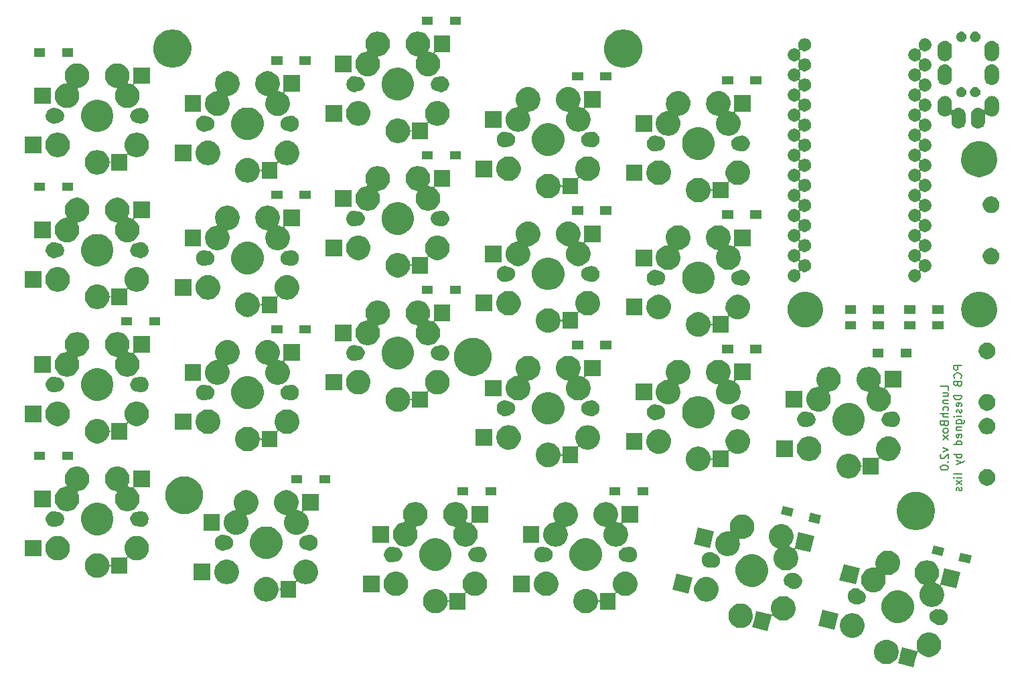
<source format=gbr>
G04 #@! TF.GenerationSoftware,KiCad,Pcbnew,(5.1.2)-2*
G04 #@! TF.CreationDate,2020-04-16T23:38:51+09:00*
G04 #@! TF.ProjectId,17mm 2020 4 8 vol2,31376d6d-2032-4303-9230-203420382076,rev?*
G04 #@! TF.SameCoordinates,Original*
G04 #@! TF.FileFunction,Soldermask,Bot*
G04 #@! TF.FilePolarity,Negative*
%FSLAX46Y46*%
G04 Gerber Fmt 4.6, Leading zero omitted, Abs format (unit mm)*
G04 Created by KiCad (PCBNEW (5.1.2)-2) date 2020-04-16 23:38:51*
%MOMM*%
%LPD*%
G04 APERTURE LIST*
%ADD10C,0.200000*%
%ADD11C,0.100000*%
G04 APERTURE END LIST*
D10*
X221602380Y-106714285D02*
X221602380Y-106238095D01*
X220602380Y-106238095D01*
X220935714Y-107476190D02*
X221602380Y-107476190D01*
X220935714Y-107047619D02*
X221459523Y-107047619D01*
X221554761Y-107095238D01*
X221602380Y-107190476D01*
X221602380Y-107333333D01*
X221554761Y-107428571D01*
X221507142Y-107476190D01*
X220935714Y-107952380D02*
X221602380Y-107952380D01*
X221030952Y-107952380D02*
X220983333Y-108000000D01*
X220935714Y-108095238D01*
X220935714Y-108238095D01*
X220983333Y-108333333D01*
X221078571Y-108380952D01*
X221602380Y-108380952D01*
X221554761Y-109285714D02*
X221602380Y-109190476D01*
X221602380Y-109000000D01*
X221554761Y-108904761D01*
X221507142Y-108857142D01*
X221411904Y-108809523D01*
X221126190Y-108809523D01*
X221030952Y-108857142D01*
X220983333Y-108904761D01*
X220935714Y-109000000D01*
X220935714Y-109190476D01*
X220983333Y-109285714D01*
X221602380Y-109714285D02*
X220602380Y-109714285D01*
X221602380Y-110142857D02*
X221078571Y-110142857D01*
X220983333Y-110095238D01*
X220935714Y-110000000D01*
X220935714Y-109857142D01*
X220983333Y-109761904D01*
X221030952Y-109714285D01*
X221078571Y-110952380D02*
X221126190Y-111095238D01*
X221173809Y-111142857D01*
X221269047Y-111190476D01*
X221411904Y-111190476D01*
X221507142Y-111142857D01*
X221554761Y-111095238D01*
X221602380Y-111000000D01*
X221602380Y-110619047D01*
X220602380Y-110619047D01*
X220602380Y-110952380D01*
X220650000Y-111047619D01*
X220697619Y-111095238D01*
X220792857Y-111142857D01*
X220888095Y-111142857D01*
X220983333Y-111095238D01*
X221030952Y-111047619D01*
X221078571Y-110952380D01*
X221078571Y-110619047D01*
X221602380Y-111761904D02*
X221554761Y-111666666D01*
X221507142Y-111619047D01*
X221411904Y-111571428D01*
X221126190Y-111571428D01*
X221030952Y-111619047D01*
X220983333Y-111666666D01*
X220935714Y-111761904D01*
X220935714Y-111904761D01*
X220983333Y-112000000D01*
X221030952Y-112047619D01*
X221126190Y-112095238D01*
X221411904Y-112095238D01*
X221507142Y-112047619D01*
X221554761Y-112000000D01*
X221602380Y-111904761D01*
X221602380Y-111761904D01*
X221602380Y-112428571D02*
X220935714Y-112952380D01*
X220935714Y-112428571D02*
X221602380Y-112952380D01*
X220935714Y-114000000D02*
X221602380Y-114238095D01*
X220935714Y-114476190D01*
X220697619Y-114809523D02*
X220650000Y-114857142D01*
X220602380Y-114952380D01*
X220602380Y-115190476D01*
X220650000Y-115285714D01*
X220697619Y-115333333D01*
X220792857Y-115380952D01*
X220888095Y-115380952D01*
X221030952Y-115333333D01*
X221602380Y-114761904D01*
X221602380Y-115380952D01*
X221507142Y-115809523D02*
X221554761Y-115857142D01*
X221602380Y-115809523D01*
X221554761Y-115761904D01*
X221507142Y-115809523D01*
X221602380Y-115809523D01*
X220602380Y-116476190D02*
X220602380Y-116571428D01*
X220650000Y-116666666D01*
X220697619Y-116714285D01*
X220792857Y-116761904D01*
X220983333Y-116809523D01*
X221221428Y-116809523D01*
X221411904Y-116761904D01*
X221507142Y-116714285D01*
X221554761Y-116666666D01*
X221602380Y-116571428D01*
X221602380Y-116476190D01*
X221554761Y-116380952D01*
X221507142Y-116333333D01*
X221411904Y-116285714D01*
X221221428Y-116238095D01*
X220983333Y-116238095D01*
X220792857Y-116285714D01*
X220697619Y-116333333D01*
X220650000Y-116380952D01*
X220602380Y-116476190D01*
X223302380Y-103595238D02*
X222302380Y-103595238D01*
X222302380Y-103976190D01*
X222350000Y-104071428D01*
X222397619Y-104119047D01*
X222492857Y-104166666D01*
X222635714Y-104166666D01*
X222730952Y-104119047D01*
X222778571Y-104071428D01*
X222826190Y-103976190D01*
X222826190Y-103595238D01*
X223207142Y-105166666D02*
X223254761Y-105119047D01*
X223302380Y-104976190D01*
X223302380Y-104880952D01*
X223254761Y-104738095D01*
X223159523Y-104642857D01*
X223064285Y-104595238D01*
X222873809Y-104547619D01*
X222730952Y-104547619D01*
X222540476Y-104595238D01*
X222445238Y-104642857D01*
X222350000Y-104738095D01*
X222302380Y-104880952D01*
X222302380Y-104976190D01*
X222350000Y-105119047D01*
X222397619Y-105166666D01*
X222778571Y-105928571D02*
X222826190Y-106071428D01*
X222873809Y-106119047D01*
X222969047Y-106166666D01*
X223111904Y-106166666D01*
X223207142Y-106119047D01*
X223254761Y-106071428D01*
X223302380Y-105976190D01*
X223302380Y-105595238D01*
X222302380Y-105595238D01*
X222302380Y-105928571D01*
X222350000Y-106023809D01*
X222397619Y-106071428D01*
X222492857Y-106119047D01*
X222588095Y-106119047D01*
X222683333Y-106071428D01*
X222730952Y-106023809D01*
X222778571Y-105928571D01*
X222778571Y-105595238D01*
X223302380Y-107357142D02*
X222302380Y-107357142D01*
X222302380Y-107595238D01*
X222350000Y-107738095D01*
X222445238Y-107833333D01*
X222540476Y-107880952D01*
X222730952Y-107928571D01*
X222873809Y-107928571D01*
X223064285Y-107880952D01*
X223159523Y-107833333D01*
X223254761Y-107738095D01*
X223302380Y-107595238D01*
X223302380Y-107357142D01*
X223254761Y-108738095D02*
X223302380Y-108642857D01*
X223302380Y-108452380D01*
X223254761Y-108357142D01*
X223159523Y-108309523D01*
X222778571Y-108309523D01*
X222683333Y-108357142D01*
X222635714Y-108452380D01*
X222635714Y-108642857D01*
X222683333Y-108738095D01*
X222778571Y-108785714D01*
X222873809Y-108785714D01*
X222969047Y-108309523D01*
X223254761Y-109166666D02*
X223302380Y-109261904D01*
X223302380Y-109452380D01*
X223254761Y-109547619D01*
X223159523Y-109595238D01*
X223111904Y-109595238D01*
X223016666Y-109547619D01*
X222969047Y-109452380D01*
X222969047Y-109309523D01*
X222921428Y-109214285D01*
X222826190Y-109166666D01*
X222778571Y-109166666D01*
X222683333Y-109214285D01*
X222635714Y-109309523D01*
X222635714Y-109452380D01*
X222683333Y-109547619D01*
X223302380Y-110023809D02*
X222635714Y-110023809D01*
X222302380Y-110023809D02*
X222350000Y-109976190D01*
X222397619Y-110023809D01*
X222350000Y-110071428D01*
X222302380Y-110023809D01*
X222397619Y-110023809D01*
X222635714Y-110928571D02*
X223445238Y-110928571D01*
X223540476Y-110880952D01*
X223588095Y-110833333D01*
X223635714Y-110738095D01*
X223635714Y-110595238D01*
X223588095Y-110500000D01*
X223254761Y-110928571D02*
X223302380Y-110833333D01*
X223302380Y-110642857D01*
X223254761Y-110547619D01*
X223207142Y-110500000D01*
X223111904Y-110452380D01*
X222826190Y-110452380D01*
X222730952Y-110500000D01*
X222683333Y-110547619D01*
X222635714Y-110642857D01*
X222635714Y-110833333D01*
X222683333Y-110928571D01*
X222635714Y-111404761D02*
X223302380Y-111404761D01*
X222730952Y-111404761D02*
X222683333Y-111452380D01*
X222635714Y-111547619D01*
X222635714Y-111690476D01*
X222683333Y-111785714D01*
X222778571Y-111833333D01*
X223302380Y-111833333D01*
X223254761Y-112690476D02*
X223302380Y-112595238D01*
X223302380Y-112404761D01*
X223254761Y-112309523D01*
X223159523Y-112261904D01*
X222778571Y-112261904D01*
X222683333Y-112309523D01*
X222635714Y-112404761D01*
X222635714Y-112595238D01*
X222683333Y-112690476D01*
X222778571Y-112738095D01*
X222873809Y-112738095D01*
X222969047Y-112261904D01*
X223302380Y-113595238D02*
X222302380Y-113595238D01*
X223254761Y-113595238D02*
X223302380Y-113500000D01*
X223302380Y-113309523D01*
X223254761Y-113214285D01*
X223207142Y-113166666D01*
X223111904Y-113119047D01*
X222826190Y-113119047D01*
X222730952Y-113166666D01*
X222683333Y-113214285D01*
X222635714Y-113309523D01*
X222635714Y-113500000D01*
X222683333Y-113595238D01*
X223302380Y-114833333D02*
X222302380Y-114833333D01*
X222683333Y-114833333D02*
X222635714Y-114928571D01*
X222635714Y-115119047D01*
X222683333Y-115214285D01*
X222730952Y-115261904D01*
X222826190Y-115309523D01*
X223111904Y-115309523D01*
X223207142Y-115261904D01*
X223254761Y-115214285D01*
X223302380Y-115119047D01*
X223302380Y-114928571D01*
X223254761Y-114833333D01*
X222635714Y-115642857D02*
X223302380Y-115880952D01*
X222635714Y-116119047D02*
X223302380Y-115880952D01*
X223540476Y-115785714D01*
X223588095Y-115738095D01*
X223635714Y-115642857D01*
X223302380Y-117404761D02*
X223254761Y-117309523D01*
X223159523Y-117261904D01*
X222302380Y-117261904D01*
X223302380Y-117785714D02*
X222635714Y-117785714D01*
X222302380Y-117785714D02*
X222350000Y-117738095D01*
X222397619Y-117785714D01*
X222350000Y-117833333D01*
X222302380Y-117785714D01*
X222397619Y-117785714D01*
X223302380Y-118166666D02*
X222635714Y-118690476D01*
X222635714Y-118166666D02*
X223302380Y-118690476D01*
X223254761Y-119023809D02*
X223302380Y-119119047D01*
X223302380Y-119309523D01*
X223254761Y-119404761D01*
X223159523Y-119452380D01*
X223111904Y-119452380D01*
X223016666Y-119404761D01*
X222969047Y-119309523D01*
X222969047Y-119166666D01*
X222921428Y-119071428D01*
X222826190Y-119023809D01*
X222778571Y-119023809D01*
X222683333Y-119071428D01*
X222635714Y-119166666D01*
X222635714Y-119309523D01*
X222683333Y-119404761D01*
D11*
G36*
X219458953Y-137388506D02*
G01*
X219608778Y-137418308D01*
X219891042Y-137535225D01*
X220145073Y-137704963D01*
X220361109Y-137920999D01*
X220530847Y-138175030D01*
X220647764Y-138457294D01*
X220707368Y-138756944D01*
X220707368Y-139062464D01*
X220647764Y-139362114D01*
X220530847Y-139644378D01*
X220361109Y-139898409D01*
X220145073Y-140114445D01*
X219891042Y-140284183D01*
X219608778Y-140401100D01*
X219458953Y-140430902D01*
X219309129Y-140460704D01*
X219003607Y-140460704D01*
X218853783Y-140430902D01*
X218703958Y-140401100D01*
X218421694Y-140284183D01*
X218167663Y-140114445D01*
X217951627Y-139898409D01*
X217906446Y-139830790D01*
X217890907Y-139811856D01*
X217871965Y-139796310D01*
X217850354Y-139784759D01*
X217826905Y-139777646D01*
X217802519Y-139775244D01*
X217778133Y-139777646D01*
X217754684Y-139784759D01*
X217733074Y-139796310D01*
X217714132Y-139811855D01*
X217698586Y-139830797D01*
X217687035Y-139852408D01*
X217681233Y-139870003D01*
X217389648Y-141039485D01*
X217206495Y-141774071D01*
X215263963Y-141289743D01*
X215443560Y-140569419D01*
X215484858Y-140403781D01*
X215488427Y-140379539D01*
X215487198Y-140355066D01*
X215481218Y-140331303D01*
X215470717Y-140309163D01*
X215456099Y-140289497D01*
X215446895Y-140281174D01*
X215464567Y-140275813D01*
X215486178Y-140264262D01*
X215505120Y-140248717D01*
X215520665Y-140229775D01*
X215532216Y-140208164D01*
X215538018Y-140190569D01*
X215539478Y-140184715D01*
X215772483Y-139250181D01*
X217590598Y-139703488D01*
X217614841Y-139707057D01*
X217639314Y-139705828D01*
X217663077Y-139699848D01*
X217685217Y-139689347D01*
X217704883Y-139674729D01*
X217721319Y-139656554D01*
X217733894Y-139635523D01*
X217742124Y-139612442D01*
X217745693Y-139588199D01*
X217744464Y-139563726D01*
X217736324Y-139534373D01*
X217664972Y-139362114D01*
X217605368Y-139062464D01*
X217605368Y-138756944D01*
X217664972Y-138457294D01*
X217781889Y-138175030D01*
X217951627Y-137920999D01*
X218167663Y-137704963D01*
X218421694Y-137535225D01*
X218703958Y-137418308D01*
X218853783Y-137388506D01*
X219003607Y-137358704D01*
X219309129Y-137358704D01*
X219458953Y-137388506D01*
X219458953Y-137388506D01*
G37*
G36*
X214075246Y-138313547D02*
G01*
X214225071Y-138343349D01*
X214507335Y-138460266D01*
X214761366Y-138630004D01*
X214977402Y-138846040D01*
X215147140Y-139100071D01*
X215255681Y-139362114D01*
X215264057Y-139382336D01*
X215323661Y-139681984D01*
X215323661Y-139987506D01*
X215294135Y-140135943D01*
X215291733Y-140160329D01*
X215294135Y-140184715D01*
X215301248Y-140208164D01*
X215312799Y-140229775D01*
X215328344Y-140248717D01*
X215333394Y-140252861D01*
X215321333Y-140255896D01*
X215299193Y-140266397D01*
X215279527Y-140281015D01*
X215263091Y-140299190D01*
X215248089Y-140325705D01*
X215147140Y-140569419D01*
X214977402Y-140823450D01*
X214761366Y-141039486D01*
X214507335Y-141209224D01*
X214225071Y-141326141D01*
X214075246Y-141355943D01*
X213925422Y-141385745D01*
X213619900Y-141385745D01*
X213470076Y-141355943D01*
X213320251Y-141326141D01*
X213037987Y-141209224D01*
X212783956Y-141039486D01*
X212567920Y-140823450D01*
X212398182Y-140569419D01*
X212281265Y-140287155D01*
X212221661Y-139987505D01*
X212221661Y-139681985D01*
X212226720Y-139656554D01*
X212281265Y-139382336D01*
X212289641Y-139362114D01*
X212398182Y-139100071D01*
X212567920Y-138846040D01*
X212783956Y-138630004D01*
X213037987Y-138460266D01*
X213320251Y-138343349D01*
X213470076Y-138313547D01*
X213619900Y-138283745D01*
X213925422Y-138283745D01*
X214075246Y-138313547D01*
X214075246Y-138313547D01*
G37*
G36*
X209741577Y-134966419D02*
G01*
X209905820Y-134999089D01*
X210188084Y-135116006D01*
X210442115Y-135285744D01*
X210658151Y-135501780D01*
X210827889Y-135755811D01*
X210944806Y-136038075D01*
X210952881Y-136078670D01*
X210983669Y-136233450D01*
X211004410Y-136337725D01*
X211004410Y-136643245D01*
X210944806Y-136942895D01*
X210827889Y-137225159D01*
X210658151Y-137479190D01*
X210442115Y-137695226D01*
X210188084Y-137864964D01*
X209905820Y-137981881D01*
X209755995Y-138011683D01*
X209606171Y-138041485D01*
X209300649Y-138041485D01*
X209150825Y-138011683D01*
X209001000Y-137981881D01*
X208718736Y-137864964D01*
X208464705Y-137695226D01*
X208248669Y-137479190D01*
X208078931Y-137225159D01*
X207962014Y-136942895D01*
X207902410Y-136643245D01*
X207902410Y-136337725D01*
X207923152Y-136233450D01*
X207953939Y-136078670D01*
X207962014Y-136038075D01*
X208078931Y-135755811D01*
X208248669Y-135501780D01*
X208464705Y-135285744D01*
X208718736Y-135116006D01*
X209001000Y-134999089D01*
X209165243Y-134966419D01*
X209300649Y-134939485D01*
X209606171Y-134939485D01*
X209741577Y-134966419D01*
X209741577Y-134966419D01*
G37*
G36*
X200997728Y-132792295D02*
G01*
X201178778Y-132828308D01*
X201461042Y-132945225D01*
X201715073Y-133114963D01*
X201931109Y-133330999D01*
X202100847Y-133585030D01*
X202217764Y-133867294D01*
X202225860Y-133907994D01*
X202277368Y-134166943D01*
X202277368Y-134472465D01*
X202261250Y-134553495D01*
X202217764Y-134772114D01*
X202100847Y-135054378D01*
X201931109Y-135308409D01*
X201715073Y-135524445D01*
X201461042Y-135694183D01*
X201178778Y-135811100D01*
X201028953Y-135840902D01*
X200879129Y-135870704D01*
X200573607Y-135870704D01*
X200423783Y-135840902D01*
X200273958Y-135811100D01*
X199991694Y-135694183D01*
X199737663Y-135524445D01*
X199521627Y-135308409D01*
X199476446Y-135240790D01*
X199460907Y-135221856D01*
X199441965Y-135206310D01*
X199420354Y-135194759D01*
X199396905Y-135187646D01*
X199372519Y-135185244D01*
X199348133Y-135187646D01*
X199324684Y-135194759D01*
X199303074Y-135206310D01*
X199284132Y-135221855D01*
X199268586Y-135240797D01*
X199257035Y-135262408D01*
X199251233Y-135280003D01*
X198776495Y-137184071D01*
X196833963Y-136699743D01*
X197054858Y-135813781D01*
X197058427Y-135789539D01*
X197057198Y-135765066D01*
X197051218Y-135741303D01*
X197040717Y-135719163D01*
X197026099Y-135699497D01*
X197016895Y-135691174D01*
X197034567Y-135685813D01*
X197056178Y-135674262D01*
X197075120Y-135658717D01*
X197090665Y-135639775D01*
X197102216Y-135618164D01*
X197108018Y-135600569D01*
X197109478Y-135594715D01*
X197342483Y-134660181D01*
X199160598Y-135113488D01*
X199184841Y-135117057D01*
X199209314Y-135115828D01*
X199233077Y-135109848D01*
X199255217Y-135099347D01*
X199274883Y-135084729D01*
X199291319Y-135066554D01*
X199303894Y-135045523D01*
X199312124Y-135022442D01*
X199315693Y-134998199D01*
X199314464Y-134973726D01*
X199306324Y-134944373D01*
X199234972Y-134772114D01*
X199191486Y-134553495D01*
X199175368Y-134472465D01*
X199175368Y-134166943D01*
X199226876Y-133907994D01*
X199234972Y-133867294D01*
X199351889Y-133585030D01*
X199521627Y-133330999D01*
X199737663Y-133114963D01*
X199991694Y-132945225D01*
X200273958Y-132828308D01*
X200455008Y-132792295D01*
X200573607Y-132768704D01*
X200879129Y-132768704D01*
X200997728Y-132792295D01*
X200997728Y-132792295D01*
G37*
G36*
X207719535Y-134975006D02*
G01*
X207211015Y-137014568D01*
X205171453Y-136506048D01*
X205679973Y-134466486D01*
X207719535Y-134975006D01*
X207719535Y-134975006D01*
G37*
G36*
X195645246Y-133723547D02*
G01*
X195795071Y-133753349D01*
X196077335Y-133870266D01*
X196331366Y-134040004D01*
X196547402Y-134256040D01*
X196717140Y-134510071D01*
X196834057Y-134792335D01*
X196834057Y-134792336D01*
X196893661Y-135091984D01*
X196893661Y-135397506D01*
X196864135Y-135545943D01*
X196861733Y-135570329D01*
X196864135Y-135594715D01*
X196871248Y-135618164D01*
X196882799Y-135639775D01*
X196898344Y-135658717D01*
X196903394Y-135662861D01*
X196891333Y-135665896D01*
X196869193Y-135676397D01*
X196849527Y-135691015D01*
X196833091Y-135709190D01*
X196818089Y-135735705D01*
X196717140Y-135979419D01*
X196547402Y-136233450D01*
X196331366Y-136449486D01*
X196077335Y-136619224D01*
X195795071Y-136736141D01*
X195645246Y-136765943D01*
X195495422Y-136795745D01*
X195189900Y-136795745D01*
X195040076Y-136765943D01*
X194890251Y-136736141D01*
X194607987Y-136619224D01*
X194353956Y-136449486D01*
X194137920Y-136233450D01*
X193968182Y-135979419D01*
X193851265Y-135697155D01*
X193812403Y-135501781D01*
X193791661Y-135397506D01*
X193791661Y-135091984D01*
X193851265Y-134792336D01*
X193851265Y-134792335D01*
X193968182Y-134510071D01*
X194137920Y-134256040D01*
X194353956Y-134040004D01*
X194607987Y-133870266D01*
X194890251Y-133753349D01*
X195040076Y-133723547D01*
X195189900Y-133693745D01*
X195495422Y-133693745D01*
X195645246Y-133723547D01*
X195645246Y-133723547D01*
G37*
G36*
X220307593Y-134455815D02*
G01*
X220331979Y-134458217D01*
X220356365Y-134455815D01*
X220438035Y-134439570D01*
X220635217Y-134439570D01*
X220716885Y-134455815D01*
X220828607Y-134478038D01*
X221010777Y-134553496D01*
X221174726Y-134663043D01*
X221314153Y-134802470D01*
X221373571Y-134891396D01*
X221423701Y-134966421D01*
X221445801Y-135019775D01*
X221499158Y-135148589D01*
X221537626Y-135341980D01*
X221537626Y-135539160D01*
X221499158Y-135732551D01*
X221423700Y-135914721D01*
X221314153Y-136078670D01*
X221174726Y-136218097D01*
X221010777Y-136327644D01*
X220828607Y-136403102D01*
X220635217Y-136441570D01*
X220438035Y-136441570D01*
X220244645Y-136403102D01*
X220062475Y-136327644D01*
X219905673Y-136222872D01*
X219884063Y-136211322D01*
X219871634Y-136207551D01*
X219866297Y-136205340D01*
X219866290Y-136205339D01*
X219702318Y-136137419D01*
X219554748Y-136038816D01*
X219429249Y-135913317D01*
X219330646Y-135765747D01*
X219262726Y-135601775D01*
X219228102Y-135427704D01*
X219228102Y-135250222D01*
X219229977Y-135240798D01*
X219233744Y-135221855D01*
X219262726Y-135076151D01*
X219330646Y-134912179D01*
X219429249Y-134764609D01*
X219554748Y-134639110D01*
X219702318Y-134540507D01*
X219866290Y-134472587D01*
X220015590Y-134442890D01*
X220040360Y-134437963D01*
X220217844Y-134437963D01*
X220307593Y-134455815D01*
X220307593Y-134455815D01*
G37*
G36*
X215798254Y-132137818D02*
G01*
X216121802Y-132271836D01*
X216171513Y-132292427D01*
X216507436Y-132516884D01*
X216793116Y-132802564D01*
X217001855Y-133114963D01*
X217017574Y-133138489D01*
X217172182Y-133511746D01*
X217251000Y-133907993D01*
X217251000Y-134312007D01*
X217172182Y-134708254D01*
X217028813Y-135054378D01*
X217017573Y-135081513D01*
X216793116Y-135417436D01*
X216507436Y-135703116D01*
X216171513Y-135927573D01*
X216171512Y-135927574D01*
X216171511Y-135927574D01*
X215798254Y-136082182D01*
X215402007Y-136161000D01*
X214997993Y-136161000D01*
X214601746Y-136082182D01*
X214228489Y-135927574D01*
X214228488Y-135927574D01*
X214228487Y-135927573D01*
X213892564Y-135703116D01*
X213606884Y-135417436D01*
X213382427Y-135081513D01*
X213371187Y-135054378D01*
X213227818Y-134708254D01*
X213149000Y-134312007D01*
X213149000Y-133907993D01*
X213227818Y-133511746D01*
X213382426Y-133138489D01*
X213398146Y-133114963D01*
X213606884Y-132802564D01*
X213892564Y-132516884D01*
X214228487Y-132292427D01*
X214278198Y-132271836D01*
X214601746Y-132137818D01*
X214997993Y-132059000D01*
X215402007Y-132059000D01*
X215798254Y-132137818D01*
X215798254Y-132137818D01*
G37*
G36*
X181052585Y-129678802D02*
G01*
X181202410Y-129708604D01*
X181484674Y-129825521D01*
X181738705Y-129995259D01*
X181954741Y-130211295D01*
X182124479Y-130465326D01*
X182241396Y-130747590D01*
X182254285Y-130812389D01*
X182301000Y-131047239D01*
X182301000Y-131352761D01*
X182281894Y-131448815D01*
X182241396Y-131652410D01*
X182124479Y-131934674D01*
X181954741Y-132188705D01*
X181738705Y-132404741D01*
X181484674Y-132574479D01*
X181202410Y-132691396D01*
X181058955Y-132719931D01*
X180902761Y-132751000D01*
X180597239Y-132751000D01*
X180441045Y-132719931D01*
X180297590Y-132691396D01*
X180015326Y-132574479D01*
X179761295Y-132404741D01*
X179761290Y-132404736D01*
X179757662Y-132402312D01*
X179745445Y-132392286D01*
X179723834Y-132380735D01*
X179700385Y-132373622D01*
X179675999Y-132371220D01*
X179651613Y-132373622D01*
X179628164Y-132380735D01*
X179606553Y-132392286D01*
X179587611Y-132407831D01*
X179572066Y-132426773D01*
X179560515Y-132448384D01*
X179553402Y-132471833D01*
X179551000Y-132496219D01*
X179551000Y-134451000D01*
X177549000Y-134451000D01*
X177549000Y-133575116D01*
X177546598Y-133550730D01*
X177539485Y-133527281D01*
X177527934Y-133505670D01*
X177512389Y-133486728D01*
X177493447Y-133471183D01*
X177471836Y-133459632D01*
X177448387Y-133452519D01*
X177424001Y-133450117D01*
X177399615Y-133452519D01*
X177376166Y-133459632D01*
X177354555Y-133471183D01*
X177335613Y-133486728D01*
X177320068Y-133505670D01*
X177308517Y-133527281D01*
X177301404Y-133550730D01*
X177300380Y-133555876D01*
X177241396Y-133852410D01*
X177124479Y-134134674D01*
X176954741Y-134388705D01*
X176738705Y-134604741D01*
X176484674Y-134774479D01*
X176202410Y-134891396D01*
X176052585Y-134921198D01*
X175902761Y-134951000D01*
X175597239Y-134951000D01*
X175447415Y-134921198D01*
X175297590Y-134891396D01*
X175015326Y-134774479D01*
X174761295Y-134604741D01*
X174545259Y-134388705D01*
X174375521Y-134134674D01*
X174258604Y-133852410D01*
X174199620Y-133555876D01*
X174199000Y-133552761D01*
X174199000Y-133247239D01*
X174244284Y-133019580D01*
X174258604Y-132947590D01*
X174375521Y-132665326D01*
X174545259Y-132411295D01*
X174761295Y-132195259D01*
X175015326Y-132025521D01*
X175297590Y-131908604D01*
X175447415Y-131878802D01*
X175597239Y-131849000D01*
X175902761Y-131849000D01*
X176052585Y-131878802D01*
X176202410Y-131908604D01*
X176484674Y-132025521D01*
X176738705Y-132195259D01*
X176954741Y-132411295D01*
X177124479Y-132665326D01*
X177241396Y-132947590D01*
X177255716Y-133019580D01*
X177301404Y-133249270D01*
X177308517Y-133272719D01*
X177320068Y-133294330D01*
X177335613Y-133313272D01*
X177354555Y-133328817D01*
X177376166Y-133340368D01*
X177399615Y-133347481D01*
X177424001Y-133349883D01*
X177448387Y-133347481D01*
X177471836Y-133340368D01*
X177493447Y-133328817D01*
X177512389Y-133313272D01*
X177527934Y-133294330D01*
X177539485Y-133272719D01*
X177546598Y-133249270D01*
X177549000Y-133224884D01*
X177549000Y-132349000D01*
X179418509Y-132349000D01*
X179442895Y-132346598D01*
X179466344Y-132339485D01*
X179487955Y-132327934D01*
X179506897Y-132312389D01*
X179522442Y-132293447D01*
X179533993Y-132271836D01*
X179541106Y-132248387D01*
X179543508Y-132224001D01*
X179541106Y-132199615D01*
X179533993Y-132176166D01*
X179522447Y-132154565D01*
X179375521Y-131934674D01*
X179258604Y-131652410D01*
X179218106Y-131448815D01*
X179199000Y-131352761D01*
X179199000Y-131047239D01*
X179245715Y-130812389D01*
X179258604Y-130747590D01*
X179375521Y-130465326D01*
X179545259Y-130211295D01*
X179761295Y-129995259D01*
X180015326Y-129825521D01*
X180297590Y-129708604D01*
X180447415Y-129678802D01*
X180597239Y-129649000D01*
X180902761Y-129649000D01*
X181052585Y-129678802D01*
X181052585Y-129678802D01*
G37*
G36*
X162052585Y-129678802D02*
G01*
X162202410Y-129708604D01*
X162484674Y-129825521D01*
X162738705Y-129995259D01*
X162954741Y-130211295D01*
X163124479Y-130465326D01*
X163241396Y-130747590D01*
X163254285Y-130812389D01*
X163301000Y-131047239D01*
X163301000Y-131352761D01*
X163281894Y-131448815D01*
X163241396Y-131652410D01*
X163124479Y-131934674D01*
X162954741Y-132188705D01*
X162738705Y-132404741D01*
X162484674Y-132574479D01*
X162202410Y-132691396D01*
X162058955Y-132719931D01*
X161902761Y-132751000D01*
X161597239Y-132751000D01*
X161441045Y-132719931D01*
X161297590Y-132691396D01*
X161015326Y-132574479D01*
X160761295Y-132404741D01*
X160761290Y-132404736D01*
X160757662Y-132402312D01*
X160745445Y-132392286D01*
X160723834Y-132380735D01*
X160700385Y-132373622D01*
X160675999Y-132371220D01*
X160651613Y-132373622D01*
X160628164Y-132380735D01*
X160606553Y-132392286D01*
X160587611Y-132407831D01*
X160572066Y-132426773D01*
X160560515Y-132448384D01*
X160553402Y-132471833D01*
X160551000Y-132496219D01*
X160551000Y-134451000D01*
X158549000Y-134451000D01*
X158549000Y-133575116D01*
X158546598Y-133550730D01*
X158539485Y-133527281D01*
X158527934Y-133505670D01*
X158512389Y-133486728D01*
X158493447Y-133471183D01*
X158471836Y-133459632D01*
X158448387Y-133452519D01*
X158424001Y-133450117D01*
X158399615Y-133452519D01*
X158376166Y-133459632D01*
X158354555Y-133471183D01*
X158335613Y-133486728D01*
X158320068Y-133505670D01*
X158308517Y-133527281D01*
X158301404Y-133550730D01*
X158300380Y-133555876D01*
X158241396Y-133852410D01*
X158124479Y-134134674D01*
X157954741Y-134388705D01*
X157738705Y-134604741D01*
X157484674Y-134774479D01*
X157202410Y-134891396D01*
X157052585Y-134921198D01*
X156902761Y-134951000D01*
X156597239Y-134951000D01*
X156447415Y-134921198D01*
X156297590Y-134891396D01*
X156015326Y-134774479D01*
X155761295Y-134604741D01*
X155545259Y-134388705D01*
X155375521Y-134134674D01*
X155258604Y-133852410D01*
X155199620Y-133555876D01*
X155199000Y-133552761D01*
X155199000Y-133247239D01*
X155244284Y-133019580D01*
X155258604Y-132947590D01*
X155375521Y-132665326D01*
X155545259Y-132411295D01*
X155761295Y-132195259D01*
X156015326Y-132025521D01*
X156297590Y-131908604D01*
X156447415Y-131878802D01*
X156597239Y-131849000D01*
X156902761Y-131849000D01*
X157052585Y-131878802D01*
X157202410Y-131908604D01*
X157484674Y-132025521D01*
X157738705Y-132195259D01*
X157954741Y-132411295D01*
X158124479Y-132665326D01*
X158241396Y-132947590D01*
X158255716Y-133019580D01*
X158301404Y-133249270D01*
X158308517Y-133272719D01*
X158320068Y-133294330D01*
X158335613Y-133313272D01*
X158354555Y-133328817D01*
X158376166Y-133340368D01*
X158399615Y-133347481D01*
X158424001Y-133349883D01*
X158448387Y-133347481D01*
X158471836Y-133340368D01*
X158493447Y-133328817D01*
X158512389Y-133313272D01*
X158527934Y-133294330D01*
X158539485Y-133272719D01*
X158546598Y-133249270D01*
X158549000Y-133224884D01*
X158549000Y-132349000D01*
X160418509Y-132349000D01*
X160442895Y-132346598D01*
X160466344Y-132339485D01*
X160487955Y-132327934D01*
X160506897Y-132312389D01*
X160522442Y-132293447D01*
X160533993Y-132271836D01*
X160541106Y-132248387D01*
X160543508Y-132224001D01*
X160541106Y-132199615D01*
X160533993Y-132176166D01*
X160522447Y-132154565D01*
X160375521Y-131934674D01*
X160258604Y-131652410D01*
X160218106Y-131448815D01*
X160199000Y-131352761D01*
X160199000Y-131047239D01*
X160245715Y-130812389D01*
X160258604Y-130747590D01*
X160375521Y-130465326D01*
X160545259Y-130211295D01*
X160761295Y-129995259D01*
X161015326Y-129825521D01*
X161297590Y-129708604D01*
X161447415Y-129678802D01*
X161597239Y-129649000D01*
X161902761Y-129649000D01*
X162052585Y-129678802D01*
X162052585Y-129678802D01*
G37*
G36*
X219176080Y-128270199D02*
G01*
X219345924Y-128303983D01*
X219628188Y-128420900D01*
X219882219Y-128590638D01*
X220098255Y-128806674D01*
X220267993Y-129060705D01*
X220374565Y-129317994D01*
X220384910Y-129342970D01*
X220444514Y-129642618D01*
X220444514Y-129948140D01*
X220422699Y-130057812D01*
X220384910Y-130247789D01*
X220267993Y-130530053D01*
X220098255Y-130784084D01*
X219984864Y-130897475D01*
X219969328Y-130916406D01*
X219957777Y-130938017D01*
X219950664Y-130961466D01*
X219948262Y-130985852D01*
X219950664Y-131010238D01*
X219957777Y-131033687D01*
X219969328Y-131055298D01*
X219984873Y-131074240D01*
X220003815Y-131089785D01*
X220025419Y-131101332D01*
X220245982Y-131192692D01*
X220415105Y-131305696D01*
X220436706Y-131317242D01*
X220460155Y-131324355D01*
X220484541Y-131326757D01*
X220508927Y-131324355D01*
X220532376Y-131317242D01*
X220553987Y-131305691D01*
X220572929Y-131290146D01*
X220588474Y-131271204D01*
X220600025Y-131249593D01*
X220605827Y-131231998D01*
X221097098Y-129261619D01*
X223136660Y-129770139D01*
X222628140Y-131809701D01*
X220826344Y-131360463D01*
X220802103Y-131356894D01*
X220777630Y-131358123D01*
X220753867Y-131364103D01*
X220731727Y-131374604D01*
X220712061Y-131389222D01*
X220695625Y-131407397D01*
X220683050Y-131428428D01*
X220674820Y-131451509D01*
X220671251Y-131475752D01*
X220672480Y-131500225D01*
X220678460Y-131523988D01*
X220688961Y-131546128D01*
X220707711Y-131570128D01*
X220716049Y-131578466D01*
X220885787Y-131832497D01*
X221002704Y-132114761D01*
X221017412Y-132188704D01*
X221062308Y-132414410D01*
X221062308Y-132719932D01*
X221047914Y-132792295D01*
X221002704Y-133019581D01*
X220885787Y-133301845D01*
X220716049Y-133555876D01*
X220500013Y-133771912D01*
X220245982Y-133941650D01*
X219963718Y-134058567D01*
X219813893Y-134088369D01*
X219664069Y-134118171D01*
X219358547Y-134118171D01*
X219208723Y-134088369D01*
X219058898Y-134058567D01*
X218776634Y-133941650D01*
X218522603Y-133771912D01*
X218306567Y-133555876D01*
X218136829Y-133301845D01*
X218019912Y-133019581D01*
X217974702Y-132792295D01*
X217960308Y-132719932D01*
X217960308Y-132414410D01*
X218005204Y-132188704D01*
X218019912Y-132114761D01*
X218136829Y-131832497D01*
X218306567Y-131578466D01*
X218419958Y-131465075D01*
X218435494Y-131446144D01*
X218447045Y-131424533D01*
X218454158Y-131401084D01*
X218456560Y-131376698D01*
X218454158Y-131352312D01*
X218447045Y-131328863D01*
X218435494Y-131307252D01*
X218419949Y-131288310D01*
X218401007Y-131272765D01*
X218379403Y-131261218D01*
X218158840Y-131169858D01*
X217904809Y-131000120D01*
X217688773Y-130784084D01*
X217519035Y-130530053D01*
X217402118Y-130247789D01*
X217364329Y-130057812D01*
X217342514Y-129948140D01*
X217342514Y-129642618D01*
X217402118Y-129342970D01*
X217412463Y-129317994D01*
X217519035Y-129060705D01*
X217688773Y-128806674D01*
X217904809Y-128590638D01*
X218158840Y-128420900D01*
X218441104Y-128303983D01*
X218610948Y-128270199D01*
X218740753Y-128244379D01*
X219046275Y-128244379D01*
X219176080Y-128270199D01*
X219176080Y-128270199D01*
G37*
G36*
X210155355Y-131816898D02*
G01*
X210337525Y-131892356D01*
X210427565Y-131952519D01*
X210494326Y-131997127D01*
X210515937Y-132008678D01*
X210528366Y-132012449D01*
X210533703Y-132014660D01*
X210533710Y-132014661D01*
X210697682Y-132082581D01*
X210845252Y-132181184D01*
X210970751Y-132306683D01*
X211069354Y-132454253D01*
X211137274Y-132618225D01*
X211171898Y-132792296D01*
X211171898Y-132969778D01*
X211137274Y-133143849D01*
X211069354Y-133307821D01*
X210970751Y-133455391D01*
X210845252Y-133580890D01*
X210697682Y-133679493D01*
X210533710Y-133747413D01*
X210384410Y-133777110D01*
X210359640Y-133782037D01*
X210182156Y-133782037D01*
X210092407Y-133764185D01*
X210068021Y-133761783D01*
X210043635Y-133764185D01*
X209961965Y-133780430D01*
X209764783Y-133780430D01*
X209571393Y-133741962D01*
X209389223Y-133666504D01*
X209225274Y-133556957D01*
X209085847Y-133417530D01*
X208976300Y-133253581D01*
X208900842Y-133071411D01*
X208864596Y-132889190D01*
X208862374Y-132878021D01*
X208862374Y-132680839D01*
X208900842Y-132487450D01*
X208907311Y-132471833D01*
X208956577Y-132352894D01*
X208976299Y-132305281D01*
X208984206Y-132293447D01*
X209085847Y-132141330D01*
X209225274Y-132001903D01*
X209389223Y-131892356D01*
X209571393Y-131816898D01*
X209764783Y-131778430D01*
X209961965Y-131778430D01*
X210155355Y-131816898D01*
X210155355Y-131816898D01*
G37*
G36*
X191311577Y-130376419D02*
G01*
X191475820Y-130409089D01*
X191758084Y-130526006D01*
X192012115Y-130695744D01*
X192228151Y-130911780D01*
X192397889Y-131165811D01*
X192514806Y-131448075D01*
X192522881Y-131488670D01*
X192574314Y-131747239D01*
X192574410Y-131747725D01*
X192574410Y-132053245D01*
X192514806Y-132352895D01*
X192397889Y-132635159D01*
X192228151Y-132889190D01*
X192012115Y-133105226D01*
X191758084Y-133274964D01*
X191475820Y-133391881D01*
X191325995Y-133421683D01*
X191176171Y-133451485D01*
X190870649Y-133451485D01*
X190720825Y-133421683D01*
X190571000Y-133391881D01*
X190288736Y-133274964D01*
X190034705Y-133105226D01*
X189818669Y-132889190D01*
X189648931Y-132635159D01*
X189532014Y-132352895D01*
X189472410Y-132053245D01*
X189472410Y-131747725D01*
X189472507Y-131747239D01*
X189523939Y-131488670D01*
X189532014Y-131448075D01*
X189648931Y-131165811D01*
X189818669Y-130911780D01*
X190034705Y-130695744D01*
X190288736Y-130526006D01*
X190571000Y-130409089D01*
X190735243Y-130376419D01*
X190870649Y-130349485D01*
X191176171Y-130349485D01*
X191311577Y-130376419D01*
X191311577Y-130376419D01*
G37*
G36*
X140604847Y-128165328D02*
G01*
X140822410Y-128208604D01*
X141104674Y-128325521D01*
X141358705Y-128495259D01*
X141574741Y-128711295D01*
X141744479Y-128965326D01*
X141861396Y-129247590D01*
X141872037Y-129301088D01*
X141921000Y-129547239D01*
X141921000Y-129852761D01*
X141898973Y-129963496D01*
X141861396Y-130152410D01*
X141744479Y-130434674D01*
X141574741Y-130688705D01*
X141358705Y-130904741D01*
X141104674Y-131074479D01*
X140822410Y-131191396D01*
X140672585Y-131221198D01*
X140522761Y-131251000D01*
X140217239Y-131251000D01*
X140067415Y-131221198D01*
X139917590Y-131191396D01*
X139635326Y-131074479D01*
X139381295Y-130904741D01*
X139381290Y-130904736D01*
X139377662Y-130902312D01*
X139365445Y-130892286D01*
X139343834Y-130880735D01*
X139320385Y-130873622D01*
X139295999Y-130871220D01*
X139271613Y-130873622D01*
X139248164Y-130880735D01*
X139226553Y-130892286D01*
X139207611Y-130907831D01*
X139192066Y-130926773D01*
X139180515Y-130948384D01*
X139173402Y-130971833D01*
X139171000Y-130996219D01*
X139171000Y-132951000D01*
X137169000Y-132951000D01*
X137169000Y-132075116D01*
X137166598Y-132050730D01*
X137159485Y-132027281D01*
X137147934Y-132005670D01*
X137132389Y-131986728D01*
X137113447Y-131971183D01*
X137091836Y-131959632D01*
X137068387Y-131952519D01*
X137044001Y-131950117D01*
X137019615Y-131952519D01*
X136996166Y-131959632D01*
X136974555Y-131971183D01*
X136955613Y-131986728D01*
X136940068Y-132005670D01*
X136928517Y-132027281D01*
X136921404Y-132050730D01*
X136908667Y-132114761D01*
X136861396Y-132352410D01*
X136744479Y-132634674D01*
X136574741Y-132888705D01*
X136358705Y-133104741D01*
X136104674Y-133274479D01*
X135822410Y-133391396D01*
X135691030Y-133417529D01*
X135522761Y-133451000D01*
X135217239Y-133451000D01*
X135048970Y-133417529D01*
X134917590Y-133391396D01*
X134635326Y-133274479D01*
X134381295Y-133104741D01*
X134165259Y-132888705D01*
X133995521Y-132634674D01*
X133878604Y-132352410D01*
X133831333Y-132114761D01*
X133819000Y-132052761D01*
X133819000Y-131747239D01*
X133876454Y-131458398D01*
X133878604Y-131447590D01*
X133995521Y-131165326D01*
X134165259Y-130911295D01*
X134381295Y-130695259D01*
X134635326Y-130525521D01*
X134917590Y-130408604D01*
X135079395Y-130376419D01*
X135217239Y-130349000D01*
X135522761Y-130349000D01*
X135660605Y-130376419D01*
X135822410Y-130408604D01*
X136104674Y-130525521D01*
X136358705Y-130695259D01*
X136574741Y-130911295D01*
X136744479Y-131165326D01*
X136861396Y-131447590D01*
X136863546Y-131458398D01*
X136921404Y-131749270D01*
X136928517Y-131772719D01*
X136940068Y-131794330D01*
X136955613Y-131813272D01*
X136974555Y-131828817D01*
X136996166Y-131840368D01*
X137019615Y-131847481D01*
X137044001Y-131849883D01*
X137068387Y-131847481D01*
X137091836Y-131840368D01*
X137113447Y-131828817D01*
X137132389Y-131813272D01*
X137147934Y-131794330D01*
X137159485Y-131772719D01*
X137166598Y-131749270D01*
X137169000Y-131724884D01*
X137169000Y-130849000D01*
X139038509Y-130849000D01*
X139062895Y-130846598D01*
X139086344Y-130839485D01*
X139107955Y-130827934D01*
X139126897Y-130812389D01*
X139142442Y-130793447D01*
X139153993Y-130771836D01*
X139161106Y-130748387D01*
X139163508Y-130724001D01*
X139161106Y-130699615D01*
X139153993Y-130676166D01*
X139142447Y-130654565D01*
X138995521Y-130434674D01*
X138878604Y-130152410D01*
X138841027Y-129963496D01*
X138819000Y-129852761D01*
X138819000Y-129547239D01*
X138867963Y-129301088D01*
X138878604Y-129247590D01*
X138995521Y-128965326D01*
X139165259Y-128711295D01*
X139381295Y-128495259D01*
X139635326Y-128325521D01*
X139917590Y-128208604D01*
X140135153Y-128165328D01*
X140217239Y-128149000D01*
X140522761Y-128149000D01*
X140604847Y-128165328D01*
X140604847Y-128165328D01*
G37*
G36*
X152052585Y-129678802D02*
G01*
X152202410Y-129708604D01*
X152484674Y-129825521D01*
X152738705Y-129995259D01*
X152954741Y-130211295D01*
X153124479Y-130465326D01*
X153241396Y-130747590D01*
X153254285Y-130812389D01*
X153301000Y-131047239D01*
X153301000Y-131352761D01*
X153281894Y-131448815D01*
X153241396Y-131652410D01*
X153124479Y-131934674D01*
X152954741Y-132188705D01*
X152738705Y-132404741D01*
X152484674Y-132574479D01*
X152202410Y-132691396D01*
X152058955Y-132719931D01*
X151902761Y-132751000D01*
X151597239Y-132751000D01*
X151441045Y-132719931D01*
X151297590Y-132691396D01*
X151015326Y-132574479D01*
X150761295Y-132404741D01*
X150545259Y-132188705D01*
X150375521Y-131934674D01*
X150258604Y-131652410D01*
X150218106Y-131448815D01*
X150199000Y-131352761D01*
X150199000Y-131047239D01*
X150245715Y-130812389D01*
X150258604Y-130747590D01*
X150375521Y-130465326D01*
X150545259Y-130211295D01*
X150761295Y-129995259D01*
X151015326Y-129825521D01*
X151297590Y-129708604D01*
X151447415Y-129678802D01*
X151597239Y-129649000D01*
X151902761Y-129649000D01*
X152052585Y-129678802D01*
X152052585Y-129678802D01*
G37*
G36*
X171052585Y-129678802D02*
G01*
X171202410Y-129708604D01*
X171484674Y-129825521D01*
X171738705Y-129995259D01*
X171954741Y-130211295D01*
X172124479Y-130465326D01*
X172241396Y-130747590D01*
X172254285Y-130812389D01*
X172301000Y-131047239D01*
X172301000Y-131352761D01*
X172281894Y-131448815D01*
X172241396Y-131652410D01*
X172124479Y-131934674D01*
X171954741Y-132188705D01*
X171738705Y-132404741D01*
X171484674Y-132574479D01*
X171202410Y-132691396D01*
X171058955Y-132719931D01*
X170902761Y-132751000D01*
X170597239Y-132751000D01*
X170441045Y-132719931D01*
X170297590Y-132691396D01*
X170015326Y-132574479D01*
X169761295Y-132404741D01*
X169545259Y-132188705D01*
X169375521Y-131934674D01*
X169258604Y-131652410D01*
X169218106Y-131448815D01*
X169199000Y-131352761D01*
X169199000Y-131047239D01*
X169245715Y-130812389D01*
X169258604Y-130747590D01*
X169375521Y-130465326D01*
X169545259Y-130211295D01*
X169761295Y-129995259D01*
X170015326Y-129825521D01*
X170297590Y-129708604D01*
X170447415Y-129678802D01*
X170597239Y-129649000D01*
X170902761Y-129649000D01*
X171052585Y-129678802D01*
X171052585Y-129678802D01*
G37*
G36*
X189289535Y-130385006D02*
G01*
X188781015Y-132424568D01*
X186741453Y-131916048D01*
X187249973Y-129876486D01*
X189289535Y-130385006D01*
X189289535Y-130385006D01*
G37*
G36*
X214266997Y-127045218D02*
G01*
X214416822Y-127075020D01*
X214699086Y-127191937D01*
X214953117Y-127361675D01*
X215169153Y-127577711D01*
X215338891Y-127831742D01*
X215455808Y-128114006D01*
X215471202Y-128191396D01*
X215513373Y-128403402D01*
X215515412Y-128413656D01*
X215515412Y-128719176D01*
X215455808Y-129018826D01*
X215338891Y-129301090D01*
X215169153Y-129555121D01*
X214953117Y-129771157D01*
X214699086Y-129940895D01*
X214416822Y-130057812D01*
X214340250Y-130073043D01*
X214117173Y-130117416D01*
X213811651Y-130117416D01*
X213750751Y-130105302D01*
X213726365Y-130102900D01*
X213701979Y-130105302D01*
X213678530Y-130112415D01*
X213656920Y-130123966D01*
X213637978Y-130139511D01*
X213622432Y-130158453D01*
X213610881Y-130180064D01*
X213603768Y-130203513D01*
X213601366Y-130227899D01*
X213603768Y-130252285D01*
X213608118Y-130266629D01*
X213609050Y-130271313D01*
X213609051Y-130271316D01*
X213641544Y-130434672D01*
X213668655Y-130570965D01*
X213668655Y-130876487D01*
X213649689Y-130971833D01*
X213609051Y-131176136D01*
X213492134Y-131458400D01*
X213322396Y-131712431D01*
X213106360Y-131928467D01*
X212852329Y-132098205D01*
X212570065Y-132215122D01*
X212420240Y-132244924D01*
X212270416Y-132274726D01*
X211964894Y-132274726D01*
X211815070Y-132244924D01*
X211665245Y-132215122D01*
X211382981Y-132098205D01*
X211128950Y-131928467D01*
X210912914Y-131712431D01*
X210743176Y-131458400D01*
X210626259Y-131176136D01*
X210585621Y-130971833D01*
X210566655Y-130876487D01*
X210566655Y-130570965D01*
X210626259Y-130271317D01*
X210626259Y-130271316D01*
X210743176Y-129989052D01*
X210912914Y-129735021D01*
X211128950Y-129518985D01*
X211382981Y-129349247D01*
X211665245Y-129232330D01*
X211867812Y-129192037D01*
X211964894Y-129172726D01*
X212270416Y-129172726D01*
X212331316Y-129184840D01*
X212355702Y-129187242D01*
X212380088Y-129184840D01*
X212403537Y-129177727D01*
X212425147Y-129166176D01*
X212444089Y-129150631D01*
X212459635Y-129131689D01*
X212471186Y-129110078D01*
X212478299Y-129086629D01*
X212480701Y-129062243D01*
X212478299Y-129037857D01*
X212473949Y-129023513D01*
X212473017Y-129018829D01*
X212473016Y-129018826D01*
X212413412Y-128719176D01*
X212413412Y-128413656D01*
X212415452Y-128403402D01*
X212457622Y-128191396D01*
X212473016Y-128114006D01*
X212589933Y-127831742D01*
X212759671Y-127577711D01*
X212975707Y-127361675D01*
X213229738Y-127191937D01*
X213512002Y-127075020D01*
X213661827Y-127045218D01*
X213811651Y-127015416D01*
X214117173Y-127015416D01*
X214266997Y-127045218D01*
X214266997Y-127045218D01*
G37*
G36*
X149701000Y-132251000D02*
G01*
X147599000Y-132251000D01*
X147599000Y-130149000D01*
X149701000Y-130149000D01*
X149701000Y-132251000D01*
X149701000Y-132251000D01*
G37*
G36*
X168701000Y-132251000D02*
G01*
X166599000Y-132251000D01*
X166599000Y-130149000D01*
X168701000Y-130149000D01*
X168701000Y-132251000D01*
X168701000Y-132251000D01*
G37*
G36*
X201877593Y-129865815D02*
G01*
X201901979Y-129868217D01*
X201926365Y-129865815D01*
X202008035Y-129849570D01*
X202205217Y-129849570D01*
X202286885Y-129865815D01*
X202398607Y-129888038D01*
X202580777Y-129963496D01*
X202744726Y-130073043D01*
X202884153Y-130212470D01*
X202957458Y-130322179D01*
X202993701Y-130376421D01*
X203015801Y-130429775D01*
X203055662Y-130526006D01*
X203069158Y-130558590D01*
X203107626Y-130751979D01*
X203107626Y-130949161D01*
X203098265Y-130996219D01*
X203069158Y-131142551D01*
X202993700Y-131324721D01*
X202884153Y-131488670D01*
X202744726Y-131628097D01*
X202580777Y-131737644D01*
X202580776Y-131737645D01*
X202580775Y-131737645D01*
X202556442Y-131747724D01*
X202398607Y-131813102D01*
X202301911Y-131832336D01*
X202205217Y-131851570D01*
X202008035Y-131851570D01*
X201911341Y-131832336D01*
X201814645Y-131813102D01*
X201656810Y-131747724D01*
X201632477Y-131737645D01*
X201632476Y-131737645D01*
X201632475Y-131737644D01*
X201475673Y-131632872D01*
X201454063Y-131621322D01*
X201441634Y-131617551D01*
X201436297Y-131615340D01*
X201436290Y-131615339D01*
X201272318Y-131547419D01*
X201124748Y-131448816D01*
X200999249Y-131323317D01*
X200900646Y-131175747D01*
X200832726Y-131011775D01*
X200798102Y-130837704D01*
X200798102Y-130660222D01*
X200832726Y-130486151D01*
X200900646Y-130322179D01*
X200999249Y-130174609D01*
X201124748Y-130049110D01*
X201272318Y-129950507D01*
X201436290Y-129882587D01*
X201586244Y-129852760D01*
X201610360Y-129847963D01*
X201787844Y-129847963D01*
X201877593Y-129865815D01*
X201877593Y-129865815D01*
G37*
G36*
X197368254Y-127547818D02*
G01*
X197740497Y-127702006D01*
X197741513Y-127702427D01*
X198077436Y-127926884D01*
X198363116Y-128212564D01*
X198536141Y-128471513D01*
X198587574Y-128548489D01*
X198742182Y-128921746D01*
X198821000Y-129317993D01*
X198821000Y-129722007D01*
X198742182Y-130118254D01*
X198604354Y-130451000D01*
X198587573Y-130491513D01*
X198363116Y-130827436D01*
X198077436Y-131113116D01*
X197741513Y-131337573D01*
X197741512Y-131337574D01*
X197741511Y-131337574D01*
X197368254Y-131492182D01*
X196972007Y-131571000D01*
X196567993Y-131571000D01*
X196171746Y-131492182D01*
X195798489Y-131337574D01*
X195798488Y-131337574D01*
X195798487Y-131337573D01*
X195462564Y-131113116D01*
X195176884Y-130827436D01*
X194952427Y-130491513D01*
X194935646Y-130451000D01*
X194797818Y-130118254D01*
X194719000Y-129722007D01*
X194719000Y-129317993D01*
X194797818Y-128921746D01*
X194952426Y-128548489D01*
X195003860Y-128471513D01*
X195176884Y-128212564D01*
X195462564Y-127926884D01*
X195798487Y-127702427D01*
X195799503Y-127702006D01*
X196171746Y-127547818D01*
X196567993Y-127469000D01*
X196972007Y-127469000D01*
X197368254Y-127547818D01*
X197368254Y-127547818D01*
G37*
G36*
X130604847Y-128165328D02*
G01*
X130822410Y-128208604D01*
X131104674Y-128325521D01*
X131358705Y-128495259D01*
X131574741Y-128711295D01*
X131744479Y-128965326D01*
X131861396Y-129247590D01*
X131872037Y-129301088D01*
X131921000Y-129547239D01*
X131921000Y-129852761D01*
X131898973Y-129963496D01*
X131861396Y-130152410D01*
X131744479Y-130434674D01*
X131574741Y-130688705D01*
X131358705Y-130904741D01*
X131104674Y-131074479D01*
X130822410Y-131191396D01*
X130672585Y-131221198D01*
X130522761Y-131251000D01*
X130217239Y-131251000D01*
X130067415Y-131221198D01*
X129917590Y-131191396D01*
X129635326Y-131074479D01*
X129381295Y-130904741D01*
X129165259Y-130688705D01*
X128995521Y-130434674D01*
X128878604Y-130152410D01*
X128841027Y-129963496D01*
X128819000Y-129852761D01*
X128819000Y-129547239D01*
X128867963Y-129301088D01*
X128878604Y-129247590D01*
X128995521Y-128965326D01*
X129165259Y-128711295D01*
X129381295Y-128495259D01*
X129635326Y-128325521D01*
X129917590Y-128208604D01*
X130135153Y-128165328D01*
X130217239Y-128149000D01*
X130522761Y-128149000D01*
X130604847Y-128165328D01*
X130604847Y-128165328D01*
G37*
G36*
X210393482Y-129210667D02*
G01*
X209884962Y-131250229D01*
X207845400Y-130741709D01*
X208353920Y-128702147D01*
X210393482Y-129210667D01*
X210393482Y-129210667D01*
G37*
G36*
X128321000Y-130751000D02*
G01*
X126219000Y-130751000D01*
X126219000Y-128649000D01*
X128321000Y-128649000D01*
X128321000Y-130751000D01*
X128321000Y-130751000D01*
G37*
G36*
X119302585Y-125178802D02*
G01*
X119452410Y-125208604D01*
X119734674Y-125325521D01*
X119988705Y-125495259D01*
X120204741Y-125711295D01*
X120374479Y-125965326D01*
X120491396Y-126247590D01*
X120494424Y-126262812D01*
X120551000Y-126547239D01*
X120551000Y-126852761D01*
X120541256Y-126901745D01*
X120491396Y-127152410D01*
X120374479Y-127434674D01*
X120204741Y-127688705D01*
X119988705Y-127904741D01*
X119734674Y-128074479D01*
X119452410Y-128191396D01*
X119365899Y-128208604D01*
X119152761Y-128251000D01*
X118847239Y-128251000D01*
X118634101Y-128208604D01*
X118547590Y-128191396D01*
X118265326Y-128074479D01*
X118011295Y-127904741D01*
X118011290Y-127904736D01*
X118007662Y-127902312D01*
X117995445Y-127892286D01*
X117973834Y-127880735D01*
X117950385Y-127873622D01*
X117925999Y-127871220D01*
X117901613Y-127873622D01*
X117878164Y-127880735D01*
X117856553Y-127892286D01*
X117837611Y-127907831D01*
X117822066Y-127926773D01*
X117810515Y-127948384D01*
X117803402Y-127971833D01*
X117801000Y-127996219D01*
X117801000Y-129951000D01*
X115799000Y-129951000D01*
X115799000Y-129075116D01*
X115796598Y-129050730D01*
X115789485Y-129027281D01*
X115777934Y-129005670D01*
X115762389Y-128986728D01*
X115743447Y-128971183D01*
X115721836Y-128959632D01*
X115698387Y-128952519D01*
X115674001Y-128950117D01*
X115649615Y-128952519D01*
X115626166Y-128959632D01*
X115604555Y-128971183D01*
X115585613Y-128986728D01*
X115570068Y-129005670D01*
X115558517Y-129027281D01*
X115551404Y-129050730D01*
X115530183Y-129157413D01*
X115491396Y-129352410D01*
X115374479Y-129634674D01*
X115204741Y-129888705D01*
X114988705Y-130104741D01*
X114734674Y-130274479D01*
X114452410Y-130391396D01*
X114365899Y-130408604D01*
X114152761Y-130451000D01*
X113847239Y-130451000D01*
X113634101Y-130408604D01*
X113547590Y-130391396D01*
X113265326Y-130274479D01*
X113011295Y-130104741D01*
X112795259Y-129888705D01*
X112625521Y-129634674D01*
X112508604Y-129352410D01*
X112469817Y-129157413D01*
X112449000Y-129052761D01*
X112449000Y-128747239D01*
X112501877Y-128481410D01*
X112508604Y-128447590D01*
X112625521Y-128165326D01*
X112795259Y-127911295D01*
X113011295Y-127695259D01*
X113265326Y-127525521D01*
X113547590Y-127408604D01*
X113783518Y-127361675D01*
X113847239Y-127349000D01*
X114152761Y-127349000D01*
X114216482Y-127361675D01*
X114452410Y-127408604D01*
X114734674Y-127525521D01*
X114988705Y-127695259D01*
X115204741Y-127911295D01*
X115374479Y-128165326D01*
X115491396Y-128447590D01*
X115498123Y-128481410D01*
X115551404Y-128749270D01*
X115558517Y-128772719D01*
X115570068Y-128794330D01*
X115585613Y-128813272D01*
X115604555Y-128828817D01*
X115626166Y-128840368D01*
X115649615Y-128847481D01*
X115674001Y-128849883D01*
X115698387Y-128847481D01*
X115721836Y-128840368D01*
X115743447Y-128828817D01*
X115762389Y-128813272D01*
X115777934Y-128794330D01*
X115789485Y-128772719D01*
X115796598Y-128749270D01*
X115799000Y-128724884D01*
X115799000Y-127849000D01*
X117668509Y-127849000D01*
X117692895Y-127846598D01*
X117716344Y-127839485D01*
X117737955Y-127827934D01*
X117756897Y-127812389D01*
X117772442Y-127793447D01*
X117783993Y-127771836D01*
X117791106Y-127748387D01*
X117793508Y-127724001D01*
X117791106Y-127699615D01*
X117783993Y-127676166D01*
X117772447Y-127654565D01*
X117625521Y-127434674D01*
X117508604Y-127152410D01*
X117458744Y-126901745D01*
X117449000Y-126852761D01*
X117449000Y-126547239D01*
X117505576Y-126262812D01*
X117508604Y-126247590D01*
X117625521Y-125965326D01*
X117795259Y-125711295D01*
X118011295Y-125495259D01*
X118265326Y-125325521D01*
X118547590Y-125208604D01*
X118697415Y-125178802D01*
X118847239Y-125149000D01*
X119152761Y-125149000D01*
X119302585Y-125178802D01*
X119302585Y-125178802D01*
G37*
G36*
X176348254Y-125527818D02*
G01*
X176721511Y-125682426D01*
X176721513Y-125682427D01*
X177057436Y-125906884D01*
X177343116Y-126192564D01*
X177555889Y-126511000D01*
X177567574Y-126528489D01*
X177722182Y-126901746D01*
X177801000Y-127297993D01*
X177801000Y-127702007D01*
X177722182Y-128098254D01*
X177591538Y-128413656D01*
X177567573Y-128471513D01*
X177343116Y-128807436D01*
X177057436Y-129093116D01*
X176721513Y-129317573D01*
X176721512Y-129317574D01*
X176721511Y-129317574D01*
X176348254Y-129472182D01*
X175952007Y-129551000D01*
X175547993Y-129551000D01*
X175151746Y-129472182D01*
X174778489Y-129317574D01*
X174778488Y-129317574D01*
X174778487Y-129317573D01*
X174442564Y-129093116D01*
X174156884Y-128807436D01*
X173932427Y-128471513D01*
X173908462Y-128413656D01*
X173777818Y-128098254D01*
X173699000Y-127702007D01*
X173699000Y-127297993D01*
X173777818Y-126901746D01*
X173932426Y-126528489D01*
X173944112Y-126511000D01*
X174156884Y-126192564D01*
X174442564Y-125906884D01*
X174778487Y-125682427D01*
X174778489Y-125682426D01*
X175151746Y-125527818D01*
X175547993Y-125449000D01*
X175952007Y-125449000D01*
X176348254Y-125527818D01*
X176348254Y-125527818D01*
G37*
G36*
X157348254Y-125527818D02*
G01*
X157721511Y-125682426D01*
X157721513Y-125682427D01*
X158057436Y-125906884D01*
X158343116Y-126192564D01*
X158555889Y-126511000D01*
X158567574Y-126528489D01*
X158722182Y-126901746D01*
X158801000Y-127297993D01*
X158801000Y-127702007D01*
X158722182Y-128098254D01*
X158591538Y-128413656D01*
X158567573Y-128471513D01*
X158343116Y-128807436D01*
X158057436Y-129093116D01*
X157721513Y-129317573D01*
X157721512Y-129317574D01*
X157721511Y-129317574D01*
X157348254Y-129472182D01*
X156952007Y-129551000D01*
X156547993Y-129551000D01*
X156151746Y-129472182D01*
X155778489Y-129317574D01*
X155778488Y-129317574D01*
X155778487Y-129317573D01*
X155442564Y-129093116D01*
X155156884Y-128807436D01*
X154932427Y-128471513D01*
X154908462Y-128413656D01*
X154777818Y-128098254D01*
X154699000Y-127702007D01*
X154699000Y-127297993D01*
X154777818Y-126901746D01*
X154932426Y-126528489D01*
X154944112Y-126511000D01*
X155156884Y-126192564D01*
X155442564Y-125906884D01*
X155778487Y-125682427D01*
X155778489Y-125682426D01*
X156151746Y-125527818D01*
X156547993Y-125449000D01*
X156952007Y-125449000D01*
X157348254Y-125527818D01*
X157348254Y-125527818D01*
G37*
G36*
X200671907Y-123665445D02*
G01*
X200915924Y-123713983D01*
X201198188Y-123830900D01*
X201452219Y-124000638D01*
X201668255Y-124216674D01*
X201837993Y-124470705D01*
X201954910Y-124752969D01*
X201967761Y-124817574D01*
X202006236Y-125011000D01*
X202014514Y-125052619D01*
X202014514Y-125358139D01*
X201954910Y-125657789D01*
X201837993Y-125940053D01*
X201668255Y-126194084D01*
X201554864Y-126307475D01*
X201539328Y-126326406D01*
X201527777Y-126348017D01*
X201520664Y-126371466D01*
X201518262Y-126395852D01*
X201520664Y-126420238D01*
X201527777Y-126443687D01*
X201539328Y-126465298D01*
X201554873Y-126484240D01*
X201573815Y-126499785D01*
X201595419Y-126511332D01*
X201815982Y-126602692D01*
X201985105Y-126715696D01*
X202006706Y-126727242D01*
X202030155Y-126734355D01*
X202054541Y-126736757D01*
X202078927Y-126734355D01*
X202102376Y-126727242D01*
X202123987Y-126715691D01*
X202142929Y-126700146D01*
X202158474Y-126681204D01*
X202170025Y-126659593D01*
X202175827Y-126641998D01*
X202667098Y-124671619D01*
X204706660Y-125180139D01*
X204198140Y-127219701D01*
X202396344Y-126770463D01*
X202372103Y-126766894D01*
X202347630Y-126768123D01*
X202323867Y-126774103D01*
X202301727Y-126784604D01*
X202282061Y-126799222D01*
X202265625Y-126817397D01*
X202253050Y-126838428D01*
X202244820Y-126861509D01*
X202241251Y-126885752D01*
X202242480Y-126910225D01*
X202248460Y-126933988D01*
X202258961Y-126956128D01*
X202277711Y-126980128D01*
X202286049Y-126988466D01*
X202455787Y-127242497D01*
X202572704Y-127524761D01*
X202632308Y-127824411D01*
X202632308Y-128129931D01*
X202572704Y-128429581D01*
X202455787Y-128711845D01*
X202286049Y-128965876D01*
X202070013Y-129181912D01*
X201815982Y-129351650D01*
X201533718Y-129468567D01*
X201383893Y-129498369D01*
X201234069Y-129528171D01*
X200928547Y-129528171D01*
X200778723Y-129498369D01*
X200628898Y-129468567D01*
X200346634Y-129351650D01*
X200092603Y-129181912D01*
X199876567Y-128965876D01*
X199706829Y-128711845D01*
X199589912Y-128429581D01*
X199530308Y-128129931D01*
X199530308Y-127824411D01*
X199589912Y-127524761D01*
X199706829Y-127242497D01*
X199876567Y-126988466D01*
X199989958Y-126875075D01*
X200005494Y-126856144D01*
X200017045Y-126834533D01*
X200024158Y-126811084D01*
X200026560Y-126786698D01*
X200024158Y-126762312D01*
X200017045Y-126738863D01*
X200005494Y-126717252D01*
X199989949Y-126698310D01*
X199971007Y-126682765D01*
X199949403Y-126671218D01*
X199728840Y-126579858D01*
X199474809Y-126410120D01*
X199258773Y-126194084D01*
X199089035Y-125940053D01*
X198972118Y-125657789D01*
X198912514Y-125358139D01*
X198912514Y-125052619D01*
X198920793Y-125011000D01*
X198959267Y-124817574D01*
X198972118Y-124752969D01*
X199089035Y-124470705D01*
X199258773Y-124216674D01*
X199474809Y-124000638D01*
X199728840Y-123830900D01*
X200011104Y-123713983D01*
X200255121Y-123665445D01*
X200310753Y-123654379D01*
X200616275Y-123654379D01*
X200671907Y-123665445D01*
X200671907Y-123665445D01*
G37*
G36*
X191725355Y-127226898D02*
G01*
X191854169Y-127280255D01*
X191896995Y-127297994D01*
X191907525Y-127302356D01*
X192055770Y-127401410D01*
X192064326Y-127407127D01*
X192085937Y-127418678D01*
X192098366Y-127422449D01*
X192103703Y-127424660D01*
X192103710Y-127424661D01*
X192267682Y-127492581D01*
X192415252Y-127591184D01*
X192540751Y-127716683D01*
X192639354Y-127864253D01*
X192707274Y-128028225D01*
X192741898Y-128202296D01*
X192741898Y-128379778D01*
X192707274Y-128553849D01*
X192639354Y-128717821D01*
X192540751Y-128865391D01*
X192415252Y-128990890D01*
X192267682Y-129089493D01*
X192103710Y-129157413D01*
X191954410Y-129187110D01*
X191929640Y-129192037D01*
X191752156Y-129192037D01*
X191662407Y-129174185D01*
X191638021Y-129171783D01*
X191613635Y-129174185D01*
X191531965Y-129190430D01*
X191334783Y-129190430D01*
X191141393Y-129151962D01*
X191012579Y-129098605D01*
X190959225Y-129076505D01*
X190959224Y-129076505D01*
X190959223Y-129076504D01*
X190795274Y-128966957D01*
X190655847Y-128827530D01*
X190546300Y-128663581D01*
X190470842Y-128481411D01*
X190432374Y-128288020D01*
X190432374Y-128090840D01*
X190470842Y-127897449D01*
X190546300Y-127715279D01*
X190655847Y-127551330D01*
X190795274Y-127411903D01*
X190959223Y-127302356D01*
X190969754Y-127297994D01*
X191012579Y-127280255D01*
X191141393Y-127226898D01*
X191334783Y-127188430D01*
X191531965Y-127188430D01*
X191725355Y-127226898D01*
X191725355Y-127226898D01*
G37*
G36*
X224529703Y-127588623D02*
G01*
X224275201Y-128609374D01*
X222914847Y-128270199D01*
X223169349Y-127249448D01*
X224529703Y-127588623D01*
X224529703Y-127588623D01*
G37*
G36*
X181408918Y-126511000D02*
G01*
X181541981Y-126537468D01*
X181659472Y-126586135D01*
X181688733Y-126598255D01*
X181724151Y-126612926D01*
X181888100Y-126722473D01*
X182027527Y-126861900D01*
X182112096Y-126988467D01*
X182137075Y-127025851D01*
X182159175Y-127079205D01*
X182212532Y-127208019D01*
X182220773Y-127249448D01*
X182251000Y-127401409D01*
X182251000Y-127598591D01*
X182239868Y-127654555D01*
X182212532Y-127791981D01*
X182137074Y-127974151D01*
X182027527Y-128138100D01*
X181888100Y-128277527D01*
X181724151Y-128387074D01*
X181541981Y-128462532D01*
X181447075Y-128481410D01*
X181348591Y-128501000D01*
X181151409Y-128501000D01*
X181052925Y-128481410D01*
X180958019Y-128462532D01*
X180832440Y-128410515D01*
X180808991Y-128403402D01*
X180784605Y-128401000D01*
X180741258Y-128401000D01*
X180716488Y-128396073D01*
X180567188Y-128366376D01*
X180403216Y-128298456D01*
X180255646Y-128199853D01*
X180130147Y-128074354D01*
X180031544Y-127926784D01*
X179963624Y-127762812D01*
X179929000Y-127588741D01*
X179929000Y-127411259D01*
X179963624Y-127237188D01*
X180031544Y-127073216D01*
X180130147Y-126925646D01*
X180255646Y-126800147D01*
X180403216Y-126701544D01*
X180567188Y-126633624D01*
X180716488Y-126603927D01*
X180741258Y-126599000D01*
X180784605Y-126599000D01*
X180808991Y-126596598D01*
X180832440Y-126589485D01*
X180840528Y-126586135D01*
X180958019Y-126537468D01*
X181091082Y-126511000D01*
X181151409Y-126499000D01*
X181348591Y-126499000D01*
X181408918Y-126511000D01*
X181408918Y-126511000D01*
G37*
G36*
X170408918Y-126511000D02*
G01*
X170541981Y-126537468D01*
X170659472Y-126586135D01*
X170667560Y-126589485D01*
X170691009Y-126596598D01*
X170715395Y-126599000D01*
X170758742Y-126599000D01*
X170783512Y-126603927D01*
X170932812Y-126633624D01*
X171096784Y-126701544D01*
X171244354Y-126800147D01*
X171369853Y-126925646D01*
X171468456Y-127073216D01*
X171536376Y-127237188D01*
X171571000Y-127411259D01*
X171571000Y-127588741D01*
X171536376Y-127762812D01*
X171468456Y-127926784D01*
X171369853Y-128074354D01*
X171244354Y-128199853D01*
X171096784Y-128298456D01*
X170932812Y-128366376D01*
X170783512Y-128396073D01*
X170758742Y-128401000D01*
X170715395Y-128401000D01*
X170691009Y-128403402D01*
X170667560Y-128410515D01*
X170541981Y-128462532D01*
X170447075Y-128481410D01*
X170348591Y-128501000D01*
X170151409Y-128501000D01*
X170052925Y-128481410D01*
X169958019Y-128462532D01*
X169775849Y-128387074D01*
X169611900Y-128277527D01*
X169472473Y-128138100D01*
X169362926Y-127974151D01*
X169287468Y-127791981D01*
X169260132Y-127654555D01*
X169249000Y-127598591D01*
X169249000Y-127401409D01*
X169279227Y-127249448D01*
X169287468Y-127208019D01*
X169340825Y-127079205D01*
X169362925Y-127025851D01*
X169387904Y-126988467D01*
X169472473Y-126861900D01*
X169611900Y-126722473D01*
X169775849Y-126612926D01*
X169811268Y-126598255D01*
X169840528Y-126586135D01*
X169958019Y-126537468D01*
X170091082Y-126511000D01*
X170151409Y-126499000D01*
X170348591Y-126499000D01*
X170408918Y-126511000D01*
X170408918Y-126511000D01*
G37*
G36*
X151408918Y-126511000D02*
G01*
X151541981Y-126537468D01*
X151659472Y-126586135D01*
X151667560Y-126589485D01*
X151691009Y-126596598D01*
X151715395Y-126599000D01*
X151758742Y-126599000D01*
X151783512Y-126603927D01*
X151932812Y-126633624D01*
X152096784Y-126701544D01*
X152244354Y-126800147D01*
X152369853Y-126925646D01*
X152468456Y-127073216D01*
X152536376Y-127237188D01*
X152571000Y-127411259D01*
X152571000Y-127588741D01*
X152536376Y-127762812D01*
X152468456Y-127926784D01*
X152369853Y-128074354D01*
X152244354Y-128199853D01*
X152096784Y-128298456D01*
X151932812Y-128366376D01*
X151783512Y-128396073D01*
X151758742Y-128401000D01*
X151715395Y-128401000D01*
X151691009Y-128403402D01*
X151667560Y-128410515D01*
X151541981Y-128462532D01*
X151447075Y-128481410D01*
X151348591Y-128501000D01*
X151151409Y-128501000D01*
X151052925Y-128481410D01*
X150958019Y-128462532D01*
X150775849Y-128387074D01*
X150611900Y-128277527D01*
X150472473Y-128138100D01*
X150362926Y-127974151D01*
X150287468Y-127791981D01*
X150260132Y-127654555D01*
X150249000Y-127598591D01*
X150249000Y-127401409D01*
X150279227Y-127249448D01*
X150287468Y-127208019D01*
X150340825Y-127079205D01*
X150362925Y-127025851D01*
X150387904Y-126988467D01*
X150472473Y-126861900D01*
X150611900Y-126722473D01*
X150775849Y-126612926D01*
X150811268Y-126598255D01*
X150840528Y-126586135D01*
X150958019Y-126537468D01*
X151091082Y-126511000D01*
X151151409Y-126499000D01*
X151348591Y-126499000D01*
X151408918Y-126511000D01*
X151408918Y-126511000D01*
G37*
G36*
X162408918Y-126511000D02*
G01*
X162541981Y-126537468D01*
X162659472Y-126586135D01*
X162688733Y-126598255D01*
X162724151Y-126612926D01*
X162888100Y-126722473D01*
X163027527Y-126861900D01*
X163112096Y-126988467D01*
X163137075Y-127025851D01*
X163159175Y-127079205D01*
X163212532Y-127208019D01*
X163220773Y-127249448D01*
X163251000Y-127401409D01*
X163251000Y-127598591D01*
X163239868Y-127654555D01*
X163212532Y-127791981D01*
X163137074Y-127974151D01*
X163027527Y-128138100D01*
X162888100Y-128277527D01*
X162724151Y-128387074D01*
X162541981Y-128462532D01*
X162447075Y-128481410D01*
X162348591Y-128501000D01*
X162151409Y-128501000D01*
X162052925Y-128481410D01*
X161958019Y-128462532D01*
X161832440Y-128410515D01*
X161808991Y-128403402D01*
X161784605Y-128401000D01*
X161741258Y-128401000D01*
X161716488Y-128396073D01*
X161567188Y-128366376D01*
X161403216Y-128298456D01*
X161255646Y-128199853D01*
X161130147Y-128074354D01*
X161031544Y-127926784D01*
X160963624Y-127762812D01*
X160929000Y-127588741D01*
X160929000Y-127411259D01*
X160963624Y-127237188D01*
X161031544Y-127073216D01*
X161130147Y-126925646D01*
X161255646Y-126800147D01*
X161403216Y-126701544D01*
X161567188Y-126633624D01*
X161716488Y-126603927D01*
X161741258Y-126599000D01*
X161784605Y-126599000D01*
X161808991Y-126596598D01*
X161832440Y-126589485D01*
X161840528Y-126586135D01*
X161958019Y-126537468D01*
X162091082Y-126511000D01*
X162151409Y-126499000D01*
X162348591Y-126499000D01*
X162408918Y-126511000D01*
X162408918Y-126511000D01*
G37*
G36*
X109302585Y-125178802D02*
G01*
X109452410Y-125208604D01*
X109734674Y-125325521D01*
X109988705Y-125495259D01*
X110204741Y-125711295D01*
X110374479Y-125965326D01*
X110491396Y-126247590D01*
X110494424Y-126262812D01*
X110551000Y-126547239D01*
X110551000Y-126852761D01*
X110541256Y-126901745D01*
X110491396Y-127152410D01*
X110374479Y-127434674D01*
X110204741Y-127688705D01*
X109988705Y-127904741D01*
X109734674Y-128074479D01*
X109452410Y-128191396D01*
X109365899Y-128208604D01*
X109152761Y-128251000D01*
X108847239Y-128251000D01*
X108634101Y-128208604D01*
X108547590Y-128191396D01*
X108265326Y-128074479D01*
X108011295Y-127904741D01*
X107795259Y-127688705D01*
X107625521Y-127434674D01*
X107508604Y-127152410D01*
X107458744Y-126901745D01*
X107449000Y-126852761D01*
X107449000Y-126547239D01*
X107505576Y-126262812D01*
X107508604Y-126247590D01*
X107625521Y-125965326D01*
X107795259Y-125711295D01*
X108011295Y-125495259D01*
X108265326Y-125325521D01*
X108547590Y-125208604D01*
X108697415Y-125178802D01*
X108847239Y-125149000D01*
X109152761Y-125149000D01*
X109302585Y-125178802D01*
X109302585Y-125178802D01*
G37*
G36*
X135968254Y-124027818D02*
G01*
X136299105Y-124164861D01*
X136341513Y-124182427D01*
X136677436Y-124406884D01*
X136963116Y-124692564D01*
X137175889Y-125011000D01*
X137187574Y-125028489D01*
X137342182Y-125401746D01*
X137421000Y-125797993D01*
X137421000Y-126202007D01*
X137342182Y-126598254D01*
X137193946Y-126956128D01*
X137187573Y-126971513D01*
X136963116Y-127307436D01*
X136677436Y-127593116D01*
X136341513Y-127817573D01*
X136341512Y-127817574D01*
X136341511Y-127817574D01*
X135968254Y-127972182D01*
X135572007Y-128051000D01*
X135167993Y-128051000D01*
X134771746Y-127972182D01*
X134398489Y-127817574D01*
X134398488Y-127817574D01*
X134398487Y-127817573D01*
X134062564Y-127593116D01*
X133776884Y-127307436D01*
X133552427Y-126971513D01*
X133546054Y-126956128D01*
X133397818Y-126598254D01*
X133319000Y-126202007D01*
X133319000Y-125797993D01*
X133397818Y-125401746D01*
X133552426Y-125028489D01*
X133564112Y-125011000D01*
X133776884Y-124692564D01*
X134062564Y-124406884D01*
X134398487Y-124182427D01*
X134440895Y-124164861D01*
X134771746Y-124027818D01*
X135167993Y-123949000D01*
X135572007Y-123949000D01*
X135968254Y-124027818D01*
X135968254Y-124027818D01*
G37*
G36*
X106951000Y-127751000D02*
G01*
X104849000Y-127751000D01*
X104849000Y-125649000D01*
X106951000Y-125649000D01*
X106951000Y-127751000D01*
X106951000Y-127751000D01*
G37*
G36*
X221085153Y-126729801D02*
G01*
X220830651Y-127750552D01*
X219470297Y-127411377D01*
X219724799Y-126390626D01*
X221085153Y-126729801D01*
X221085153Y-126729801D01*
G37*
G36*
X195836997Y-122455218D02*
G01*
X195986822Y-122485020D01*
X196269086Y-122601937D01*
X196523117Y-122771675D01*
X196739153Y-122987711D01*
X196908891Y-123241742D01*
X197025808Y-123524006D01*
X197035823Y-123574354D01*
X197080400Y-123798456D01*
X197085412Y-123823656D01*
X197085412Y-124129176D01*
X197025808Y-124428826D01*
X196908891Y-124711090D01*
X196739153Y-124965121D01*
X196523117Y-125181157D01*
X196269086Y-125350895D01*
X195986822Y-125467812D01*
X195848836Y-125495259D01*
X195687173Y-125527416D01*
X195381651Y-125527416D01*
X195320751Y-125515302D01*
X195296365Y-125512900D01*
X195271979Y-125515302D01*
X195248530Y-125522415D01*
X195226920Y-125533966D01*
X195207978Y-125549511D01*
X195192432Y-125568453D01*
X195180881Y-125590064D01*
X195173768Y-125613513D01*
X195171366Y-125637899D01*
X195173768Y-125662285D01*
X195178118Y-125676629D01*
X195179050Y-125681313D01*
X195179051Y-125681316D01*
X195222830Y-125901409D01*
X195238655Y-125980965D01*
X195238655Y-126286487D01*
X195217940Y-126390626D01*
X195179051Y-126586136D01*
X195062134Y-126868400D01*
X194892396Y-127122431D01*
X194676360Y-127338467D01*
X194422329Y-127508205D01*
X194140065Y-127625122D01*
X193992095Y-127654555D01*
X193840416Y-127684726D01*
X193534894Y-127684726D01*
X193383215Y-127654555D01*
X193235245Y-127625122D01*
X192952981Y-127508205D01*
X192698950Y-127338467D01*
X192482914Y-127122431D01*
X192313176Y-126868400D01*
X192196259Y-126586136D01*
X192157370Y-126390626D01*
X192136655Y-126286487D01*
X192136655Y-125980965D01*
X192185145Y-125737189D01*
X192196259Y-125681316D01*
X192313176Y-125399052D01*
X192482914Y-125145021D01*
X192698950Y-124928985D01*
X192952981Y-124759247D01*
X193235245Y-124642330D01*
X193461918Y-124597242D01*
X193534894Y-124582726D01*
X193840416Y-124582726D01*
X193901316Y-124594840D01*
X193925702Y-124597242D01*
X193950088Y-124594840D01*
X193973537Y-124587727D01*
X193995147Y-124576176D01*
X194014089Y-124560631D01*
X194029635Y-124541689D01*
X194041186Y-124520078D01*
X194048299Y-124496629D01*
X194050701Y-124472243D01*
X194048299Y-124447857D01*
X194043949Y-124433513D01*
X194043017Y-124428829D01*
X194043016Y-124428826D01*
X193983412Y-124129176D01*
X193983412Y-123823656D01*
X193988425Y-123798456D01*
X194033001Y-123574354D01*
X194043016Y-123524006D01*
X194159933Y-123241742D01*
X194329671Y-122987711D01*
X194545707Y-122771675D01*
X194799738Y-122601937D01*
X195082002Y-122485020D01*
X195231827Y-122455218D01*
X195381651Y-122425416D01*
X195687173Y-122425416D01*
X195836997Y-122455218D01*
X195836997Y-122455218D01*
G37*
G36*
X130028918Y-125011000D02*
G01*
X130161981Y-125037468D01*
X130198558Y-125052619D01*
X130287560Y-125089485D01*
X130311009Y-125096598D01*
X130335395Y-125099000D01*
X130378742Y-125099000D01*
X130403512Y-125103927D01*
X130552812Y-125133624D01*
X130716784Y-125201544D01*
X130864354Y-125300147D01*
X130989853Y-125425646D01*
X131088456Y-125573216D01*
X131156376Y-125737188D01*
X131191000Y-125911259D01*
X131191000Y-126088741D01*
X131156376Y-126262812D01*
X131088456Y-126426784D01*
X130989853Y-126574354D01*
X130864354Y-126699853D01*
X130716784Y-126798456D01*
X130552812Y-126866376D01*
X130403512Y-126896073D01*
X130378742Y-126901000D01*
X130335395Y-126901000D01*
X130311009Y-126903402D01*
X130287560Y-126910515D01*
X130161981Y-126962532D01*
X130073475Y-126980137D01*
X129968591Y-127001000D01*
X129771409Y-127001000D01*
X129666525Y-126980137D01*
X129578019Y-126962532D01*
X129431270Y-126901746D01*
X129395851Y-126887075D01*
X129395850Y-126887075D01*
X129395849Y-126887074D01*
X129231900Y-126777527D01*
X129092473Y-126638100D01*
X128982926Y-126474151D01*
X128907468Y-126291981D01*
X128869000Y-126098590D01*
X128869000Y-125901410D01*
X128907468Y-125708019D01*
X128982926Y-125525849D01*
X129092473Y-125361900D01*
X129231900Y-125222473D01*
X129395849Y-125112926D01*
X129396250Y-125112760D01*
X129541442Y-125052619D01*
X129578019Y-125037468D01*
X129711082Y-125011000D01*
X129771409Y-124999000D01*
X129968591Y-124999000D01*
X130028918Y-125011000D01*
X130028918Y-125011000D01*
G37*
G36*
X141028918Y-125011000D02*
G01*
X141161981Y-125037468D01*
X141198558Y-125052619D01*
X141343751Y-125112760D01*
X141344151Y-125112926D01*
X141508100Y-125222473D01*
X141647527Y-125361900D01*
X141757074Y-125525849D01*
X141832532Y-125708019D01*
X141871000Y-125901410D01*
X141871000Y-126098590D01*
X141832532Y-126291981D01*
X141757074Y-126474151D01*
X141647527Y-126638100D01*
X141508100Y-126777527D01*
X141344151Y-126887074D01*
X141344150Y-126887075D01*
X141344149Y-126887075D01*
X141308730Y-126901746D01*
X141161981Y-126962532D01*
X141073475Y-126980137D01*
X140968591Y-127001000D01*
X140771409Y-127001000D01*
X140666525Y-126980137D01*
X140578019Y-126962532D01*
X140452440Y-126910515D01*
X140428991Y-126903402D01*
X140404605Y-126901000D01*
X140361258Y-126901000D01*
X140336488Y-126896073D01*
X140187188Y-126866376D01*
X140023216Y-126798456D01*
X139875646Y-126699853D01*
X139750147Y-126574354D01*
X139651544Y-126426784D01*
X139583624Y-126262812D01*
X139549000Y-126088741D01*
X139549000Y-125911259D01*
X139583624Y-125737188D01*
X139651544Y-125573216D01*
X139750147Y-125425646D01*
X139875646Y-125300147D01*
X140023216Y-125201544D01*
X140187188Y-125133624D01*
X140336488Y-125103927D01*
X140361258Y-125099000D01*
X140404605Y-125099000D01*
X140428991Y-125096598D01*
X140452440Y-125089485D01*
X140541442Y-125052619D01*
X140578019Y-125037468D01*
X140711082Y-125011000D01*
X140771409Y-124999000D01*
X140968591Y-124999000D01*
X141028918Y-125011000D01*
X141028918Y-125011000D01*
G37*
G36*
X191963482Y-124620667D02*
G01*
X191454962Y-126660229D01*
X189415400Y-126151709D01*
X189923920Y-124112147D01*
X191963482Y-124620667D01*
X191963482Y-124620667D01*
G37*
G36*
X178592585Y-120898802D02*
G01*
X178742410Y-120928604D01*
X179024674Y-121045521D01*
X179278705Y-121215259D01*
X179494741Y-121431295D01*
X179664479Y-121685326D01*
X179781396Y-121967590D01*
X179797423Y-122048164D01*
X179841000Y-122267239D01*
X179841000Y-122572761D01*
X179822680Y-122664861D01*
X179781396Y-122872410D01*
X179664479Y-123154674D01*
X179624070Y-123215151D01*
X179612525Y-123236749D01*
X179605412Y-123260198D01*
X179603010Y-123284584D01*
X179605412Y-123308971D01*
X179612525Y-123332420D01*
X179624076Y-123354030D01*
X179639621Y-123372972D01*
X179658563Y-123388518D01*
X179680173Y-123400069D01*
X179703623Y-123407182D01*
X180012410Y-123468604D01*
X180126166Y-123515723D01*
X180149615Y-123522836D01*
X180174001Y-123525238D01*
X180198388Y-123522836D01*
X180221836Y-123515723D01*
X180243447Y-123504172D01*
X180262389Y-123488626D01*
X180277934Y-123469684D01*
X180289485Y-123448074D01*
X180296598Y-123424625D01*
X180299000Y-123400239D01*
X180299000Y-121369000D01*
X182401000Y-121369000D01*
X182401000Y-123471000D01*
X180535346Y-123471000D01*
X180510960Y-123473402D01*
X180487511Y-123480515D01*
X180465900Y-123492066D01*
X180446958Y-123507611D01*
X180431413Y-123526553D01*
X180419862Y-123548164D01*
X180412749Y-123571613D01*
X180410347Y-123595999D01*
X180412749Y-123620385D01*
X180419862Y-123643834D01*
X180431413Y-123665445D01*
X180446958Y-123684387D01*
X180465890Y-123699924D01*
X180548705Y-123755259D01*
X180764741Y-123971295D01*
X180934479Y-124225326D01*
X181051396Y-124507590D01*
X181066341Y-124582726D01*
X181111000Y-124807239D01*
X181111000Y-125112761D01*
X181089177Y-125222473D01*
X181051396Y-125412410D01*
X180934479Y-125694674D01*
X180764741Y-125948705D01*
X180548705Y-126164741D01*
X180294674Y-126334479D01*
X180012410Y-126451396D01*
X179862585Y-126481198D01*
X179712761Y-126511000D01*
X179407239Y-126511000D01*
X179257415Y-126481198D01*
X179107590Y-126451396D01*
X178825326Y-126334479D01*
X178571295Y-126164741D01*
X178355259Y-125948705D01*
X178185521Y-125694674D01*
X178068604Y-125412410D01*
X178030823Y-125222473D01*
X178009000Y-125112761D01*
X178009000Y-124807239D01*
X178053659Y-124582726D01*
X178068604Y-124507590D01*
X178185521Y-124225326D01*
X178225930Y-124164849D01*
X178237475Y-124143251D01*
X178244588Y-124119802D01*
X178246990Y-124095416D01*
X178244588Y-124071029D01*
X178237475Y-124047580D01*
X178225924Y-124025970D01*
X178210379Y-124007028D01*
X178191437Y-123991482D01*
X178169827Y-123979931D01*
X178146377Y-123972818D01*
X177920662Y-123927920D01*
X177837590Y-123911396D01*
X177555326Y-123794479D01*
X177301295Y-123624741D01*
X177085259Y-123408705D01*
X176915521Y-123154674D01*
X176798604Y-122872410D01*
X176757320Y-122664861D01*
X176739000Y-122572761D01*
X176739000Y-122267239D01*
X176782577Y-122048164D01*
X176798604Y-121967590D01*
X176915521Y-121685326D01*
X177085259Y-121431295D01*
X177301295Y-121215259D01*
X177555326Y-121045521D01*
X177837590Y-120928604D01*
X177987415Y-120898802D01*
X178137239Y-120869000D01*
X178442761Y-120869000D01*
X178592585Y-120898802D01*
X178592585Y-120898802D01*
G37*
G36*
X173512585Y-120898802D02*
G01*
X173662410Y-120928604D01*
X173944674Y-121045521D01*
X174198705Y-121215259D01*
X174414741Y-121431295D01*
X174584479Y-121685326D01*
X174701396Y-121967590D01*
X174717423Y-122048164D01*
X174761000Y-122267239D01*
X174761000Y-122572761D01*
X174742680Y-122664861D01*
X174701396Y-122872410D01*
X174584479Y-123154674D01*
X174414741Y-123408705D01*
X174198705Y-123624741D01*
X173944674Y-123794479D01*
X173662410Y-123911396D01*
X173579338Y-123927920D01*
X173353623Y-123972818D01*
X173330174Y-123979931D01*
X173308563Y-123991482D01*
X173289621Y-124007028D01*
X173274076Y-124025969D01*
X173262525Y-124047580D01*
X173255412Y-124071029D01*
X173253010Y-124095415D01*
X173255412Y-124119801D01*
X173262525Y-124143250D01*
X173274070Y-124164849D01*
X173314479Y-124225326D01*
X173431396Y-124507590D01*
X173446341Y-124582726D01*
X173491000Y-124807239D01*
X173491000Y-125112761D01*
X173469177Y-125222473D01*
X173431396Y-125412410D01*
X173314479Y-125694674D01*
X173144741Y-125948705D01*
X172928705Y-126164741D01*
X172674674Y-126334479D01*
X172392410Y-126451396D01*
X172242585Y-126481198D01*
X172092761Y-126511000D01*
X171787239Y-126511000D01*
X171637415Y-126481198D01*
X171487590Y-126451396D01*
X171205326Y-126334479D01*
X170951295Y-126164741D01*
X170735259Y-125948705D01*
X170565521Y-125694674D01*
X170448604Y-125412410D01*
X170410823Y-125222473D01*
X170389000Y-125112761D01*
X170389000Y-124807239D01*
X170433659Y-124582726D01*
X170448604Y-124507590D01*
X170565521Y-124225326D01*
X170735259Y-123971295D01*
X170951295Y-123755259D01*
X171205326Y-123585521D01*
X171487590Y-123468604D01*
X171590801Y-123448074D01*
X171796377Y-123407182D01*
X171819826Y-123400069D01*
X171841437Y-123388518D01*
X171860379Y-123372972D01*
X171875924Y-123354031D01*
X171887475Y-123332420D01*
X171894588Y-123308971D01*
X171896990Y-123284585D01*
X171894588Y-123260199D01*
X171887475Y-123236750D01*
X171875930Y-123215151D01*
X171835521Y-123154674D01*
X171718604Y-122872410D01*
X171677320Y-122664861D01*
X171659000Y-122572761D01*
X171659000Y-122267239D01*
X171702577Y-122048164D01*
X171718604Y-121967590D01*
X171835521Y-121685326D01*
X172005259Y-121431295D01*
X172221295Y-121215259D01*
X172475326Y-121045521D01*
X172757590Y-120928604D01*
X172907415Y-120898802D01*
X173057239Y-120869000D01*
X173362761Y-120869000D01*
X173512585Y-120898802D01*
X173512585Y-120898802D01*
G37*
G36*
X159592585Y-120898802D02*
G01*
X159742410Y-120928604D01*
X160024674Y-121045521D01*
X160278705Y-121215259D01*
X160494741Y-121431295D01*
X160664479Y-121685326D01*
X160781396Y-121967590D01*
X160797423Y-122048164D01*
X160841000Y-122267239D01*
X160841000Y-122572761D01*
X160822680Y-122664861D01*
X160781396Y-122872410D01*
X160664479Y-123154674D01*
X160624070Y-123215151D01*
X160612525Y-123236749D01*
X160605412Y-123260198D01*
X160603010Y-123284584D01*
X160605412Y-123308971D01*
X160612525Y-123332420D01*
X160624076Y-123354030D01*
X160639621Y-123372972D01*
X160658563Y-123388518D01*
X160680173Y-123400069D01*
X160703623Y-123407182D01*
X161012410Y-123468604D01*
X161126166Y-123515723D01*
X161149615Y-123522836D01*
X161174001Y-123525238D01*
X161198388Y-123522836D01*
X161221836Y-123515723D01*
X161243447Y-123504172D01*
X161262389Y-123488626D01*
X161277934Y-123469684D01*
X161289485Y-123448074D01*
X161296598Y-123424625D01*
X161299000Y-123400239D01*
X161299000Y-121369000D01*
X163401000Y-121369000D01*
X163401000Y-123471000D01*
X161535346Y-123471000D01*
X161510960Y-123473402D01*
X161487511Y-123480515D01*
X161465900Y-123492066D01*
X161446958Y-123507611D01*
X161431413Y-123526553D01*
X161419862Y-123548164D01*
X161412749Y-123571613D01*
X161410347Y-123595999D01*
X161412749Y-123620385D01*
X161419862Y-123643834D01*
X161431413Y-123665445D01*
X161446958Y-123684387D01*
X161465890Y-123699924D01*
X161548705Y-123755259D01*
X161764741Y-123971295D01*
X161934479Y-124225326D01*
X162051396Y-124507590D01*
X162066341Y-124582726D01*
X162111000Y-124807239D01*
X162111000Y-125112761D01*
X162089177Y-125222473D01*
X162051396Y-125412410D01*
X161934479Y-125694674D01*
X161764741Y-125948705D01*
X161548705Y-126164741D01*
X161294674Y-126334479D01*
X161012410Y-126451396D01*
X160862585Y-126481198D01*
X160712761Y-126511000D01*
X160407239Y-126511000D01*
X160257415Y-126481198D01*
X160107590Y-126451396D01*
X159825326Y-126334479D01*
X159571295Y-126164741D01*
X159355259Y-125948705D01*
X159185521Y-125694674D01*
X159068604Y-125412410D01*
X159030823Y-125222473D01*
X159009000Y-125112761D01*
X159009000Y-124807239D01*
X159053659Y-124582726D01*
X159068604Y-124507590D01*
X159185521Y-124225326D01*
X159225930Y-124164849D01*
X159237475Y-124143251D01*
X159244588Y-124119802D01*
X159246990Y-124095416D01*
X159244588Y-124071029D01*
X159237475Y-124047580D01*
X159225924Y-124025970D01*
X159210379Y-124007028D01*
X159191437Y-123991482D01*
X159169827Y-123979931D01*
X159146377Y-123972818D01*
X158920662Y-123927920D01*
X158837590Y-123911396D01*
X158555326Y-123794479D01*
X158301295Y-123624741D01*
X158085259Y-123408705D01*
X157915521Y-123154674D01*
X157798604Y-122872410D01*
X157757320Y-122664861D01*
X157739000Y-122572761D01*
X157739000Y-122267239D01*
X157782577Y-122048164D01*
X157798604Y-121967590D01*
X157915521Y-121685326D01*
X158085259Y-121431295D01*
X158301295Y-121215259D01*
X158555326Y-121045521D01*
X158837590Y-120928604D01*
X158987415Y-120898802D01*
X159137239Y-120869000D01*
X159442761Y-120869000D01*
X159592585Y-120898802D01*
X159592585Y-120898802D01*
G37*
G36*
X154512585Y-120898802D02*
G01*
X154662410Y-120928604D01*
X154944674Y-121045521D01*
X155198705Y-121215259D01*
X155414741Y-121431295D01*
X155584479Y-121685326D01*
X155701396Y-121967590D01*
X155717423Y-122048164D01*
X155761000Y-122267239D01*
X155761000Y-122572761D01*
X155742680Y-122664861D01*
X155701396Y-122872410D01*
X155584479Y-123154674D01*
X155414741Y-123408705D01*
X155198705Y-123624741D01*
X154944674Y-123794479D01*
X154662410Y-123911396D01*
X154579338Y-123927920D01*
X154353623Y-123972818D01*
X154330174Y-123979931D01*
X154308563Y-123991482D01*
X154289621Y-124007028D01*
X154274076Y-124025969D01*
X154262525Y-124047580D01*
X154255412Y-124071029D01*
X154253010Y-124095415D01*
X154255412Y-124119801D01*
X154262525Y-124143250D01*
X154274070Y-124164849D01*
X154314479Y-124225326D01*
X154431396Y-124507590D01*
X154446341Y-124582726D01*
X154491000Y-124807239D01*
X154491000Y-125112761D01*
X154469177Y-125222473D01*
X154431396Y-125412410D01*
X154314479Y-125694674D01*
X154144741Y-125948705D01*
X153928705Y-126164741D01*
X153674674Y-126334479D01*
X153392410Y-126451396D01*
X153242585Y-126481198D01*
X153092761Y-126511000D01*
X152787239Y-126511000D01*
X152637415Y-126481198D01*
X152487590Y-126451396D01*
X152205326Y-126334479D01*
X151951295Y-126164741D01*
X151735259Y-125948705D01*
X151565521Y-125694674D01*
X151448604Y-125412410D01*
X151410823Y-125222473D01*
X151389000Y-125112761D01*
X151389000Y-124807239D01*
X151433659Y-124582726D01*
X151448604Y-124507590D01*
X151565521Y-124225326D01*
X151735259Y-123971295D01*
X151951295Y-123755259D01*
X152205326Y-123585521D01*
X152487590Y-123468604D01*
X152590801Y-123448074D01*
X152796377Y-123407182D01*
X152819826Y-123400069D01*
X152841437Y-123388518D01*
X152860379Y-123372972D01*
X152875924Y-123354031D01*
X152887475Y-123332420D01*
X152894588Y-123308971D01*
X152896990Y-123284585D01*
X152894588Y-123260199D01*
X152887475Y-123236750D01*
X152875930Y-123215151D01*
X152835521Y-123154674D01*
X152718604Y-122872410D01*
X152677320Y-122664861D01*
X152659000Y-122572761D01*
X152659000Y-122267239D01*
X152702577Y-122048164D01*
X152718604Y-121967590D01*
X152835521Y-121685326D01*
X153005259Y-121431295D01*
X153221295Y-121215259D01*
X153475326Y-121045521D01*
X153757590Y-120928604D01*
X153907415Y-120898802D01*
X154057239Y-120869000D01*
X154362761Y-120869000D01*
X154512585Y-120898802D01*
X154512585Y-120898802D01*
G37*
G36*
X169901000Y-126011000D02*
G01*
X167799000Y-126011000D01*
X167799000Y-123909000D01*
X169901000Y-123909000D01*
X169901000Y-126011000D01*
X169901000Y-126011000D01*
G37*
G36*
X150901000Y-126011000D02*
G01*
X148799000Y-126011000D01*
X148799000Y-123909000D01*
X150901000Y-123909000D01*
X150901000Y-126011000D01*
X150901000Y-126011000D01*
G37*
G36*
X114598254Y-121027818D02*
G01*
X114862796Y-121137395D01*
X114971513Y-121182427D01*
X115307436Y-121406884D01*
X115593116Y-121692564D01*
X115816281Y-122026553D01*
X115817574Y-122028489D01*
X115972182Y-122401746D01*
X116051000Y-122797993D01*
X116051000Y-123202007D01*
X115972182Y-123598254D01*
X115817663Y-123971295D01*
X115817573Y-123971513D01*
X115593116Y-124307436D01*
X115307436Y-124593116D01*
X114971513Y-124817573D01*
X114971512Y-124817574D01*
X114971511Y-124817574D01*
X114598254Y-124972182D01*
X114202007Y-125051000D01*
X113797993Y-125051000D01*
X113401746Y-124972182D01*
X113028489Y-124817574D01*
X113028488Y-124817574D01*
X113028487Y-124817573D01*
X112692564Y-124593116D01*
X112406884Y-124307436D01*
X112182427Y-123971513D01*
X112182337Y-123971295D01*
X112027818Y-123598254D01*
X111949000Y-123202007D01*
X111949000Y-122797993D01*
X112027818Y-122401746D01*
X112182426Y-122028489D01*
X112183720Y-122026553D01*
X112406884Y-121692564D01*
X112692564Y-121406884D01*
X113028487Y-121182427D01*
X113137204Y-121137395D01*
X113401746Y-121027818D01*
X113797993Y-120949000D01*
X114202007Y-120949000D01*
X114598254Y-121027818D01*
X114598254Y-121027818D01*
G37*
G36*
X138212585Y-119398802D02*
G01*
X138362410Y-119428604D01*
X138644674Y-119545521D01*
X138898705Y-119715259D01*
X139114741Y-119931295D01*
X139284479Y-120185326D01*
X139401396Y-120467590D01*
X139461000Y-120767240D01*
X139461000Y-121072760D01*
X139401396Y-121372410D01*
X139284479Y-121654674D01*
X139244070Y-121715151D01*
X139232525Y-121736749D01*
X139225412Y-121760198D01*
X139223010Y-121784584D01*
X139225412Y-121808971D01*
X139232525Y-121832420D01*
X139244076Y-121854030D01*
X139259621Y-121872972D01*
X139278563Y-121888518D01*
X139300173Y-121900069D01*
X139323623Y-121907182D01*
X139632410Y-121968604D01*
X139746166Y-122015723D01*
X139769615Y-122022836D01*
X139794001Y-122025238D01*
X139818388Y-122022836D01*
X139841836Y-122015723D01*
X139863447Y-122004172D01*
X139882389Y-121988626D01*
X139897934Y-121969684D01*
X139909485Y-121948074D01*
X139916598Y-121924625D01*
X139919000Y-121900239D01*
X139919000Y-119869000D01*
X142021000Y-119869000D01*
X142021000Y-121971000D01*
X140155346Y-121971000D01*
X140130960Y-121973402D01*
X140107511Y-121980515D01*
X140085900Y-121992066D01*
X140066958Y-122007611D01*
X140051413Y-122026553D01*
X140039862Y-122048164D01*
X140032749Y-122071613D01*
X140030347Y-122095999D01*
X140032749Y-122120385D01*
X140039862Y-122143834D01*
X140051413Y-122165445D01*
X140066958Y-122184387D01*
X140085890Y-122199924D01*
X140168705Y-122255259D01*
X140384741Y-122471295D01*
X140554479Y-122725326D01*
X140663162Y-122987712D01*
X140671396Y-123007591D01*
X140731000Y-123307239D01*
X140731000Y-123612761D01*
X140710866Y-123713983D01*
X140671396Y-123912410D01*
X140554479Y-124194674D01*
X140384741Y-124448705D01*
X140168705Y-124664741D01*
X139914674Y-124834479D01*
X139632410Y-124951396D01*
X139482585Y-124981198D01*
X139332761Y-125011000D01*
X139027239Y-125011000D01*
X138877415Y-124981198D01*
X138727590Y-124951396D01*
X138445326Y-124834479D01*
X138191295Y-124664741D01*
X137975259Y-124448705D01*
X137805521Y-124194674D01*
X137688604Y-123912410D01*
X137649134Y-123713983D01*
X137629000Y-123612761D01*
X137629000Y-123307239D01*
X137688604Y-123007591D01*
X137696838Y-122987712D01*
X137805521Y-122725326D01*
X137845930Y-122664849D01*
X137857475Y-122643251D01*
X137864588Y-122619802D01*
X137866990Y-122595416D01*
X137864588Y-122571029D01*
X137857475Y-122547580D01*
X137845924Y-122525970D01*
X137830379Y-122507028D01*
X137811437Y-122491482D01*
X137789827Y-122479931D01*
X137766377Y-122472818D01*
X137529230Y-122425646D01*
X137457590Y-122411396D01*
X137175326Y-122294479D01*
X136921295Y-122124741D01*
X136705259Y-121908705D01*
X136535521Y-121654674D01*
X136418604Y-121372410D01*
X136359000Y-121072760D01*
X136359000Y-120767240D01*
X136418604Y-120467590D01*
X136535521Y-120185326D01*
X136705259Y-119931295D01*
X136921295Y-119715259D01*
X137175326Y-119545521D01*
X137457590Y-119428604D01*
X137607415Y-119398802D01*
X137757239Y-119369000D01*
X138062761Y-119369000D01*
X138212585Y-119398802D01*
X138212585Y-119398802D01*
G37*
G36*
X133132585Y-119398802D02*
G01*
X133282410Y-119428604D01*
X133564674Y-119545521D01*
X133818705Y-119715259D01*
X134034741Y-119931295D01*
X134204479Y-120185326D01*
X134321396Y-120467590D01*
X134381000Y-120767240D01*
X134381000Y-121072760D01*
X134321396Y-121372410D01*
X134204479Y-121654674D01*
X134034741Y-121908705D01*
X133818705Y-122124741D01*
X133564674Y-122294479D01*
X133282410Y-122411396D01*
X133210770Y-122425646D01*
X132973623Y-122472818D01*
X132950174Y-122479931D01*
X132928563Y-122491482D01*
X132909621Y-122507028D01*
X132894076Y-122525969D01*
X132882525Y-122547580D01*
X132875412Y-122571029D01*
X132873010Y-122595415D01*
X132875412Y-122619801D01*
X132882525Y-122643250D01*
X132894070Y-122664849D01*
X132934479Y-122725326D01*
X133043162Y-122987712D01*
X133051396Y-123007591D01*
X133111000Y-123307239D01*
X133111000Y-123612761D01*
X133090866Y-123713983D01*
X133051396Y-123912410D01*
X132934479Y-124194674D01*
X132764741Y-124448705D01*
X132548705Y-124664741D01*
X132294674Y-124834479D01*
X132012410Y-124951396D01*
X131862585Y-124981198D01*
X131712761Y-125011000D01*
X131407239Y-125011000D01*
X131257415Y-124981198D01*
X131107590Y-124951396D01*
X130825326Y-124834479D01*
X130571295Y-124664741D01*
X130355259Y-124448705D01*
X130185521Y-124194674D01*
X130068604Y-123912410D01*
X130029134Y-123713983D01*
X130009000Y-123612761D01*
X130009000Y-123307239D01*
X130068604Y-123007591D01*
X130076838Y-122987712D01*
X130185521Y-122725326D01*
X130355259Y-122471295D01*
X130571295Y-122255259D01*
X130825326Y-122085521D01*
X131107590Y-121968604D01*
X131210801Y-121948074D01*
X131416377Y-121907182D01*
X131439826Y-121900069D01*
X131461437Y-121888518D01*
X131480379Y-121872972D01*
X131495924Y-121854031D01*
X131507475Y-121832420D01*
X131514588Y-121808971D01*
X131516990Y-121784585D01*
X131514588Y-121760199D01*
X131507475Y-121736750D01*
X131495930Y-121715151D01*
X131455521Y-121654674D01*
X131338604Y-121372410D01*
X131279000Y-121072760D01*
X131279000Y-120767240D01*
X131338604Y-120467590D01*
X131455521Y-120185326D01*
X131625259Y-119931295D01*
X131841295Y-119715259D01*
X132095326Y-119545521D01*
X132377590Y-119428604D01*
X132527415Y-119398802D01*
X132677239Y-119369000D01*
X132982761Y-119369000D01*
X133132585Y-119398802D01*
X133132585Y-119398802D01*
G37*
G36*
X129521000Y-124511000D02*
G01*
X127419000Y-124511000D01*
X127419000Y-122409000D01*
X129521000Y-122409000D01*
X129521000Y-124511000D01*
X129521000Y-124511000D01*
G37*
G36*
X217842077Y-119619801D02*
G01*
X218200404Y-119691077D01*
X218637395Y-119872084D01*
X219030676Y-120134866D01*
X219365134Y-120469324D01*
X219627916Y-120862605D01*
X219808923Y-121299596D01*
X219838583Y-121448705D01*
X219901200Y-121763501D01*
X219901200Y-122236499D01*
X219863622Y-122425416D01*
X219808923Y-122700404D01*
X219627916Y-123137395D01*
X219365134Y-123530676D01*
X219030676Y-123865134D01*
X218637395Y-124127916D01*
X218200404Y-124308923D01*
X217968451Y-124355061D01*
X217736499Y-124401200D01*
X217263501Y-124401200D01*
X217031549Y-124355061D01*
X216799596Y-124308923D01*
X216362605Y-124127916D01*
X215969324Y-123865134D01*
X215634866Y-123530676D01*
X215372084Y-123137395D01*
X215191077Y-122700404D01*
X215136378Y-122425416D01*
X215098800Y-122236499D01*
X215098800Y-121763501D01*
X215161417Y-121448705D01*
X215191077Y-121299596D01*
X215372084Y-120862605D01*
X215634866Y-120469324D01*
X215969324Y-120134866D01*
X216362605Y-119872084D01*
X216799596Y-119691077D01*
X217157923Y-119619801D01*
X217263501Y-119598800D01*
X217736499Y-119598800D01*
X217842077Y-119619801D01*
X217842077Y-119619801D01*
G37*
G36*
X108658918Y-122011000D02*
G01*
X108791981Y-122037468D01*
X108907990Y-122085521D01*
X108917560Y-122089485D01*
X108941009Y-122096598D01*
X108965395Y-122099000D01*
X109008742Y-122099000D01*
X109033512Y-122103927D01*
X109182812Y-122133624D01*
X109346784Y-122201544D01*
X109494354Y-122300147D01*
X109619853Y-122425646D01*
X109718456Y-122573216D01*
X109786376Y-122737188D01*
X109821000Y-122911259D01*
X109821000Y-123088741D01*
X109786376Y-123262812D01*
X109718456Y-123426784D01*
X109619853Y-123574354D01*
X109494354Y-123699853D01*
X109346784Y-123798456D01*
X109182812Y-123866376D01*
X109033512Y-123896073D01*
X109008742Y-123901000D01*
X108965395Y-123901000D01*
X108941009Y-123903402D01*
X108917560Y-123910515D01*
X108791981Y-123962532D01*
X108740270Y-123972818D01*
X108598591Y-124001000D01*
X108401409Y-124001000D01*
X108259730Y-123972818D01*
X108208019Y-123962532D01*
X108025849Y-123887074D01*
X107861900Y-123777527D01*
X107722473Y-123638100D01*
X107612926Y-123474151D01*
X107537468Y-123291981D01*
X107499000Y-123098590D01*
X107499000Y-122901410D01*
X107537468Y-122708019D01*
X107612926Y-122525849D01*
X107722473Y-122361900D01*
X107861900Y-122222473D01*
X108025849Y-122112926D01*
X108208019Y-122037468D01*
X108341082Y-122011000D01*
X108401409Y-121999000D01*
X108598591Y-121999000D01*
X108658918Y-122011000D01*
X108658918Y-122011000D01*
G37*
G36*
X119658918Y-122011000D02*
G01*
X119791981Y-122037468D01*
X119974151Y-122112926D01*
X120138100Y-122222473D01*
X120277527Y-122361900D01*
X120387074Y-122525849D01*
X120462532Y-122708019D01*
X120501000Y-122901410D01*
X120501000Y-123098590D01*
X120462532Y-123291981D01*
X120387074Y-123474151D01*
X120277527Y-123638100D01*
X120138100Y-123777527D01*
X119974151Y-123887074D01*
X119791981Y-123962532D01*
X119740270Y-123972818D01*
X119598591Y-124001000D01*
X119401409Y-124001000D01*
X119259730Y-123972818D01*
X119208019Y-123962532D01*
X119082440Y-123910515D01*
X119058991Y-123903402D01*
X119034605Y-123901000D01*
X118991258Y-123901000D01*
X118966488Y-123896073D01*
X118817188Y-123866376D01*
X118653216Y-123798456D01*
X118505646Y-123699853D01*
X118380147Y-123574354D01*
X118281544Y-123426784D01*
X118213624Y-123262812D01*
X118179000Y-123088741D01*
X118179000Y-122911259D01*
X118213624Y-122737188D01*
X118281544Y-122573216D01*
X118380147Y-122425646D01*
X118505646Y-122300147D01*
X118653216Y-122201544D01*
X118817188Y-122133624D01*
X118966488Y-122103927D01*
X118991258Y-122099000D01*
X119034605Y-122099000D01*
X119058991Y-122096598D01*
X119082440Y-122089485D01*
X119092010Y-122085521D01*
X119208019Y-122037468D01*
X119341082Y-122011000D01*
X119401409Y-121999000D01*
X119598591Y-121999000D01*
X119658918Y-122011000D01*
X119658918Y-122011000D01*
G37*
G36*
X205529703Y-122588623D02*
G01*
X205275201Y-123609374D01*
X203914847Y-123270199D01*
X204169349Y-122249448D01*
X205529703Y-122588623D01*
X205529703Y-122588623D01*
G37*
G36*
X202085153Y-121729801D02*
G01*
X201830651Y-122750552D01*
X200470297Y-122411377D01*
X200724799Y-121390626D01*
X202085153Y-121729801D01*
X202085153Y-121729801D01*
G37*
G36*
X125468451Y-117644938D02*
G01*
X125700404Y-117691077D01*
X126137395Y-117872084D01*
X126530676Y-118134866D01*
X126865134Y-118469324D01*
X127127916Y-118862605D01*
X127308923Y-119299596D01*
X127343076Y-119471295D01*
X127401200Y-119763501D01*
X127401200Y-120236499D01*
X127355233Y-120467590D01*
X127308923Y-120700404D01*
X127127916Y-121137395D01*
X126865134Y-121530676D01*
X126530676Y-121865134D01*
X126137395Y-122127916D01*
X125700404Y-122308923D01*
X125468451Y-122355061D01*
X125236499Y-122401200D01*
X124763501Y-122401200D01*
X124531549Y-122355061D01*
X124299596Y-122308923D01*
X123862605Y-122127916D01*
X123469324Y-121865134D01*
X123134866Y-121530676D01*
X122872084Y-121137395D01*
X122691077Y-120700404D01*
X122644767Y-120467590D01*
X122598800Y-120236499D01*
X122598800Y-119763501D01*
X122656924Y-119471295D01*
X122691077Y-119299596D01*
X122872084Y-118862605D01*
X123134866Y-118469324D01*
X123469324Y-118134866D01*
X123862605Y-117872084D01*
X124299596Y-117691077D01*
X124531549Y-117644938D01*
X124763501Y-117598800D01*
X125236499Y-117598800D01*
X125468451Y-117644938D01*
X125468451Y-117644938D01*
G37*
G36*
X116832158Y-116396728D02*
G01*
X116992410Y-116428604D01*
X117274674Y-116545521D01*
X117528705Y-116715259D01*
X117744741Y-116931295D01*
X117914479Y-117185326D01*
X118031396Y-117467590D01*
X118091000Y-117767240D01*
X118091000Y-118072760D01*
X118031396Y-118372410D01*
X117914479Y-118654674D01*
X117874070Y-118715151D01*
X117862525Y-118736749D01*
X117855412Y-118760198D01*
X117853010Y-118784584D01*
X117855412Y-118808971D01*
X117862525Y-118832420D01*
X117874076Y-118854030D01*
X117889621Y-118872972D01*
X117908563Y-118888518D01*
X117930173Y-118900069D01*
X117953623Y-118907182D01*
X118262410Y-118968604D01*
X118376166Y-119015723D01*
X118399615Y-119022836D01*
X118424001Y-119025238D01*
X118448388Y-119022836D01*
X118471836Y-119015723D01*
X118493447Y-119004172D01*
X118512389Y-118988626D01*
X118527934Y-118969684D01*
X118539485Y-118948074D01*
X118546598Y-118924625D01*
X118549000Y-118900239D01*
X118549000Y-116869000D01*
X120651000Y-116869000D01*
X120651000Y-118971000D01*
X118785346Y-118971000D01*
X118760960Y-118973402D01*
X118737511Y-118980515D01*
X118715900Y-118992066D01*
X118696958Y-119007611D01*
X118681413Y-119026553D01*
X118669862Y-119048164D01*
X118662749Y-119071613D01*
X118660347Y-119095999D01*
X118662749Y-119120385D01*
X118669862Y-119143834D01*
X118681413Y-119165445D01*
X118696958Y-119184387D01*
X118715890Y-119199924D01*
X118798705Y-119255259D01*
X119014741Y-119471295D01*
X119184479Y-119725326D01*
X119301396Y-120007590D01*
X119361000Y-120307240D01*
X119361000Y-120612760D01*
X119301396Y-120912410D01*
X119184479Y-121194674D01*
X119014741Y-121448705D01*
X118798705Y-121664741D01*
X118544674Y-121834479D01*
X118262410Y-121951396D01*
X118163854Y-121971000D01*
X117962761Y-122011000D01*
X117657239Y-122011000D01*
X117456146Y-121971000D01*
X117357590Y-121951396D01*
X117075326Y-121834479D01*
X116821295Y-121664741D01*
X116605259Y-121448705D01*
X116435521Y-121194674D01*
X116318604Y-120912410D01*
X116259000Y-120612760D01*
X116259000Y-120307240D01*
X116318604Y-120007590D01*
X116435521Y-119725326D01*
X116475930Y-119664849D01*
X116487475Y-119643251D01*
X116494588Y-119619802D01*
X116496990Y-119595416D01*
X116494588Y-119571029D01*
X116487475Y-119547580D01*
X116475924Y-119525970D01*
X116460379Y-119507028D01*
X116441437Y-119491482D01*
X116419827Y-119479931D01*
X116396377Y-119472818D01*
X116170662Y-119427920D01*
X116087590Y-119411396D01*
X115805326Y-119294479D01*
X115551295Y-119124741D01*
X115335259Y-118908705D01*
X115165521Y-118654674D01*
X115048604Y-118372410D01*
X114989000Y-118072760D01*
X114989000Y-117767240D01*
X115048604Y-117467590D01*
X115165521Y-117185326D01*
X115335259Y-116931295D01*
X115551295Y-116715259D01*
X115805326Y-116545521D01*
X116087590Y-116428604D01*
X116247842Y-116396728D01*
X116387239Y-116369000D01*
X116692761Y-116369000D01*
X116832158Y-116396728D01*
X116832158Y-116396728D01*
G37*
G36*
X111752158Y-116396728D02*
G01*
X111912410Y-116428604D01*
X112194674Y-116545521D01*
X112448705Y-116715259D01*
X112664741Y-116931295D01*
X112834479Y-117185326D01*
X112951396Y-117467590D01*
X113011000Y-117767240D01*
X113011000Y-118072760D01*
X112951396Y-118372410D01*
X112834479Y-118654674D01*
X112664741Y-118908705D01*
X112448705Y-119124741D01*
X112194674Y-119294479D01*
X111912410Y-119411396D01*
X111829338Y-119427920D01*
X111603623Y-119472818D01*
X111580174Y-119479931D01*
X111558563Y-119491482D01*
X111539621Y-119507028D01*
X111524076Y-119525969D01*
X111512525Y-119547580D01*
X111505412Y-119571029D01*
X111503010Y-119595415D01*
X111505412Y-119619801D01*
X111512525Y-119643250D01*
X111524070Y-119664849D01*
X111564479Y-119725326D01*
X111681396Y-120007590D01*
X111741000Y-120307240D01*
X111741000Y-120612760D01*
X111681396Y-120912410D01*
X111564479Y-121194674D01*
X111394741Y-121448705D01*
X111178705Y-121664741D01*
X110924674Y-121834479D01*
X110642410Y-121951396D01*
X110543854Y-121971000D01*
X110342761Y-122011000D01*
X110037239Y-122011000D01*
X109836146Y-121971000D01*
X109737590Y-121951396D01*
X109455326Y-121834479D01*
X109201295Y-121664741D01*
X108985259Y-121448705D01*
X108815521Y-121194674D01*
X108698604Y-120912410D01*
X108639000Y-120612760D01*
X108639000Y-120307240D01*
X108698604Y-120007590D01*
X108815521Y-119725326D01*
X108985259Y-119471295D01*
X109201295Y-119255259D01*
X109455326Y-119085521D01*
X109737590Y-118968604D01*
X109840801Y-118948074D01*
X110046377Y-118907182D01*
X110069826Y-118900069D01*
X110091437Y-118888518D01*
X110110379Y-118872972D01*
X110125924Y-118854031D01*
X110137475Y-118832420D01*
X110144588Y-118808971D01*
X110146990Y-118784585D01*
X110144588Y-118760199D01*
X110137475Y-118736750D01*
X110125930Y-118715151D01*
X110085521Y-118654674D01*
X109968604Y-118372410D01*
X109909000Y-118072760D01*
X109909000Y-117767240D01*
X109968604Y-117467590D01*
X110085521Y-117185326D01*
X110255259Y-116931295D01*
X110471295Y-116715259D01*
X110725326Y-116545521D01*
X111007590Y-116428604D01*
X111167842Y-116396728D01*
X111307239Y-116369000D01*
X111612761Y-116369000D01*
X111752158Y-116396728D01*
X111752158Y-116396728D01*
G37*
G36*
X108151000Y-121511000D02*
G01*
X106049000Y-121511000D01*
X106049000Y-119409000D01*
X108151000Y-119409000D01*
X108151000Y-121511000D01*
X108151000Y-121511000D01*
G37*
G36*
X164476000Y-120026000D02*
G01*
X163074000Y-120026000D01*
X163074000Y-118974000D01*
X164476000Y-118974000D01*
X164476000Y-120026000D01*
X164476000Y-120026000D01*
G37*
G36*
X160926000Y-120026000D02*
G01*
X159524000Y-120026000D01*
X159524000Y-118974000D01*
X160926000Y-118974000D01*
X160926000Y-120026000D01*
X160926000Y-120026000D01*
G37*
G36*
X183701000Y-120026000D02*
G01*
X182299000Y-120026000D01*
X182299000Y-118974000D01*
X183701000Y-118974000D01*
X183701000Y-120026000D01*
X183701000Y-120026000D01*
G37*
G36*
X180151000Y-120026000D02*
G01*
X178749000Y-120026000D01*
X178749000Y-118974000D01*
X180151000Y-118974000D01*
X180151000Y-120026000D01*
X180151000Y-120026000D01*
G37*
G36*
X226806564Y-116739389D02*
G01*
X226997833Y-116818615D01*
X226997835Y-116818616D01*
X227169973Y-116933635D01*
X227316365Y-117080027D01*
X227386724Y-117185326D01*
X227431385Y-117252167D01*
X227510611Y-117443436D01*
X227551000Y-117646484D01*
X227551000Y-117853516D01*
X227510611Y-118056564D01*
X227478177Y-118134866D01*
X227431384Y-118247835D01*
X227316365Y-118419973D01*
X227169973Y-118566365D01*
X226997835Y-118681384D01*
X226997834Y-118681385D01*
X226997833Y-118681385D01*
X226806564Y-118760611D01*
X226603516Y-118801000D01*
X226396484Y-118801000D01*
X226193436Y-118760611D01*
X226002167Y-118681385D01*
X226002166Y-118681385D01*
X226002165Y-118681384D01*
X225830027Y-118566365D01*
X225683635Y-118419973D01*
X225568616Y-118247835D01*
X225521823Y-118134866D01*
X225489389Y-118056564D01*
X225449000Y-117853516D01*
X225449000Y-117646484D01*
X225489389Y-117443436D01*
X225568615Y-117252167D01*
X225613277Y-117185326D01*
X225683635Y-117080027D01*
X225830027Y-116933635D01*
X226002165Y-116818616D01*
X226002167Y-116818615D01*
X226193436Y-116739389D01*
X226396484Y-116699000D01*
X226603516Y-116699000D01*
X226806564Y-116739389D01*
X226806564Y-116739389D01*
G37*
G36*
X139926000Y-118526000D02*
G01*
X138524000Y-118526000D01*
X138524000Y-117474000D01*
X139926000Y-117474000D01*
X139926000Y-118526000D01*
X139926000Y-118526000D01*
G37*
G36*
X143476000Y-118526000D02*
G01*
X142074000Y-118526000D01*
X142074000Y-117474000D01*
X143476000Y-117474000D01*
X143476000Y-118526000D01*
X143476000Y-118526000D01*
G37*
G36*
X214302585Y-112588802D02*
G01*
X214452410Y-112618604D01*
X214734674Y-112735521D01*
X214988705Y-112905259D01*
X215204741Y-113121295D01*
X215374479Y-113375326D01*
X215491396Y-113657590D01*
X215491396Y-113657591D01*
X215551000Y-113957239D01*
X215551000Y-114262761D01*
X215534324Y-114346598D01*
X215491396Y-114562410D01*
X215374479Y-114844674D01*
X215204741Y-115098705D01*
X214988705Y-115314741D01*
X214734674Y-115484479D01*
X214452410Y-115601396D01*
X214302585Y-115631198D01*
X214152761Y-115661000D01*
X213847239Y-115661000D01*
X213697415Y-115631198D01*
X213547590Y-115601396D01*
X213265326Y-115484479D01*
X213011295Y-115314741D01*
X213011290Y-115314736D01*
X213007662Y-115312312D01*
X212995445Y-115302286D01*
X212973834Y-115290735D01*
X212950385Y-115283622D01*
X212925999Y-115281220D01*
X212901613Y-115283622D01*
X212878164Y-115290735D01*
X212856553Y-115302286D01*
X212837611Y-115317831D01*
X212822066Y-115336773D01*
X212810515Y-115358384D01*
X212803402Y-115381833D01*
X212801000Y-115406219D01*
X212801000Y-117361000D01*
X210799000Y-117361000D01*
X210799000Y-116485116D01*
X210796598Y-116460730D01*
X210789485Y-116437281D01*
X210777934Y-116415670D01*
X210762389Y-116396728D01*
X210743447Y-116381183D01*
X210721836Y-116369632D01*
X210698387Y-116362519D01*
X210674001Y-116360117D01*
X210649615Y-116362519D01*
X210626166Y-116369632D01*
X210604555Y-116381183D01*
X210585613Y-116396728D01*
X210570068Y-116415670D01*
X210558517Y-116437281D01*
X210551404Y-116460730D01*
X210551000Y-116462760D01*
X210491396Y-116762410D01*
X210374479Y-117044674D01*
X210204741Y-117298705D01*
X209988705Y-117514741D01*
X209734674Y-117684479D01*
X209452410Y-117801396D01*
X209302585Y-117831198D01*
X209152761Y-117861000D01*
X208847239Y-117861000D01*
X208697415Y-117831198D01*
X208547590Y-117801396D01*
X208265326Y-117684479D01*
X208011295Y-117514741D01*
X207795259Y-117298705D01*
X207625521Y-117044674D01*
X207508604Y-116762410D01*
X207449000Y-116462760D01*
X207449000Y-116157240D01*
X207453489Y-116134674D01*
X207508604Y-115857591D01*
X207510750Y-115852409D01*
X207625521Y-115575326D01*
X207795259Y-115321295D01*
X208011295Y-115105259D01*
X208265326Y-114935521D01*
X208547590Y-114818604D01*
X208697415Y-114788802D01*
X208847239Y-114759000D01*
X209152761Y-114759000D01*
X209302585Y-114788802D01*
X209452410Y-114818604D01*
X209734674Y-114935521D01*
X209988705Y-115105259D01*
X210204741Y-115321295D01*
X210374479Y-115575326D01*
X210489250Y-115852409D01*
X210491396Y-115857591D01*
X210551404Y-116159270D01*
X210558517Y-116182719D01*
X210570068Y-116204330D01*
X210585613Y-116223272D01*
X210604555Y-116238817D01*
X210626166Y-116250368D01*
X210649615Y-116257481D01*
X210674001Y-116259883D01*
X210698387Y-116257481D01*
X210721836Y-116250368D01*
X210743447Y-116238817D01*
X210762389Y-116223272D01*
X210777934Y-116204330D01*
X210789485Y-116182719D01*
X210796598Y-116159270D01*
X210799000Y-116134884D01*
X210799000Y-115259000D01*
X212668509Y-115259000D01*
X212692895Y-115256598D01*
X212716344Y-115249485D01*
X212737955Y-115237934D01*
X212756897Y-115222389D01*
X212772442Y-115203447D01*
X212783993Y-115181836D01*
X212791106Y-115158387D01*
X212793508Y-115134001D01*
X212791106Y-115109615D01*
X212783993Y-115086166D01*
X212772447Y-115064565D01*
X212625521Y-114844674D01*
X212508604Y-114562410D01*
X212465676Y-114346598D01*
X212449000Y-114262761D01*
X212449000Y-113957239D01*
X212508604Y-113657591D01*
X212508604Y-113657590D01*
X212625521Y-113375326D01*
X212795259Y-113121295D01*
X213011295Y-112905259D01*
X213265326Y-112735521D01*
X213547590Y-112618604D01*
X213697415Y-112588802D01*
X213847239Y-112559000D01*
X214152761Y-112559000D01*
X214302585Y-112588802D01*
X214302585Y-112588802D01*
G37*
G36*
X195289333Y-111676166D02*
G01*
X195452410Y-111708604D01*
X195734674Y-111825521D01*
X195988705Y-111995259D01*
X196204741Y-112211295D01*
X196374479Y-112465326D01*
X196491396Y-112747590D01*
X196511743Y-112849883D01*
X196551000Y-113047239D01*
X196551000Y-113352761D01*
X196546511Y-113375328D01*
X196491396Y-113652410D01*
X196374479Y-113934674D01*
X196204741Y-114188705D01*
X195988705Y-114404741D01*
X195734674Y-114574479D01*
X195452410Y-114691396D01*
X195302585Y-114721198D01*
X195152761Y-114751000D01*
X194847239Y-114751000D01*
X194697415Y-114721198D01*
X194547590Y-114691396D01*
X194265326Y-114574479D01*
X194011295Y-114404741D01*
X194011290Y-114404736D01*
X194007662Y-114402312D01*
X193995445Y-114392286D01*
X193973834Y-114380735D01*
X193950385Y-114373622D01*
X193925999Y-114371220D01*
X193901613Y-114373622D01*
X193878164Y-114380735D01*
X193856553Y-114392286D01*
X193837611Y-114407831D01*
X193822066Y-114426773D01*
X193810515Y-114448384D01*
X193803402Y-114471833D01*
X193801000Y-114496219D01*
X193801000Y-116451000D01*
X191799000Y-116451000D01*
X191799000Y-115575116D01*
X191796598Y-115550730D01*
X191789485Y-115527281D01*
X191777934Y-115505670D01*
X191762389Y-115486728D01*
X191743447Y-115471183D01*
X191721836Y-115459632D01*
X191698387Y-115452519D01*
X191674001Y-115450117D01*
X191649615Y-115452519D01*
X191626166Y-115459632D01*
X191604555Y-115471183D01*
X191585613Y-115486728D01*
X191570068Y-115505670D01*
X191558517Y-115527281D01*
X191551404Y-115550730D01*
X191546511Y-115575328D01*
X191491396Y-115852410D01*
X191374479Y-116134674D01*
X191204741Y-116388705D01*
X190988705Y-116604741D01*
X190734674Y-116774479D01*
X190452410Y-116891396D01*
X190302585Y-116921198D01*
X190152761Y-116951000D01*
X189847239Y-116951000D01*
X189697415Y-116921198D01*
X189547590Y-116891396D01*
X189265326Y-116774479D01*
X189011295Y-116604741D01*
X188795259Y-116388705D01*
X188625521Y-116134674D01*
X188508604Y-115852410D01*
X188453489Y-115575328D01*
X188449000Y-115552761D01*
X188449000Y-115247239D01*
X188488088Y-115050730D01*
X188508604Y-114947590D01*
X188625521Y-114665326D01*
X188795259Y-114411295D01*
X189011295Y-114195259D01*
X189265326Y-114025521D01*
X189547590Y-113908604D01*
X189697415Y-113878802D01*
X189847239Y-113849000D01*
X190152761Y-113849000D01*
X190302585Y-113878802D01*
X190452410Y-113908604D01*
X190734674Y-114025521D01*
X190988705Y-114195259D01*
X191204741Y-114411295D01*
X191374479Y-114665326D01*
X191491396Y-114947590D01*
X191511912Y-115050730D01*
X191551404Y-115249270D01*
X191558517Y-115272719D01*
X191570068Y-115294330D01*
X191585613Y-115313272D01*
X191604555Y-115328817D01*
X191626166Y-115340368D01*
X191649615Y-115347481D01*
X191674001Y-115349883D01*
X191698387Y-115347481D01*
X191721836Y-115340368D01*
X191743447Y-115328817D01*
X191762389Y-115313272D01*
X191777934Y-115294330D01*
X191789485Y-115272719D01*
X191796598Y-115249270D01*
X191799000Y-115224884D01*
X191799000Y-114349000D01*
X193668509Y-114349000D01*
X193692895Y-114346598D01*
X193716344Y-114339485D01*
X193737955Y-114327934D01*
X193756897Y-114312389D01*
X193772442Y-114293447D01*
X193783993Y-114271836D01*
X193791106Y-114248387D01*
X193793508Y-114224001D01*
X193791106Y-114199615D01*
X193783993Y-114176166D01*
X193772447Y-114154565D01*
X193625521Y-113934674D01*
X193508604Y-113652410D01*
X193453489Y-113375328D01*
X193449000Y-113352761D01*
X193449000Y-113047239D01*
X193488257Y-112849883D01*
X193508604Y-112747590D01*
X193625521Y-112465326D01*
X193795259Y-112211295D01*
X194011295Y-111995259D01*
X194265326Y-111825521D01*
X194547590Y-111708604D01*
X194710667Y-111676166D01*
X194847239Y-111649000D01*
X195152761Y-111649000D01*
X195289333Y-111676166D01*
X195289333Y-111676166D01*
G37*
G36*
X176234847Y-111165328D02*
G01*
X176452410Y-111208604D01*
X176734674Y-111325521D01*
X176988705Y-111495259D01*
X177204741Y-111711295D01*
X177374479Y-111965326D01*
X177491396Y-112247590D01*
X177551000Y-112547240D01*
X177551000Y-112852760D01*
X177491396Y-113152410D01*
X177374479Y-113434674D01*
X177204741Y-113688705D01*
X176988705Y-113904741D01*
X176734674Y-114074479D01*
X176452410Y-114191396D01*
X176411090Y-114199615D01*
X176152761Y-114251000D01*
X175847239Y-114251000D01*
X175588910Y-114199615D01*
X175547590Y-114191396D01*
X175265326Y-114074479D01*
X175011295Y-113904741D01*
X175011290Y-113904736D01*
X175007662Y-113902312D01*
X174995445Y-113892286D01*
X174973834Y-113880735D01*
X174950385Y-113873622D01*
X174925999Y-113871220D01*
X174901613Y-113873622D01*
X174878164Y-113880735D01*
X174856553Y-113892286D01*
X174837611Y-113907831D01*
X174822066Y-113926773D01*
X174810515Y-113948384D01*
X174803402Y-113971833D01*
X174801000Y-113996219D01*
X174801000Y-115951000D01*
X172799000Y-115951000D01*
X172799000Y-115075116D01*
X172796598Y-115050730D01*
X172789485Y-115027281D01*
X172777934Y-115005670D01*
X172762389Y-114986728D01*
X172743447Y-114971183D01*
X172721836Y-114959632D01*
X172698387Y-114952519D01*
X172674001Y-114950117D01*
X172649615Y-114952519D01*
X172626166Y-114959632D01*
X172604555Y-114971183D01*
X172585613Y-114986728D01*
X172570068Y-115005670D01*
X172558517Y-115027281D01*
X172551404Y-115050730D01*
X172551000Y-115052760D01*
X172491396Y-115352410D01*
X172374479Y-115634674D01*
X172204741Y-115888705D01*
X171988705Y-116104741D01*
X171734674Y-116274479D01*
X171452410Y-116391396D01*
X171330376Y-116415670D01*
X171152761Y-116451000D01*
X170847239Y-116451000D01*
X170669624Y-116415670D01*
X170547590Y-116391396D01*
X170265326Y-116274479D01*
X170011295Y-116104741D01*
X169795259Y-115888705D01*
X169625521Y-115634674D01*
X169508604Y-115352410D01*
X169449000Y-115052760D01*
X169449000Y-114747240D01*
X169508604Y-114447590D01*
X169625521Y-114165326D01*
X169795259Y-113911295D01*
X170011295Y-113695259D01*
X170265326Y-113525521D01*
X170547590Y-113408604D01*
X170714890Y-113375326D01*
X170847239Y-113349000D01*
X171152761Y-113349000D01*
X171285110Y-113375326D01*
X171452410Y-113408604D01*
X171734674Y-113525521D01*
X171988705Y-113695259D01*
X172204741Y-113911295D01*
X172374479Y-114165326D01*
X172482773Y-114426773D01*
X172491396Y-114447591D01*
X172551404Y-114749270D01*
X172558517Y-114772719D01*
X172570068Y-114794330D01*
X172585613Y-114813272D01*
X172604555Y-114828817D01*
X172626166Y-114840368D01*
X172649615Y-114847481D01*
X172674001Y-114849883D01*
X172698387Y-114847481D01*
X172721836Y-114840368D01*
X172743447Y-114828817D01*
X172762389Y-114813272D01*
X172777934Y-114794330D01*
X172789485Y-114772719D01*
X172796598Y-114749270D01*
X172799000Y-114724884D01*
X172799000Y-113849000D01*
X174668509Y-113849000D01*
X174692895Y-113846598D01*
X174716344Y-113839485D01*
X174737955Y-113827934D01*
X174756897Y-113812389D01*
X174772442Y-113793447D01*
X174783993Y-113771836D01*
X174791106Y-113748387D01*
X174793508Y-113724001D01*
X174791106Y-113699615D01*
X174783993Y-113676166D01*
X174772447Y-113654565D01*
X174625521Y-113434674D01*
X174508604Y-113152410D01*
X174449000Y-112852760D01*
X174449000Y-112547240D01*
X174508604Y-112247590D01*
X174625521Y-111965326D01*
X174795259Y-111711295D01*
X175011295Y-111495259D01*
X175265326Y-111325521D01*
X175547590Y-111208604D01*
X175765153Y-111165328D01*
X175847239Y-111149000D01*
X176152761Y-111149000D01*
X176234847Y-111165328D01*
X176234847Y-111165328D01*
G37*
G36*
X204302585Y-112588802D02*
G01*
X204452410Y-112618604D01*
X204734674Y-112735521D01*
X204988705Y-112905259D01*
X205204741Y-113121295D01*
X205374479Y-113375326D01*
X205491396Y-113657590D01*
X205491396Y-113657591D01*
X205551000Y-113957239D01*
X205551000Y-114262761D01*
X205534324Y-114346598D01*
X205491396Y-114562410D01*
X205374479Y-114844674D01*
X205204741Y-115098705D01*
X204988705Y-115314741D01*
X204734674Y-115484479D01*
X204452410Y-115601396D01*
X204302585Y-115631198D01*
X204152761Y-115661000D01*
X203847239Y-115661000D01*
X203697415Y-115631198D01*
X203547590Y-115601396D01*
X203265326Y-115484479D01*
X203011295Y-115314741D01*
X202795259Y-115098705D01*
X202625521Y-114844674D01*
X202508604Y-114562410D01*
X202465676Y-114346598D01*
X202449000Y-114262761D01*
X202449000Y-113957239D01*
X202508604Y-113657591D01*
X202508604Y-113657590D01*
X202625521Y-113375326D01*
X202795259Y-113121295D01*
X203011295Y-112905259D01*
X203265326Y-112735521D01*
X203547590Y-112618604D01*
X203697415Y-112588802D01*
X203847239Y-112559000D01*
X204152761Y-112559000D01*
X204302585Y-112588802D01*
X204302585Y-112588802D01*
G37*
G36*
X107426000Y-115526000D02*
G01*
X106024000Y-115526000D01*
X106024000Y-114474000D01*
X107426000Y-114474000D01*
X107426000Y-115526000D01*
X107426000Y-115526000D01*
G37*
G36*
X110976000Y-115526000D02*
G01*
X109574000Y-115526000D01*
X109574000Y-114474000D01*
X110976000Y-114474000D01*
X110976000Y-115526000D01*
X110976000Y-115526000D01*
G37*
G36*
X201951000Y-115161000D02*
G01*
X199849000Y-115161000D01*
X199849000Y-113059000D01*
X201951000Y-113059000D01*
X201951000Y-115161000D01*
X201951000Y-115161000D01*
G37*
G36*
X185289333Y-111676166D02*
G01*
X185452410Y-111708604D01*
X185734674Y-111825521D01*
X185988705Y-111995259D01*
X186204741Y-112211295D01*
X186374479Y-112465326D01*
X186491396Y-112747590D01*
X186511743Y-112849883D01*
X186551000Y-113047239D01*
X186551000Y-113352761D01*
X186546511Y-113375328D01*
X186491396Y-113652410D01*
X186374479Y-113934674D01*
X186204741Y-114188705D01*
X185988705Y-114404741D01*
X185734674Y-114574479D01*
X185452410Y-114691396D01*
X185302585Y-114721198D01*
X185152761Y-114751000D01*
X184847239Y-114751000D01*
X184697415Y-114721198D01*
X184547590Y-114691396D01*
X184265326Y-114574479D01*
X184011295Y-114404741D01*
X183795259Y-114188705D01*
X183625521Y-113934674D01*
X183508604Y-113652410D01*
X183453489Y-113375328D01*
X183449000Y-113352761D01*
X183449000Y-113047239D01*
X183488257Y-112849883D01*
X183508604Y-112747590D01*
X183625521Y-112465326D01*
X183795259Y-112211295D01*
X184011295Y-111995259D01*
X184265326Y-111825521D01*
X184547590Y-111708604D01*
X184710667Y-111676166D01*
X184847239Y-111649000D01*
X185152761Y-111649000D01*
X185289333Y-111676166D01*
X185289333Y-111676166D01*
G37*
G36*
X138302585Y-109178802D02*
G01*
X138452410Y-109208604D01*
X138734674Y-109325521D01*
X138988705Y-109495259D01*
X139204741Y-109711295D01*
X139374479Y-109965326D01*
X139491396Y-110247590D01*
X139505524Y-110318615D01*
X139551000Y-110547239D01*
X139551000Y-110852761D01*
X139531979Y-110948384D01*
X139491396Y-111152410D01*
X139374479Y-111434674D01*
X139204741Y-111688705D01*
X138988705Y-111904741D01*
X138734674Y-112074479D01*
X138452410Y-112191396D01*
X138302585Y-112221198D01*
X138152761Y-112251000D01*
X137847239Y-112251000D01*
X137697415Y-112221198D01*
X137547590Y-112191396D01*
X137265326Y-112074479D01*
X137011295Y-111904741D01*
X137011290Y-111904736D01*
X137007662Y-111902312D01*
X136995445Y-111892286D01*
X136973834Y-111880735D01*
X136950385Y-111873622D01*
X136925999Y-111871220D01*
X136901613Y-111873622D01*
X136878164Y-111880735D01*
X136856553Y-111892286D01*
X136837611Y-111907831D01*
X136822066Y-111926773D01*
X136810515Y-111948384D01*
X136803402Y-111971833D01*
X136801000Y-111996219D01*
X136801000Y-113951000D01*
X134799000Y-113951000D01*
X134799000Y-113075116D01*
X134796598Y-113050730D01*
X134789485Y-113027281D01*
X134777934Y-113005670D01*
X134762389Y-112986728D01*
X134743447Y-112971183D01*
X134721836Y-112959632D01*
X134698387Y-112952519D01*
X134674001Y-112950117D01*
X134649615Y-112952519D01*
X134626166Y-112959632D01*
X134604555Y-112971183D01*
X134585613Y-112986728D01*
X134570068Y-113005670D01*
X134558517Y-113027281D01*
X134551404Y-113050730D01*
X134551000Y-113052760D01*
X134491396Y-113352410D01*
X134374479Y-113634674D01*
X134204741Y-113888705D01*
X133988705Y-114104741D01*
X133734674Y-114274479D01*
X133452410Y-114391396D01*
X133302585Y-114421198D01*
X133152761Y-114451000D01*
X132847239Y-114451000D01*
X132697415Y-114421198D01*
X132547590Y-114391396D01*
X132265326Y-114274479D01*
X132011295Y-114104741D01*
X131795259Y-113888705D01*
X131625521Y-113634674D01*
X131508604Y-113352410D01*
X131449000Y-113052760D01*
X131449000Y-112747240D01*
X131508604Y-112447590D01*
X131625521Y-112165326D01*
X131795259Y-111911295D01*
X132011295Y-111695259D01*
X132265326Y-111525521D01*
X132547590Y-111408604D01*
X132728936Y-111372532D01*
X132847239Y-111349000D01*
X133152761Y-111349000D01*
X133271064Y-111372532D01*
X133452410Y-111408604D01*
X133734674Y-111525521D01*
X133988705Y-111695259D01*
X134204741Y-111911295D01*
X134374479Y-112165326D01*
X134464303Y-112382182D01*
X134491396Y-112447591D01*
X134551404Y-112749270D01*
X134558517Y-112772719D01*
X134570068Y-112794330D01*
X134585613Y-112813272D01*
X134604555Y-112828817D01*
X134626166Y-112840368D01*
X134649615Y-112847481D01*
X134674001Y-112849883D01*
X134698387Y-112847481D01*
X134721836Y-112840368D01*
X134743447Y-112828817D01*
X134762389Y-112813272D01*
X134777934Y-112794330D01*
X134789485Y-112772719D01*
X134796598Y-112749270D01*
X134799000Y-112724884D01*
X134799000Y-111849000D01*
X136668509Y-111849000D01*
X136692895Y-111846598D01*
X136716344Y-111839485D01*
X136737955Y-111827934D01*
X136756897Y-111812389D01*
X136772442Y-111793447D01*
X136783993Y-111771836D01*
X136791106Y-111748387D01*
X136793508Y-111724001D01*
X136791106Y-111699615D01*
X136783993Y-111676166D01*
X136772447Y-111654565D01*
X136625521Y-111434674D01*
X136508604Y-111152410D01*
X136468021Y-110948384D01*
X136449000Y-110852761D01*
X136449000Y-110547239D01*
X136494476Y-110318615D01*
X136508604Y-110247590D01*
X136625521Y-109965326D01*
X136795259Y-109711295D01*
X137011295Y-109495259D01*
X137265326Y-109325521D01*
X137547590Y-109208604D01*
X137697415Y-109178802D01*
X137847239Y-109149000D01*
X138152761Y-109149000D01*
X138302585Y-109178802D01*
X138302585Y-109178802D01*
G37*
G36*
X182951000Y-114251000D02*
G01*
X180849000Y-114251000D01*
X180849000Y-112149000D01*
X182951000Y-112149000D01*
X182951000Y-114251000D01*
X182951000Y-114251000D01*
G37*
G36*
X166234847Y-111165328D02*
G01*
X166452410Y-111208604D01*
X166734674Y-111325521D01*
X166988705Y-111495259D01*
X167204741Y-111711295D01*
X167374479Y-111965326D01*
X167491396Y-112247590D01*
X167551000Y-112547240D01*
X167551000Y-112852760D01*
X167491396Y-113152410D01*
X167374479Y-113434674D01*
X167204741Y-113688705D01*
X166988705Y-113904741D01*
X166734674Y-114074479D01*
X166452410Y-114191396D01*
X166411090Y-114199615D01*
X166152761Y-114251000D01*
X165847239Y-114251000D01*
X165588910Y-114199615D01*
X165547590Y-114191396D01*
X165265326Y-114074479D01*
X165011295Y-113904741D01*
X164795259Y-113688705D01*
X164625521Y-113434674D01*
X164508604Y-113152410D01*
X164449000Y-112852760D01*
X164449000Y-112547240D01*
X164508604Y-112247590D01*
X164625521Y-111965326D01*
X164795259Y-111711295D01*
X165011295Y-111495259D01*
X165265326Y-111325521D01*
X165547590Y-111208604D01*
X165765153Y-111165328D01*
X165847239Y-111149000D01*
X166152761Y-111149000D01*
X166234847Y-111165328D01*
X166234847Y-111165328D01*
G37*
G36*
X163951000Y-113751000D02*
G01*
X161849000Y-113751000D01*
X161849000Y-111649000D01*
X163951000Y-111649000D01*
X163951000Y-113751000D01*
X163951000Y-113751000D01*
G37*
G36*
X119302585Y-108178802D02*
G01*
X119452410Y-108208604D01*
X119734674Y-108325521D01*
X119988705Y-108495259D01*
X120204741Y-108711295D01*
X120374479Y-108965326D01*
X120491396Y-109247590D01*
X120500226Y-109291980D01*
X120551000Y-109547239D01*
X120551000Y-109852761D01*
X120540927Y-109903402D01*
X120491396Y-110152410D01*
X120374479Y-110434674D01*
X120204741Y-110688705D01*
X119988705Y-110904741D01*
X119734674Y-111074479D01*
X119452410Y-111191396D01*
X119366643Y-111208456D01*
X119152761Y-111251000D01*
X118847239Y-111251000D01*
X118633357Y-111208456D01*
X118547590Y-111191396D01*
X118265326Y-111074479D01*
X118011295Y-110904741D01*
X118011290Y-110904736D01*
X118007662Y-110902312D01*
X117995445Y-110892286D01*
X117973834Y-110880735D01*
X117950385Y-110873622D01*
X117925999Y-110871220D01*
X117901613Y-110873622D01*
X117878164Y-110880735D01*
X117856553Y-110892286D01*
X117837611Y-110907831D01*
X117822066Y-110926773D01*
X117810515Y-110948384D01*
X117803402Y-110971833D01*
X117801000Y-110996219D01*
X117801000Y-112951000D01*
X115799000Y-112951000D01*
X115799000Y-112075116D01*
X115796598Y-112050730D01*
X115789485Y-112027281D01*
X115777934Y-112005670D01*
X115762389Y-111986728D01*
X115743447Y-111971183D01*
X115721836Y-111959632D01*
X115698387Y-111952519D01*
X115674001Y-111950117D01*
X115649615Y-111952519D01*
X115626166Y-111959632D01*
X115604555Y-111971183D01*
X115585613Y-111986728D01*
X115570068Y-112005670D01*
X115558517Y-112027281D01*
X115551404Y-112050730D01*
X115551000Y-112052760D01*
X115491396Y-112352410D01*
X115374479Y-112634674D01*
X115204741Y-112888705D01*
X114988705Y-113104741D01*
X114734674Y-113274479D01*
X114452410Y-113391396D01*
X114365899Y-113408604D01*
X114152761Y-113451000D01*
X113847239Y-113451000D01*
X113634101Y-113408604D01*
X113547590Y-113391396D01*
X113265326Y-113274479D01*
X113011295Y-113104741D01*
X112795259Y-112888705D01*
X112625521Y-112634674D01*
X112508604Y-112352410D01*
X112449000Y-112052760D01*
X112449000Y-111747240D01*
X112453623Y-111724001D01*
X112499122Y-111495259D01*
X112508604Y-111447590D01*
X112625521Y-111165326D01*
X112795259Y-110911295D01*
X113011295Y-110695259D01*
X113265326Y-110525521D01*
X113547590Y-110408604D01*
X113697415Y-110378802D01*
X113847239Y-110349000D01*
X114152761Y-110349000D01*
X114302585Y-110378802D01*
X114452410Y-110408604D01*
X114734674Y-110525521D01*
X114988705Y-110695259D01*
X115204741Y-110911295D01*
X115374479Y-111165326D01*
X115491396Y-111447590D01*
X115500878Y-111495259D01*
X115551404Y-111749270D01*
X115558517Y-111772719D01*
X115570068Y-111794330D01*
X115585613Y-111813272D01*
X115604555Y-111828817D01*
X115626166Y-111840368D01*
X115649615Y-111847481D01*
X115674001Y-111849883D01*
X115698387Y-111847481D01*
X115721836Y-111840368D01*
X115743447Y-111828817D01*
X115762389Y-111813272D01*
X115777934Y-111794330D01*
X115789485Y-111772719D01*
X115796598Y-111749270D01*
X115799000Y-111724884D01*
X115799000Y-110849000D01*
X117668509Y-110849000D01*
X117692895Y-110846598D01*
X117716344Y-110839485D01*
X117737955Y-110827934D01*
X117756897Y-110812389D01*
X117772442Y-110793447D01*
X117783993Y-110771836D01*
X117791106Y-110748387D01*
X117793508Y-110724001D01*
X117791106Y-110699615D01*
X117783993Y-110676166D01*
X117772447Y-110654565D01*
X117625521Y-110434674D01*
X117508604Y-110152410D01*
X117459073Y-109903402D01*
X117449000Y-109852761D01*
X117449000Y-109547239D01*
X117499774Y-109291980D01*
X117508604Y-109247590D01*
X117625521Y-108965326D01*
X117795259Y-108711295D01*
X118011295Y-108495259D01*
X118265326Y-108325521D01*
X118547590Y-108208604D01*
X118697415Y-108178802D01*
X118847239Y-108149000D01*
X119152761Y-108149000D01*
X119302585Y-108178802D01*
X119302585Y-108178802D01*
G37*
G36*
X209598254Y-108437818D02*
G01*
X209971511Y-108592426D01*
X209971513Y-108592427D01*
X210307436Y-108816884D01*
X210593116Y-109102564D01*
X210805889Y-109421000D01*
X210817574Y-109438489D01*
X210972182Y-109811746D01*
X211051000Y-110207993D01*
X211051000Y-110612007D01*
X210972182Y-111008254D01*
X210842839Y-111320515D01*
X210817573Y-111381513D01*
X210593116Y-111717436D01*
X210307436Y-112003116D01*
X209971513Y-112227573D01*
X209971512Y-112227574D01*
X209971511Y-112227574D01*
X209598254Y-112382182D01*
X209202007Y-112461000D01*
X208797993Y-112461000D01*
X208401746Y-112382182D01*
X208028489Y-112227574D01*
X208028488Y-112227574D01*
X208028487Y-112227573D01*
X207692564Y-112003116D01*
X207406884Y-111717436D01*
X207182427Y-111381513D01*
X207157161Y-111320515D01*
X207027818Y-111008254D01*
X206949000Y-110612007D01*
X206949000Y-110207993D01*
X207027818Y-109811746D01*
X207182426Y-109438489D01*
X207194112Y-109421000D01*
X207406884Y-109102564D01*
X207692564Y-108816884D01*
X208028487Y-108592427D01*
X208028489Y-108592426D01*
X208401746Y-108437818D01*
X208797993Y-108359000D01*
X209202007Y-108359000D01*
X209598254Y-108437818D01*
X209598254Y-108437818D01*
G37*
G36*
X226806564Y-110239389D02*
G01*
X226997833Y-110318615D01*
X226997835Y-110318616D01*
X227169973Y-110433635D01*
X227316365Y-110580027D01*
X227430606Y-110751000D01*
X227431385Y-110752167D01*
X227510611Y-110943436D01*
X227551000Y-111146484D01*
X227551000Y-111353516D01*
X227510611Y-111556564D01*
X227431385Y-111747833D01*
X227431384Y-111747835D01*
X227316365Y-111919973D01*
X227169973Y-112066365D01*
X226997835Y-112181384D01*
X226997834Y-112181385D01*
X226997833Y-112181385D01*
X226806564Y-112260611D01*
X226603516Y-112301000D01*
X226396484Y-112301000D01*
X226193436Y-112260611D01*
X226002167Y-112181385D01*
X226002166Y-112181385D01*
X226002165Y-112181384D01*
X225830027Y-112066365D01*
X225683635Y-111919973D01*
X225568616Y-111747835D01*
X225568615Y-111747833D01*
X225489389Y-111556564D01*
X225449000Y-111353516D01*
X225449000Y-111146484D01*
X225489389Y-110943436D01*
X225568615Y-110752167D01*
X225569395Y-110751000D01*
X225683635Y-110580027D01*
X225830027Y-110433635D01*
X226002165Y-110318616D01*
X226002167Y-110318615D01*
X226193436Y-110239389D01*
X226396484Y-110199000D01*
X226603516Y-110199000D01*
X226806564Y-110239389D01*
X226806564Y-110239389D01*
G37*
G36*
X128302585Y-109178802D02*
G01*
X128452410Y-109208604D01*
X128734674Y-109325521D01*
X128988705Y-109495259D01*
X129204741Y-109711295D01*
X129374479Y-109965326D01*
X129491396Y-110247590D01*
X129505524Y-110318615D01*
X129551000Y-110547239D01*
X129551000Y-110852761D01*
X129531979Y-110948384D01*
X129491396Y-111152410D01*
X129374479Y-111434674D01*
X129204741Y-111688705D01*
X128988705Y-111904741D01*
X128734674Y-112074479D01*
X128452410Y-112191396D01*
X128302585Y-112221198D01*
X128152761Y-112251000D01*
X127847239Y-112251000D01*
X127697415Y-112221198D01*
X127547590Y-112191396D01*
X127265326Y-112074479D01*
X127011295Y-111904741D01*
X126795259Y-111688705D01*
X126625521Y-111434674D01*
X126508604Y-111152410D01*
X126468021Y-110948384D01*
X126449000Y-110852761D01*
X126449000Y-110547239D01*
X126494476Y-110318615D01*
X126508604Y-110247590D01*
X126625521Y-109965326D01*
X126795259Y-109711295D01*
X127011295Y-109495259D01*
X127265326Y-109325521D01*
X127547590Y-109208604D01*
X127697415Y-109178802D01*
X127847239Y-109149000D01*
X128152761Y-109149000D01*
X128302585Y-109178802D01*
X128302585Y-109178802D01*
G37*
G36*
X125951000Y-111751000D02*
G01*
X123849000Y-111751000D01*
X123849000Y-109649000D01*
X125951000Y-109649000D01*
X125951000Y-111751000D01*
X125951000Y-111751000D01*
G37*
G36*
X190598254Y-107527818D02*
G01*
X190971511Y-107682426D01*
X190971513Y-107682427D01*
X191307436Y-107906884D01*
X191593116Y-108192564D01*
X191815812Y-108525851D01*
X191817574Y-108528489D01*
X191972182Y-108901746D01*
X192051000Y-109297993D01*
X192051000Y-109702007D01*
X191972182Y-110098254D01*
X191843631Y-110408604D01*
X191817573Y-110471513D01*
X191593116Y-110807436D01*
X191307436Y-111093116D01*
X190971513Y-111317573D01*
X190971512Y-111317574D01*
X190971511Y-111317574D01*
X190598254Y-111472182D01*
X190202007Y-111551000D01*
X189797993Y-111551000D01*
X189401746Y-111472182D01*
X189028489Y-111317574D01*
X189028488Y-111317574D01*
X189028487Y-111317573D01*
X188692564Y-111093116D01*
X188406884Y-110807436D01*
X188182427Y-110471513D01*
X188156369Y-110408604D01*
X188027818Y-110098254D01*
X187949000Y-109702007D01*
X187949000Y-109297993D01*
X188027818Y-108901746D01*
X188182426Y-108528489D01*
X188184189Y-108525851D01*
X188406884Y-108192564D01*
X188692564Y-107906884D01*
X189028487Y-107682427D01*
X189028489Y-107682426D01*
X189401746Y-107527818D01*
X189797993Y-107449000D01*
X190202007Y-107449000D01*
X190598254Y-107527818D01*
X190598254Y-107527818D01*
G37*
G36*
X203658918Y-109421000D02*
G01*
X203791981Y-109447468D01*
X203907358Y-109495259D01*
X203917560Y-109499485D01*
X203941009Y-109506598D01*
X203965395Y-109509000D01*
X204008742Y-109509000D01*
X204033512Y-109513927D01*
X204182812Y-109543624D01*
X204346784Y-109611544D01*
X204494354Y-109710147D01*
X204619853Y-109835646D01*
X204718456Y-109983216D01*
X204786376Y-110147188D01*
X204821000Y-110321259D01*
X204821000Y-110498741D01*
X204786376Y-110672812D01*
X204718456Y-110836784D01*
X204619853Y-110984354D01*
X204494354Y-111109853D01*
X204346784Y-111208456D01*
X204182812Y-111276376D01*
X204033512Y-111306073D01*
X204008742Y-111311000D01*
X203965395Y-111311000D01*
X203941009Y-111313402D01*
X203917560Y-111320515D01*
X203791981Y-111372532D01*
X203695285Y-111391766D01*
X203598591Y-111411000D01*
X203401409Y-111411000D01*
X203304715Y-111391766D01*
X203208019Y-111372532D01*
X203025849Y-111297074D01*
X202861900Y-111187527D01*
X202722473Y-111048100D01*
X202612926Y-110884151D01*
X202537468Y-110701981D01*
X202499000Y-110508590D01*
X202499000Y-110311410D01*
X202537468Y-110118019D01*
X202612926Y-109935849D01*
X202722473Y-109771900D01*
X202861900Y-109632473D01*
X203025849Y-109522926D01*
X203208019Y-109447468D01*
X203341082Y-109421000D01*
X203401409Y-109409000D01*
X203598591Y-109409000D01*
X203658918Y-109421000D01*
X203658918Y-109421000D01*
G37*
G36*
X214658918Y-109421000D02*
G01*
X214791981Y-109447468D01*
X214974151Y-109522926D01*
X215138100Y-109632473D01*
X215277527Y-109771900D01*
X215387074Y-109935849D01*
X215462532Y-110118019D01*
X215501000Y-110311410D01*
X215501000Y-110508590D01*
X215462532Y-110701981D01*
X215387074Y-110884151D01*
X215277527Y-111048100D01*
X215138100Y-111187527D01*
X214974151Y-111297074D01*
X214791981Y-111372532D01*
X214695285Y-111391766D01*
X214598591Y-111411000D01*
X214401409Y-111411000D01*
X214304715Y-111391766D01*
X214208019Y-111372532D01*
X214082440Y-111320515D01*
X214058991Y-111313402D01*
X214034605Y-111311000D01*
X213991258Y-111311000D01*
X213966488Y-111306073D01*
X213817188Y-111276376D01*
X213653216Y-111208456D01*
X213505646Y-111109853D01*
X213380147Y-110984354D01*
X213281544Y-110836784D01*
X213213624Y-110672812D01*
X213179000Y-110498741D01*
X213179000Y-110321259D01*
X213213624Y-110147188D01*
X213281544Y-109983216D01*
X213380147Y-109835646D01*
X213505646Y-109710147D01*
X213653216Y-109611544D01*
X213817188Y-109543624D01*
X213966488Y-109513927D01*
X213991258Y-109509000D01*
X214034605Y-109509000D01*
X214058991Y-109506598D01*
X214082440Y-109499485D01*
X214092642Y-109495259D01*
X214208019Y-109447468D01*
X214341082Y-109421000D01*
X214401409Y-109409000D01*
X214598591Y-109409000D01*
X214658918Y-109421000D01*
X214658918Y-109421000D01*
G37*
G36*
X109302585Y-108178802D02*
G01*
X109452410Y-108208604D01*
X109734674Y-108325521D01*
X109988705Y-108495259D01*
X110204741Y-108711295D01*
X110374479Y-108965326D01*
X110491396Y-109247590D01*
X110500226Y-109291980D01*
X110551000Y-109547239D01*
X110551000Y-109852761D01*
X110540927Y-109903402D01*
X110491396Y-110152410D01*
X110374479Y-110434674D01*
X110204741Y-110688705D01*
X109988705Y-110904741D01*
X109734674Y-111074479D01*
X109452410Y-111191396D01*
X109366643Y-111208456D01*
X109152761Y-111251000D01*
X108847239Y-111251000D01*
X108633357Y-111208456D01*
X108547590Y-111191396D01*
X108265326Y-111074479D01*
X108011295Y-110904741D01*
X107795259Y-110688705D01*
X107625521Y-110434674D01*
X107508604Y-110152410D01*
X107459073Y-109903402D01*
X107449000Y-109852761D01*
X107449000Y-109547239D01*
X107499774Y-109291980D01*
X107508604Y-109247590D01*
X107625521Y-108965326D01*
X107795259Y-108711295D01*
X108011295Y-108495259D01*
X108265326Y-108325521D01*
X108547590Y-108208604D01*
X108697415Y-108178802D01*
X108847239Y-108149000D01*
X109152761Y-108149000D01*
X109302585Y-108178802D01*
X109302585Y-108178802D01*
G37*
G36*
X171598254Y-107027818D02*
G01*
X171971511Y-107182426D01*
X171971513Y-107182427D01*
X172307436Y-107406884D01*
X172593116Y-107692564D01*
X172805889Y-108011000D01*
X172817574Y-108028489D01*
X172972182Y-108401746D01*
X173051000Y-108797993D01*
X173051000Y-109202007D01*
X172972182Y-109598254D01*
X172832345Y-109935851D01*
X172817573Y-109971513D01*
X172593116Y-110307436D01*
X172307436Y-110593116D01*
X171971513Y-110817573D01*
X171971512Y-110817574D01*
X171971511Y-110817574D01*
X171598254Y-110972182D01*
X171202007Y-111051000D01*
X170797993Y-111051000D01*
X170401746Y-110972182D01*
X170028489Y-110817574D01*
X170028488Y-110817574D01*
X170028487Y-110817573D01*
X169692564Y-110593116D01*
X169406884Y-110307436D01*
X169182427Y-109971513D01*
X169167655Y-109935851D01*
X169027818Y-109598254D01*
X168949000Y-109202007D01*
X168949000Y-108797993D01*
X169027818Y-108401746D01*
X169182426Y-108028489D01*
X169194112Y-108011000D01*
X169406884Y-107692564D01*
X169692564Y-107406884D01*
X170028487Y-107182427D01*
X170028489Y-107182426D01*
X170401746Y-107027818D01*
X170797993Y-106949000D01*
X171202007Y-106949000D01*
X171598254Y-107027818D01*
X171598254Y-107027818D01*
G37*
G36*
X106951000Y-110751000D02*
G01*
X104849000Y-110751000D01*
X104849000Y-108649000D01*
X106951000Y-108649000D01*
X106951000Y-110751000D01*
X106951000Y-110751000D01*
G37*
G36*
X195658918Y-108511000D02*
G01*
X195791981Y-108537468D01*
X195878283Y-108573216D01*
X195954225Y-108604672D01*
X195974151Y-108612926D01*
X196138100Y-108722473D01*
X196277527Y-108861900D01*
X196387074Y-109025849D01*
X196462532Y-109208019D01*
X196501000Y-109401410D01*
X196501000Y-109598590D01*
X196478582Y-109711295D01*
X196462532Y-109791980D01*
X196390730Y-109965326D01*
X196387074Y-109974151D01*
X196277527Y-110138100D01*
X196138100Y-110277527D01*
X195974151Y-110387074D01*
X195791981Y-110462532D01*
X195598591Y-110501000D01*
X195401409Y-110501000D01*
X195208019Y-110462532D01*
X195082440Y-110410515D01*
X195058991Y-110403402D01*
X195034605Y-110401000D01*
X194991258Y-110401000D01*
X194966488Y-110396073D01*
X194817188Y-110366376D01*
X194653216Y-110298456D01*
X194505646Y-110199853D01*
X194380147Y-110074354D01*
X194281544Y-109926784D01*
X194213624Y-109762812D01*
X194179000Y-109588741D01*
X194179000Y-109411259D01*
X194213624Y-109237188D01*
X194281544Y-109073216D01*
X194380147Y-108925646D01*
X194505646Y-108800147D01*
X194653216Y-108701544D01*
X194817188Y-108633624D01*
X194966488Y-108603927D01*
X194991258Y-108599000D01*
X195034605Y-108599000D01*
X195058991Y-108596598D01*
X195082440Y-108589485D01*
X195121717Y-108573216D01*
X195208019Y-108537468D01*
X195341082Y-108511000D01*
X195401409Y-108499000D01*
X195598591Y-108499000D01*
X195658918Y-108511000D01*
X195658918Y-108511000D01*
G37*
G36*
X184658918Y-108511000D02*
G01*
X184791981Y-108537468D01*
X184878283Y-108573216D01*
X184917560Y-108589485D01*
X184941009Y-108596598D01*
X184965395Y-108599000D01*
X185008742Y-108599000D01*
X185033512Y-108603927D01*
X185182812Y-108633624D01*
X185346784Y-108701544D01*
X185494354Y-108800147D01*
X185619853Y-108925646D01*
X185718456Y-109073216D01*
X185786376Y-109237188D01*
X185821000Y-109411259D01*
X185821000Y-109588741D01*
X185786376Y-109762812D01*
X185718456Y-109926784D01*
X185619853Y-110074354D01*
X185494354Y-110199853D01*
X185346784Y-110298456D01*
X185182812Y-110366376D01*
X185033512Y-110396073D01*
X185008742Y-110401000D01*
X184965395Y-110401000D01*
X184941009Y-110403402D01*
X184917560Y-110410515D01*
X184791981Y-110462532D01*
X184598591Y-110501000D01*
X184401409Y-110501000D01*
X184208019Y-110462532D01*
X184025849Y-110387074D01*
X183861900Y-110277527D01*
X183722473Y-110138100D01*
X183612926Y-109974151D01*
X183609271Y-109965326D01*
X183537468Y-109791980D01*
X183521419Y-109711295D01*
X183499000Y-109598590D01*
X183499000Y-109401410D01*
X183537468Y-109208019D01*
X183612926Y-109025849D01*
X183722473Y-108861900D01*
X183861900Y-108722473D01*
X184025849Y-108612926D01*
X184045776Y-108604672D01*
X184121717Y-108573216D01*
X184208019Y-108537468D01*
X184341082Y-108511000D01*
X184401409Y-108499000D01*
X184598591Y-108499000D01*
X184658918Y-108511000D01*
X184658918Y-108511000D01*
G37*
G36*
X165658918Y-108011000D02*
G01*
X165791981Y-108037468D01*
X165828901Y-108052761D01*
X165917560Y-108089485D01*
X165941009Y-108096598D01*
X165965395Y-108099000D01*
X166008742Y-108099000D01*
X166033512Y-108103927D01*
X166182812Y-108133624D01*
X166346784Y-108201544D01*
X166494354Y-108300147D01*
X166619853Y-108425646D01*
X166718456Y-108573216D01*
X166786376Y-108737188D01*
X166811182Y-108861900D01*
X166821000Y-108911258D01*
X166821000Y-109088742D01*
X166816073Y-109113512D01*
X166786376Y-109262812D01*
X166718456Y-109426784D01*
X166619853Y-109574354D01*
X166494354Y-109699853D01*
X166346784Y-109798456D01*
X166182812Y-109866376D01*
X166033512Y-109896073D01*
X166008742Y-109901000D01*
X165965395Y-109901000D01*
X165941009Y-109903402D01*
X165917560Y-109910515D01*
X165791981Y-109962532D01*
X165695285Y-109981766D01*
X165598591Y-110001000D01*
X165401409Y-110001000D01*
X165304715Y-109981766D01*
X165208019Y-109962532D01*
X165025849Y-109887074D01*
X164861900Y-109777527D01*
X164722473Y-109638100D01*
X164612926Y-109474151D01*
X164537468Y-109291981D01*
X164509027Y-109149000D01*
X164499000Y-109098591D01*
X164499000Y-108901409D01*
X164529548Y-108747835D01*
X164537468Y-108708019D01*
X164612926Y-108525849D01*
X164722473Y-108361900D01*
X164861900Y-108222473D01*
X165025849Y-108112926D01*
X165208019Y-108037468D01*
X165341082Y-108011000D01*
X165401409Y-107999000D01*
X165598591Y-107999000D01*
X165658918Y-108011000D01*
X165658918Y-108011000D01*
G37*
G36*
X176658918Y-108011000D02*
G01*
X176791981Y-108037468D01*
X176974151Y-108112926D01*
X177138100Y-108222473D01*
X177277527Y-108361900D01*
X177387074Y-108525849D01*
X177462532Y-108708019D01*
X177470452Y-108747835D01*
X177501000Y-108901409D01*
X177501000Y-109098591D01*
X177490973Y-109149000D01*
X177462532Y-109291981D01*
X177387074Y-109474151D01*
X177277527Y-109638100D01*
X177138100Y-109777527D01*
X176974151Y-109887074D01*
X176791981Y-109962532D01*
X176695285Y-109981766D01*
X176598591Y-110001000D01*
X176401409Y-110001000D01*
X176304715Y-109981766D01*
X176208019Y-109962532D01*
X176082440Y-109910515D01*
X176058991Y-109903402D01*
X176034605Y-109901000D01*
X175991258Y-109901000D01*
X175966488Y-109896073D01*
X175817188Y-109866376D01*
X175653216Y-109798456D01*
X175505646Y-109699853D01*
X175380147Y-109574354D01*
X175281544Y-109426784D01*
X175213624Y-109262812D01*
X175183927Y-109113512D01*
X175179000Y-109088742D01*
X175179000Y-108911258D01*
X175188818Y-108861900D01*
X175213624Y-108737188D01*
X175281544Y-108573216D01*
X175380147Y-108425646D01*
X175505646Y-108300147D01*
X175653216Y-108201544D01*
X175817188Y-108133624D01*
X175966488Y-108103927D01*
X175991258Y-108099000D01*
X176034605Y-108099000D01*
X176058991Y-108096598D01*
X176082440Y-108089485D01*
X176171099Y-108052761D01*
X176208019Y-108037468D01*
X176341082Y-108011000D01*
X176401409Y-107999000D01*
X176598591Y-107999000D01*
X176658918Y-108011000D01*
X176658918Y-108011000D01*
G37*
G36*
X157302585Y-104178802D02*
G01*
X157452410Y-104208604D01*
X157734674Y-104325521D01*
X157988705Y-104495259D01*
X158204741Y-104711295D01*
X158374479Y-104965326D01*
X158491396Y-105247590D01*
X158498755Y-105284585D01*
X158546746Y-105525851D01*
X158551000Y-105547240D01*
X158551000Y-105852760D01*
X158491396Y-106152410D01*
X158374479Y-106434674D01*
X158204741Y-106688705D01*
X157988705Y-106904741D01*
X157734674Y-107074479D01*
X157452410Y-107191396D01*
X157302585Y-107221198D01*
X157152761Y-107251000D01*
X156847239Y-107251000D01*
X156697415Y-107221198D01*
X156547590Y-107191396D01*
X156265326Y-107074479D01*
X156011295Y-106904741D01*
X156011290Y-106904736D01*
X156007662Y-106902312D01*
X155995445Y-106892286D01*
X155973834Y-106880735D01*
X155950385Y-106873622D01*
X155925999Y-106871220D01*
X155901613Y-106873622D01*
X155878164Y-106880735D01*
X155856553Y-106892286D01*
X155837611Y-106907831D01*
X155822066Y-106926773D01*
X155810515Y-106948384D01*
X155803402Y-106971833D01*
X155801000Y-106996219D01*
X155801000Y-108951000D01*
X153799000Y-108951000D01*
X153799000Y-108075116D01*
X153796598Y-108050730D01*
X153789485Y-108027281D01*
X153777934Y-108005670D01*
X153762389Y-107986728D01*
X153743447Y-107971183D01*
X153721836Y-107959632D01*
X153698387Y-107952519D01*
X153674001Y-107950117D01*
X153649615Y-107952519D01*
X153626166Y-107959632D01*
X153604555Y-107971183D01*
X153585613Y-107986728D01*
X153570068Y-108005670D01*
X153558517Y-108027281D01*
X153551404Y-108050730D01*
X153539032Y-108112926D01*
X153491396Y-108352410D01*
X153374479Y-108634674D01*
X153204741Y-108888705D01*
X152988705Y-109104741D01*
X152734674Y-109274479D01*
X152452410Y-109391396D01*
X152303580Y-109421000D01*
X152152761Y-109451000D01*
X151847239Y-109451000D01*
X151696420Y-109421000D01*
X151547590Y-109391396D01*
X151265326Y-109274479D01*
X151011295Y-109104741D01*
X150795259Y-108888705D01*
X150625521Y-108634674D01*
X150508604Y-108352410D01*
X150460968Y-108112926D01*
X150449000Y-108052761D01*
X150449000Y-107747239D01*
X150483389Y-107574353D01*
X150508604Y-107447590D01*
X150625521Y-107165326D01*
X150795259Y-106911295D01*
X151011295Y-106695259D01*
X151265326Y-106525521D01*
X151547590Y-106408604D01*
X151782387Y-106361900D01*
X151847239Y-106349000D01*
X152152761Y-106349000D01*
X152217613Y-106361900D01*
X152452410Y-106408604D01*
X152734674Y-106525521D01*
X152988705Y-106695259D01*
X153204741Y-106911295D01*
X153374479Y-107165326D01*
X153491396Y-107447590D01*
X153516611Y-107574353D01*
X153551404Y-107749270D01*
X153558517Y-107772719D01*
X153570068Y-107794330D01*
X153585613Y-107813272D01*
X153604555Y-107828817D01*
X153626166Y-107840368D01*
X153649615Y-107847481D01*
X153674001Y-107849883D01*
X153698387Y-107847481D01*
X153721836Y-107840368D01*
X153743447Y-107828817D01*
X153762389Y-107813272D01*
X153777934Y-107794330D01*
X153789485Y-107772719D01*
X153796598Y-107749270D01*
X153799000Y-107724884D01*
X153799000Y-106849000D01*
X155668509Y-106849000D01*
X155692895Y-106846598D01*
X155716344Y-106839485D01*
X155737955Y-106827934D01*
X155756897Y-106812389D01*
X155772442Y-106793447D01*
X155783993Y-106771836D01*
X155791106Y-106748387D01*
X155793508Y-106724001D01*
X155791106Y-106699615D01*
X155783993Y-106676166D01*
X155772447Y-106654565D01*
X155625521Y-106434674D01*
X155508604Y-106152410D01*
X155449000Y-105852760D01*
X155449000Y-105547240D01*
X155453255Y-105525851D01*
X155501245Y-105284585D01*
X155508604Y-105247590D01*
X155625521Y-104965326D01*
X155795259Y-104711295D01*
X156011295Y-104495259D01*
X156265326Y-104325521D01*
X156547590Y-104208604D01*
X156697415Y-104178802D01*
X156847239Y-104149000D01*
X157152761Y-104149000D01*
X157302585Y-104178802D01*
X157302585Y-104178802D01*
G37*
G36*
X211842585Y-103808802D02*
G01*
X211992410Y-103838604D01*
X212274674Y-103955521D01*
X212528705Y-104125259D01*
X212744741Y-104341295D01*
X212914479Y-104595326D01*
X213029250Y-104872409D01*
X213031396Y-104877591D01*
X213091000Y-105177239D01*
X213091000Y-105482761D01*
X213082551Y-105525238D01*
X213031396Y-105782410D01*
X212914479Y-106064674D01*
X212874070Y-106125151D01*
X212862525Y-106146749D01*
X212855412Y-106170198D01*
X212853010Y-106194584D01*
X212855412Y-106218971D01*
X212862525Y-106242420D01*
X212874076Y-106264030D01*
X212889621Y-106282972D01*
X212908563Y-106298518D01*
X212930173Y-106310069D01*
X212953623Y-106317182D01*
X213262410Y-106378604D01*
X213376166Y-106425723D01*
X213399615Y-106432836D01*
X213424001Y-106435238D01*
X213448388Y-106432836D01*
X213471836Y-106425723D01*
X213493447Y-106414172D01*
X213512389Y-106398626D01*
X213527934Y-106379684D01*
X213539485Y-106358074D01*
X213546598Y-106334625D01*
X213549000Y-106310239D01*
X213549000Y-104279000D01*
X215651000Y-104279000D01*
X215651000Y-106381000D01*
X213785346Y-106381000D01*
X213760960Y-106383402D01*
X213737511Y-106390515D01*
X213715900Y-106402066D01*
X213696958Y-106417611D01*
X213681413Y-106436553D01*
X213669862Y-106458164D01*
X213662749Y-106481613D01*
X213660347Y-106505999D01*
X213662749Y-106530385D01*
X213669862Y-106553834D01*
X213681413Y-106575445D01*
X213696958Y-106594387D01*
X213715890Y-106609924D01*
X213798705Y-106665259D01*
X214014741Y-106881295D01*
X214184479Y-107135326D01*
X214301396Y-107417590D01*
X214307585Y-107448704D01*
X214361000Y-107717239D01*
X214361000Y-108022761D01*
X214350586Y-108075116D01*
X214301396Y-108322410D01*
X214184479Y-108604674D01*
X214014741Y-108858705D01*
X213798705Y-109074741D01*
X213544674Y-109244479D01*
X213262410Y-109361396D01*
X213112585Y-109391198D01*
X212962761Y-109421000D01*
X212657239Y-109421000D01*
X212507415Y-109391198D01*
X212357590Y-109361396D01*
X212075326Y-109244479D01*
X211821295Y-109074741D01*
X211605259Y-108858705D01*
X211435521Y-108604674D01*
X211318604Y-108322410D01*
X211269414Y-108075116D01*
X211259000Y-108022761D01*
X211259000Y-107717239D01*
X211312415Y-107448704D01*
X211318604Y-107417590D01*
X211435521Y-107135326D01*
X211475930Y-107074849D01*
X211487475Y-107053251D01*
X211494588Y-107029802D01*
X211496990Y-107005416D01*
X211494588Y-106981029D01*
X211487475Y-106957580D01*
X211475924Y-106935970D01*
X211460379Y-106917028D01*
X211441437Y-106901482D01*
X211419827Y-106889931D01*
X211396377Y-106882818D01*
X211120459Y-106827934D01*
X211087590Y-106821396D01*
X210805326Y-106704479D01*
X210551295Y-106534741D01*
X210335259Y-106318705D01*
X210165521Y-106064674D01*
X210048604Y-105782410D01*
X209997449Y-105525238D01*
X209989000Y-105482761D01*
X209989000Y-105177239D01*
X210048604Y-104877591D01*
X210050750Y-104872409D01*
X210165521Y-104595326D01*
X210335259Y-104341295D01*
X210551295Y-104125259D01*
X210805326Y-103955521D01*
X211087590Y-103838604D01*
X211237415Y-103808802D01*
X211387239Y-103779000D01*
X211692761Y-103779000D01*
X211842585Y-103808802D01*
X211842585Y-103808802D01*
G37*
G36*
X206762585Y-103808802D02*
G01*
X206912410Y-103838604D01*
X207194674Y-103955521D01*
X207448705Y-104125259D01*
X207664741Y-104341295D01*
X207834479Y-104595326D01*
X207949250Y-104872409D01*
X207951396Y-104877591D01*
X208011000Y-105177239D01*
X208011000Y-105482761D01*
X208002551Y-105525238D01*
X207951396Y-105782410D01*
X207834479Y-106064674D01*
X207664741Y-106318705D01*
X207448705Y-106534741D01*
X207194674Y-106704479D01*
X206912410Y-106821396D01*
X206879541Y-106827934D01*
X206603623Y-106882818D01*
X206580174Y-106889931D01*
X206558563Y-106901482D01*
X206539621Y-106917028D01*
X206524076Y-106935969D01*
X206512525Y-106957580D01*
X206505412Y-106981029D01*
X206503010Y-107005415D01*
X206505412Y-107029801D01*
X206512525Y-107053250D01*
X206524070Y-107074849D01*
X206564479Y-107135326D01*
X206681396Y-107417590D01*
X206687585Y-107448704D01*
X206741000Y-107717239D01*
X206741000Y-108022761D01*
X206730586Y-108075116D01*
X206681396Y-108322410D01*
X206564479Y-108604674D01*
X206394741Y-108858705D01*
X206178705Y-109074741D01*
X205924674Y-109244479D01*
X205642410Y-109361396D01*
X205492585Y-109391198D01*
X205342761Y-109421000D01*
X205037239Y-109421000D01*
X204887415Y-109391198D01*
X204737590Y-109361396D01*
X204455326Y-109244479D01*
X204201295Y-109074741D01*
X203985259Y-108858705D01*
X203815521Y-108604674D01*
X203698604Y-108322410D01*
X203649414Y-108075116D01*
X203639000Y-108022761D01*
X203639000Y-107717239D01*
X203692415Y-107448704D01*
X203698604Y-107417590D01*
X203815521Y-107135326D01*
X203985259Y-106881295D01*
X204201295Y-106665259D01*
X204455326Y-106495521D01*
X204737590Y-106378604D01*
X204840801Y-106358074D01*
X205046377Y-106317182D01*
X205069826Y-106310069D01*
X205091437Y-106298518D01*
X205110379Y-106282972D01*
X205125924Y-106264031D01*
X205137475Y-106242420D01*
X205144588Y-106218971D01*
X205146990Y-106194585D01*
X205144588Y-106170199D01*
X205137475Y-106146750D01*
X205125930Y-106125151D01*
X205085521Y-106064674D01*
X204968604Y-105782410D01*
X204917449Y-105525238D01*
X204909000Y-105482761D01*
X204909000Y-105177239D01*
X204968604Y-104877591D01*
X204970750Y-104872409D01*
X205085521Y-104595326D01*
X205255259Y-104341295D01*
X205471295Y-104125259D01*
X205725326Y-103955521D01*
X206007590Y-103838604D01*
X206157415Y-103808802D01*
X206307239Y-103779000D01*
X206612761Y-103779000D01*
X206762585Y-103808802D01*
X206762585Y-103808802D01*
G37*
G36*
X226806564Y-107239389D02*
G01*
X226970844Y-107307436D01*
X226997835Y-107318616D01*
X227169973Y-107433635D01*
X227316365Y-107580027D01*
X227429450Y-107749270D01*
X227431385Y-107752167D01*
X227510611Y-107943436D01*
X227551000Y-108146484D01*
X227551000Y-108353516D01*
X227510611Y-108556564D01*
X227450558Y-108701544D01*
X227431384Y-108747835D01*
X227316365Y-108919973D01*
X227169973Y-109066365D01*
X226997835Y-109181384D01*
X226997834Y-109181385D01*
X226997833Y-109181385D01*
X226806564Y-109260611D01*
X226603516Y-109301000D01*
X226396484Y-109301000D01*
X226193436Y-109260611D01*
X226002167Y-109181385D01*
X226002166Y-109181385D01*
X226002165Y-109181384D01*
X225830027Y-109066365D01*
X225683635Y-108919973D01*
X225568616Y-108747835D01*
X225549442Y-108701544D01*
X225489389Y-108556564D01*
X225449000Y-108353516D01*
X225449000Y-108146484D01*
X225489389Y-107943436D01*
X225568615Y-107752167D01*
X225570551Y-107749270D01*
X225683635Y-107580027D01*
X225830027Y-107433635D01*
X226002165Y-107318616D01*
X226029156Y-107307436D01*
X226193436Y-107239389D01*
X226396484Y-107199000D01*
X226603516Y-107199000D01*
X226806564Y-107239389D01*
X226806564Y-107239389D01*
G37*
G36*
X133598254Y-105027818D02*
G01*
X133971511Y-105182426D01*
X133971513Y-105182427D01*
X134307436Y-105406884D01*
X134593116Y-105692564D01*
X134815891Y-106025969D01*
X134817574Y-106028489D01*
X134972182Y-106401746D01*
X135051000Y-106797993D01*
X135051000Y-107202007D01*
X134972182Y-107598254D01*
X134825906Y-107951396D01*
X134817573Y-107971513D01*
X134593116Y-108307436D01*
X134307436Y-108593116D01*
X133971513Y-108817573D01*
X133971512Y-108817574D01*
X133971511Y-108817574D01*
X133598254Y-108972182D01*
X133202007Y-109051000D01*
X132797993Y-109051000D01*
X132401746Y-108972182D01*
X132028489Y-108817574D01*
X132028488Y-108817574D01*
X132028487Y-108817573D01*
X131692564Y-108593116D01*
X131406884Y-108307436D01*
X131182427Y-107971513D01*
X131174094Y-107951396D01*
X131027818Y-107598254D01*
X130949000Y-107202007D01*
X130949000Y-106797993D01*
X131027818Y-106401746D01*
X131182426Y-106028489D01*
X131184110Y-106025969D01*
X131406884Y-105692564D01*
X131692564Y-105406884D01*
X132028487Y-105182427D01*
X132028489Y-105182426D01*
X132401746Y-105027818D01*
X132797993Y-104949000D01*
X133202007Y-104949000D01*
X133598254Y-105027818D01*
X133598254Y-105027818D01*
G37*
G36*
X203151000Y-108921000D02*
G01*
X201049000Y-108921000D01*
X201049000Y-106819000D01*
X203151000Y-106819000D01*
X203151000Y-108921000D01*
X203151000Y-108921000D01*
G37*
G36*
X187710884Y-102888518D02*
G01*
X187912410Y-102928604D01*
X188194674Y-103045521D01*
X188448705Y-103215259D01*
X188664741Y-103431295D01*
X188834479Y-103685326D01*
X188951396Y-103967590D01*
X188967987Y-104051000D01*
X189011000Y-104267239D01*
X189011000Y-104572761D01*
X189006511Y-104595328D01*
X188951396Y-104872410D01*
X188834479Y-105154674D01*
X188664741Y-105408705D01*
X188448705Y-105624741D01*
X188194674Y-105794479D01*
X187912410Y-105911396D01*
X187829338Y-105927920D01*
X187603623Y-105972818D01*
X187580174Y-105979931D01*
X187558563Y-105991482D01*
X187539621Y-106007028D01*
X187524076Y-106025969D01*
X187512525Y-106047580D01*
X187505412Y-106071029D01*
X187503010Y-106095415D01*
X187505412Y-106119801D01*
X187512525Y-106143250D01*
X187524070Y-106164849D01*
X187564479Y-106225326D01*
X187681396Y-106507590D01*
X187690594Y-106553834D01*
X187741000Y-106807239D01*
X187741000Y-107112761D01*
X187736511Y-107135328D01*
X187681396Y-107412410D01*
X187564479Y-107694674D01*
X187394741Y-107948705D01*
X187178705Y-108164741D01*
X186924674Y-108334479D01*
X186642410Y-108451396D01*
X186492585Y-108481198D01*
X186342761Y-108511000D01*
X186037239Y-108511000D01*
X185887415Y-108481198D01*
X185737590Y-108451396D01*
X185455326Y-108334479D01*
X185201295Y-108164741D01*
X184985259Y-107948705D01*
X184815521Y-107694674D01*
X184698604Y-107412410D01*
X184643489Y-107135328D01*
X184639000Y-107112761D01*
X184639000Y-106807239D01*
X184689406Y-106553834D01*
X184698604Y-106507590D01*
X184815521Y-106225326D01*
X184985259Y-105971295D01*
X185201295Y-105755259D01*
X185455326Y-105585521D01*
X185737590Y-105468604D01*
X185840801Y-105448074D01*
X186046377Y-105407182D01*
X186069826Y-105400069D01*
X186091437Y-105388518D01*
X186110379Y-105372972D01*
X186125924Y-105354031D01*
X186137475Y-105332420D01*
X186144588Y-105308971D01*
X186146990Y-105284585D01*
X186144588Y-105260199D01*
X186137475Y-105236750D01*
X186125930Y-105215151D01*
X186085521Y-105154674D01*
X185968604Y-104872410D01*
X185913489Y-104595328D01*
X185909000Y-104572761D01*
X185909000Y-104267239D01*
X185952013Y-104051000D01*
X185968604Y-103967590D01*
X186085521Y-103685326D01*
X186255259Y-103431295D01*
X186471295Y-103215259D01*
X186725326Y-103045521D01*
X187007590Y-102928604D01*
X187209116Y-102888518D01*
X187307239Y-102869000D01*
X187612761Y-102869000D01*
X187710884Y-102888518D01*
X187710884Y-102888518D01*
G37*
G36*
X192790884Y-102888518D02*
G01*
X192992410Y-102928604D01*
X193274674Y-103045521D01*
X193528705Y-103215259D01*
X193744741Y-103431295D01*
X193914479Y-103685326D01*
X194031396Y-103967590D01*
X194047987Y-104051000D01*
X194091000Y-104267239D01*
X194091000Y-104572761D01*
X194086511Y-104595328D01*
X194031396Y-104872410D01*
X193914479Y-105154674D01*
X193874070Y-105215151D01*
X193862525Y-105236749D01*
X193855412Y-105260198D01*
X193853010Y-105284584D01*
X193855412Y-105308971D01*
X193862525Y-105332420D01*
X193874076Y-105354030D01*
X193889621Y-105372972D01*
X193908563Y-105388518D01*
X193930173Y-105400069D01*
X193953623Y-105407182D01*
X194262410Y-105468604D01*
X194376166Y-105515723D01*
X194399615Y-105522836D01*
X194424001Y-105525238D01*
X194448388Y-105522836D01*
X194471836Y-105515723D01*
X194493447Y-105504172D01*
X194512389Y-105488626D01*
X194527934Y-105469684D01*
X194539485Y-105448074D01*
X194546598Y-105424625D01*
X194549000Y-105400239D01*
X194549000Y-103369000D01*
X196651000Y-103369000D01*
X196651000Y-105471000D01*
X194785346Y-105471000D01*
X194760960Y-105473402D01*
X194737511Y-105480515D01*
X194715900Y-105492066D01*
X194696958Y-105507611D01*
X194681413Y-105526553D01*
X194669862Y-105548164D01*
X194662749Y-105571613D01*
X194660347Y-105595999D01*
X194662749Y-105620385D01*
X194669862Y-105643834D01*
X194681413Y-105665445D01*
X194696958Y-105684387D01*
X194715890Y-105699924D01*
X194798705Y-105755259D01*
X195014741Y-105971295D01*
X195184479Y-106225326D01*
X195301396Y-106507590D01*
X195310594Y-106553834D01*
X195361000Y-106807239D01*
X195361000Y-107112761D01*
X195356511Y-107135328D01*
X195301396Y-107412410D01*
X195184479Y-107694674D01*
X195014741Y-107948705D01*
X194798705Y-108164741D01*
X194544674Y-108334479D01*
X194262410Y-108451396D01*
X194112585Y-108481198D01*
X193962761Y-108511000D01*
X193657239Y-108511000D01*
X193507415Y-108481198D01*
X193357590Y-108451396D01*
X193075326Y-108334479D01*
X192821295Y-108164741D01*
X192605259Y-107948705D01*
X192435521Y-107694674D01*
X192318604Y-107412410D01*
X192263489Y-107135328D01*
X192259000Y-107112761D01*
X192259000Y-106807239D01*
X192309406Y-106553834D01*
X192318604Y-106507590D01*
X192435521Y-106225326D01*
X192475930Y-106164849D01*
X192487475Y-106143251D01*
X192494588Y-106119802D01*
X192496990Y-106095416D01*
X192494588Y-106071029D01*
X192487475Y-106047580D01*
X192475924Y-106025970D01*
X192460379Y-106007028D01*
X192441437Y-105991482D01*
X192419827Y-105979931D01*
X192396377Y-105972818D01*
X192170662Y-105927920D01*
X192087590Y-105911396D01*
X191805326Y-105794479D01*
X191551295Y-105624741D01*
X191335259Y-105408705D01*
X191165521Y-105154674D01*
X191048604Y-104872410D01*
X190993489Y-104595328D01*
X190989000Y-104572761D01*
X190989000Y-104267239D01*
X191032013Y-104051000D01*
X191048604Y-103967590D01*
X191165521Y-103685326D01*
X191335259Y-103431295D01*
X191551295Y-103215259D01*
X191805326Y-103045521D01*
X192087590Y-102928604D01*
X192289116Y-102888518D01*
X192387239Y-102869000D01*
X192692761Y-102869000D01*
X192790884Y-102888518D01*
X192790884Y-102888518D01*
G37*
G36*
X114598254Y-104027818D02*
G01*
X114890813Y-104149000D01*
X114971513Y-104182427D01*
X115307436Y-104406884D01*
X115593116Y-104692564D01*
X115817127Y-105027819D01*
X115817574Y-105028489D01*
X115972182Y-105401746D01*
X116051000Y-105797993D01*
X116051000Y-106202007D01*
X115972182Y-106598254D01*
X115826898Y-106949000D01*
X115817573Y-106971513D01*
X115593116Y-107307436D01*
X115307436Y-107593116D01*
X114971513Y-107817573D01*
X114971512Y-107817574D01*
X114971511Y-107817574D01*
X114598254Y-107972182D01*
X114202007Y-108051000D01*
X113797993Y-108051000D01*
X113401746Y-107972182D01*
X113028489Y-107817574D01*
X113028488Y-107817574D01*
X113028487Y-107817573D01*
X112692564Y-107593116D01*
X112406884Y-107307436D01*
X112182427Y-106971513D01*
X112173102Y-106949000D01*
X112027818Y-106598254D01*
X111949000Y-106202007D01*
X111949000Y-105797993D01*
X112027818Y-105401746D01*
X112182426Y-105028489D01*
X112182874Y-105027819D01*
X112406884Y-104692564D01*
X112692564Y-104406884D01*
X113028487Y-104182427D01*
X113109187Y-104149000D01*
X113401746Y-104027818D01*
X113797993Y-103949000D01*
X114202007Y-103949000D01*
X114598254Y-104027818D01*
X114598254Y-104027818D01*
G37*
G36*
X168762585Y-102398802D02*
G01*
X168912410Y-102428604D01*
X169194674Y-102545521D01*
X169448705Y-102715259D01*
X169664741Y-102931295D01*
X169834479Y-103185326D01*
X169951396Y-103467590D01*
X170011000Y-103767240D01*
X170011000Y-104072760D01*
X169951396Y-104372410D01*
X169834479Y-104654674D01*
X169664741Y-104908705D01*
X169448705Y-105124741D01*
X169194674Y-105294479D01*
X168912410Y-105411396D01*
X168845903Y-105424625D01*
X168603623Y-105472818D01*
X168580174Y-105479931D01*
X168558563Y-105491482D01*
X168539621Y-105507028D01*
X168524076Y-105525969D01*
X168512525Y-105547580D01*
X168505412Y-105571029D01*
X168503010Y-105595415D01*
X168505412Y-105619801D01*
X168512525Y-105643250D01*
X168524070Y-105664849D01*
X168564479Y-105725326D01*
X168681396Y-106007590D01*
X168702348Y-106112925D01*
X168741000Y-106307239D01*
X168741000Y-106612761D01*
X168723676Y-106699852D01*
X168681396Y-106912410D01*
X168564479Y-107194674D01*
X168394741Y-107448705D01*
X168178705Y-107664741D01*
X167924674Y-107834479D01*
X167642410Y-107951396D01*
X167492585Y-107981198D01*
X167342761Y-108011000D01*
X167037239Y-108011000D01*
X166887415Y-107981198D01*
X166737590Y-107951396D01*
X166455326Y-107834479D01*
X166201295Y-107664741D01*
X165985259Y-107448705D01*
X165815521Y-107194674D01*
X165698604Y-106912410D01*
X165656324Y-106699852D01*
X165639000Y-106612761D01*
X165639000Y-106307239D01*
X165677652Y-106112925D01*
X165698604Y-106007590D01*
X165815521Y-105725326D01*
X165985259Y-105471295D01*
X166201295Y-105255259D01*
X166455326Y-105085521D01*
X166737590Y-104968604D01*
X166840801Y-104948074D01*
X167046377Y-104907182D01*
X167069826Y-104900069D01*
X167091437Y-104888518D01*
X167110379Y-104872972D01*
X167125924Y-104854031D01*
X167137475Y-104832420D01*
X167144588Y-104808971D01*
X167146990Y-104784585D01*
X167144588Y-104760199D01*
X167137475Y-104736750D01*
X167125930Y-104715151D01*
X167085521Y-104654674D01*
X166968604Y-104372410D01*
X166909000Y-104072760D01*
X166909000Y-103767240D01*
X166968604Y-103467590D01*
X167085521Y-103185326D01*
X167255259Y-102931295D01*
X167471295Y-102715259D01*
X167725326Y-102545521D01*
X168007590Y-102428604D01*
X168157415Y-102398802D01*
X168307239Y-102369000D01*
X168612761Y-102369000D01*
X168762585Y-102398802D01*
X168762585Y-102398802D01*
G37*
G36*
X184151000Y-108011000D02*
G01*
X182049000Y-108011000D01*
X182049000Y-105909000D01*
X184151000Y-105909000D01*
X184151000Y-108011000D01*
X184151000Y-108011000D01*
G37*
G36*
X173842585Y-102398802D02*
G01*
X173992410Y-102428604D01*
X174274674Y-102545521D01*
X174528705Y-102715259D01*
X174744741Y-102931295D01*
X174914479Y-103185326D01*
X175031396Y-103467590D01*
X175091000Y-103767240D01*
X175091000Y-104072760D01*
X175031396Y-104372410D01*
X174914479Y-104654674D01*
X174874070Y-104715151D01*
X174862525Y-104736749D01*
X174855412Y-104760198D01*
X174853010Y-104784584D01*
X174855412Y-104808971D01*
X174862525Y-104832420D01*
X174874076Y-104854030D01*
X174889621Y-104872972D01*
X174908563Y-104888518D01*
X174930173Y-104900069D01*
X174953623Y-104907182D01*
X175262410Y-104968604D01*
X175376166Y-105015723D01*
X175399615Y-105022836D01*
X175424001Y-105025238D01*
X175448388Y-105022836D01*
X175471836Y-105015723D01*
X175493447Y-105004172D01*
X175512389Y-104988626D01*
X175527934Y-104969684D01*
X175539485Y-104948074D01*
X175546598Y-104924625D01*
X175549000Y-104900239D01*
X175549000Y-102869000D01*
X177651000Y-102869000D01*
X177651000Y-104971000D01*
X175785346Y-104971000D01*
X175760960Y-104973402D01*
X175737511Y-104980515D01*
X175715900Y-104992066D01*
X175696958Y-105007611D01*
X175681413Y-105026553D01*
X175669862Y-105048164D01*
X175662749Y-105071613D01*
X175660347Y-105095999D01*
X175662749Y-105120385D01*
X175669862Y-105143834D01*
X175681413Y-105165445D01*
X175696958Y-105184387D01*
X175715890Y-105199924D01*
X175798705Y-105255259D01*
X176014741Y-105471295D01*
X176184479Y-105725326D01*
X176301396Y-106007590D01*
X176322348Y-106112925D01*
X176361000Y-106307239D01*
X176361000Y-106612761D01*
X176343676Y-106699852D01*
X176301396Y-106912410D01*
X176184479Y-107194674D01*
X176014741Y-107448705D01*
X175798705Y-107664741D01*
X175544674Y-107834479D01*
X175262410Y-107951396D01*
X175112585Y-107981198D01*
X174962761Y-108011000D01*
X174657239Y-108011000D01*
X174507415Y-107981198D01*
X174357590Y-107951396D01*
X174075326Y-107834479D01*
X173821295Y-107664741D01*
X173605259Y-107448705D01*
X173435521Y-107194674D01*
X173318604Y-106912410D01*
X173276324Y-106699852D01*
X173259000Y-106612761D01*
X173259000Y-106307239D01*
X173297652Y-106112925D01*
X173318604Y-106007590D01*
X173435521Y-105725326D01*
X173475930Y-105664849D01*
X173487475Y-105643251D01*
X173494588Y-105619802D01*
X173496990Y-105595416D01*
X173494588Y-105571029D01*
X173487475Y-105547580D01*
X173475924Y-105525970D01*
X173460379Y-105507028D01*
X173441437Y-105491482D01*
X173419827Y-105479931D01*
X173396377Y-105472818D01*
X173154097Y-105424625D01*
X173087590Y-105411396D01*
X172805326Y-105294479D01*
X172551295Y-105124741D01*
X172335259Y-104908705D01*
X172165521Y-104654674D01*
X172048604Y-104372410D01*
X171989000Y-104072760D01*
X171989000Y-103767240D01*
X172048604Y-103467590D01*
X172165521Y-103185326D01*
X172335259Y-102931295D01*
X172551295Y-102715259D01*
X172805326Y-102545521D01*
X173087590Y-102428604D01*
X173237415Y-102398802D01*
X173387239Y-102369000D01*
X173692761Y-102369000D01*
X173842585Y-102398802D01*
X173842585Y-102398802D01*
G37*
G36*
X138641775Y-106007590D02*
G01*
X138791981Y-106037468D01*
X138974151Y-106112926D01*
X139138100Y-106222473D01*
X139277527Y-106361900D01*
X139387074Y-106525849D01*
X139461066Y-106704479D01*
X139462532Y-106708020D01*
X139501000Y-106901409D01*
X139501000Y-107098591D01*
X139498181Y-107112761D01*
X139462532Y-107291981D01*
X139387074Y-107474151D01*
X139277527Y-107638100D01*
X139138100Y-107777527D01*
X138974151Y-107887074D01*
X138791981Y-107962532D01*
X138743472Y-107972181D01*
X138598591Y-108001000D01*
X138401409Y-108001000D01*
X138256528Y-107972181D01*
X138208019Y-107962532D01*
X138082440Y-107910515D01*
X138058991Y-107903402D01*
X138034605Y-107901000D01*
X137991258Y-107901000D01*
X137966488Y-107896073D01*
X137817188Y-107866376D01*
X137653216Y-107798456D01*
X137505646Y-107699853D01*
X137380147Y-107574354D01*
X137281544Y-107426784D01*
X137213624Y-107262812D01*
X137179000Y-107088741D01*
X137179000Y-106911259D01*
X137180780Y-106902312D01*
X137191862Y-106846598D01*
X137213624Y-106737188D01*
X137281544Y-106573216D01*
X137380147Y-106425646D01*
X137505646Y-106300147D01*
X137653216Y-106201544D01*
X137817188Y-106133624D01*
X137966488Y-106103927D01*
X137991258Y-106099000D01*
X138034605Y-106099000D01*
X138058991Y-106096598D01*
X138082440Y-106089485D01*
X138087690Y-106087311D01*
X138208019Y-106037468D01*
X138358225Y-106007590D01*
X138401409Y-105999000D01*
X138598591Y-105999000D01*
X138641775Y-106007590D01*
X138641775Y-106007590D01*
G37*
G36*
X127641775Y-106007590D02*
G01*
X127791981Y-106037468D01*
X127912310Y-106087311D01*
X127917560Y-106089485D01*
X127941009Y-106096598D01*
X127965395Y-106099000D01*
X128008742Y-106099000D01*
X128033512Y-106103927D01*
X128182812Y-106133624D01*
X128346784Y-106201544D01*
X128494354Y-106300147D01*
X128619853Y-106425646D01*
X128718456Y-106573216D01*
X128786376Y-106737188D01*
X128808138Y-106846598D01*
X128819221Y-106902312D01*
X128821000Y-106911259D01*
X128821000Y-107088741D01*
X128786376Y-107262812D01*
X128718456Y-107426784D01*
X128619853Y-107574354D01*
X128494354Y-107699853D01*
X128346784Y-107798456D01*
X128182812Y-107866376D01*
X128033512Y-107896073D01*
X128008742Y-107901000D01*
X127965395Y-107901000D01*
X127941009Y-107903402D01*
X127917560Y-107910515D01*
X127791981Y-107962532D01*
X127743472Y-107972181D01*
X127598591Y-108001000D01*
X127401409Y-108001000D01*
X127256528Y-107972181D01*
X127208019Y-107962532D01*
X127025849Y-107887074D01*
X126861900Y-107777527D01*
X126722473Y-107638100D01*
X126612926Y-107474151D01*
X126537468Y-107291981D01*
X126501819Y-107112761D01*
X126499000Y-107098591D01*
X126499000Y-106901409D01*
X126537468Y-106708020D01*
X126538935Y-106704479D01*
X126612926Y-106525849D01*
X126722473Y-106361900D01*
X126861900Y-106222473D01*
X127025849Y-106112926D01*
X127208019Y-106037468D01*
X127358225Y-106007590D01*
X127401409Y-105999000D01*
X127598591Y-105999000D01*
X127641775Y-106007590D01*
X127641775Y-106007590D01*
G37*
G36*
X165151000Y-107511000D02*
G01*
X163049000Y-107511000D01*
X163049000Y-105409000D01*
X165151000Y-105409000D01*
X165151000Y-107511000D01*
X165151000Y-107511000D01*
G37*
G36*
X147302585Y-104178802D02*
G01*
X147452410Y-104208604D01*
X147734674Y-104325521D01*
X147988705Y-104495259D01*
X148204741Y-104711295D01*
X148374479Y-104965326D01*
X148491396Y-105247590D01*
X148498755Y-105284585D01*
X148546746Y-105525851D01*
X148551000Y-105547240D01*
X148551000Y-105852760D01*
X148491396Y-106152410D01*
X148374479Y-106434674D01*
X148204741Y-106688705D01*
X147988705Y-106904741D01*
X147734674Y-107074479D01*
X147452410Y-107191396D01*
X147302585Y-107221198D01*
X147152761Y-107251000D01*
X146847239Y-107251000D01*
X146697415Y-107221198D01*
X146547590Y-107191396D01*
X146265326Y-107074479D01*
X146011295Y-106904741D01*
X145795259Y-106688705D01*
X145625521Y-106434674D01*
X145508604Y-106152410D01*
X145449000Y-105852760D01*
X145449000Y-105547240D01*
X145453255Y-105525851D01*
X145501245Y-105284585D01*
X145508604Y-105247590D01*
X145625521Y-104965326D01*
X145795259Y-104711295D01*
X146011295Y-104495259D01*
X146265326Y-104325521D01*
X146547590Y-104208604D01*
X146697415Y-104178802D01*
X146847239Y-104149000D01*
X147152761Y-104149000D01*
X147302585Y-104178802D01*
X147302585Y-104178802D01*
G37*
G36*
X119658918Y-105011000D02*
G01*
X119791981Y-105037468D01*
X119974151Y-105112926D01*
X120138100Y-105222473D01*
X120277527Y-105361900D01*
X120387074Y-105525849D01*
X120462532Y-105708019D01*
X120465975Y-105725328D01*
X120501000Y-105901409D01*
X120501000Y-106098591D01*
X120487818Y-106164861D01*
X120462532Y-106291981D01*
X120387074Y-106474151D01*
X120277527Y-106638100D01*
X120138100Y-106777527D01*
X119974151Y-106887074D01*
X119974150Y-106887075D01*
X119974149Y-106887075D01*
X119924040Y-106907831D01*
X119791981Y-106962532D01*
X119698991Y-106981029D01*
X119598591Y-107001000D01*
X119401409Y-107001000D01*
X119301009Y-106981029D01*
X119208019Y-106962532D01*
X119087013Y-106912409D01*
X119082440Y-106910515D01*
X119058991Y-106903402D01*
X119034605Y-106901000D01*
X118991258Y-106901000D01*
X118947450Y-106892286D01*
X118817188Y-106866376D01*
X118653216Y-106798456D01*
X118505646Y-106699853D01*
X118380147Y-106574354D01*
X118281544Y-106426784D01*
X118213624Y-106262812D01*
X118183810Y-106112925D01*
X118179000Y-106088742D01*
X118179000Y-105911258D01*
X118190636Y-105852760D01*
X118213624Y-105737188D01*
X118281544Y-105573216D01*
X118380147Y-105425646D01*
X118505646Y-105300147D01*
X118653216Y-105201544D01*
X118817188Y-105133624D01*
X118966488Y-105103927D01*
X118991258Y-105099000D01*
X119034605Y-105099000D01*
X119058991Y-105096598D01*
X119082440Y-105089485D01*
X119092010Y-105085521D01*
X119208019Y-105037468D01*
X119341082Y-105011000D01*
X119401409Y-104999000D01*
X119598591Y-104999000D01*
X119658918Y-105011000D01*
X119658918Y-105011000D01*
G37*
G36*
X108658918Y-105011000D02*
G01*
X108791981Y-105037468D01*
X108907990Y-105085521D01*
X108917560Y-105089485D01*
X108941009Y-105096598D01*
X108965395Y-105099000D01*
X109008742Y-105099000D01*
X109033512Y-105103927D01*
X109182812Y-105133624D01*
X109346784Y-105201544D01*
X109494354Y-105300147D01*
X109619853Y-105425646D01*
X109718456Y-105573216D01*
X109786376Y-105737188D01*
X109809364Y-105852760D01*
X109821000Y-105911258D01*
X109821000Y-106088742D01*
X109816190Y-106112925D01*
X109786376Y-106262812D01*
X109718456Y-106426784D01*
X109619853Y-106574354D01*
X109494354Y-106699853D01*
X109346784Y-106798456D01*
X109182812Y-106866376D01*
X109052550Y-106892286D01*
X109008742Y-106901000D01*
X108965395Y-106901000D01*
X108941009Y-106903402D01*
X108917560Y-106910515D01*
X108912987Y-106912409D01*
X108791981Y-106962532D01*
X108698991Y-106981029D01*
X108598591Y-107001000D01*
X108401409Y-107001000D01*
X108301009Y-106981029D01*
X108208019Y-106962532D01*
X108075960Y-106907831D01*
X108025851Y-106887075D01*
X108025850Y-106887075D01*
X108025849Y-106887074D01*
X107861900Y-106777527D01*
X107722473Y-106638100D01*
X107612926Y-106474151D01*
X107537468Y-106291981D01*
X107512182Y-106164861D01*
X107499000Y-106098591D01*
X107499000Y-105901409D01*
X107534025Y-105725328D01*
X107537468Y-105708019D01*
X107612926Y-105525849D01*
X107722473Y-105361900D01*
X107861900Y-105222473D01*
X108025849Y-105112926D01*
X108208019Y-105037468D01*
X108341082Y-105011000D01*
X108401409Y-104999000D01*
X108598591Y-104999000D01*
X108658918Y-105011000D01*
X108658918Y-105011000D01*
G37*
G36*
X144951000Y-106751000D02*
G01*
X142849000Y-106751000D01*
X142849000Y-104649000D01*
X144951000Y-104649000D01*
X144951000Y-106751000D01*
X144951000Y-106751000D01*
G37*
G36*
X135842585Y-100398802D02*
G01*
X135992410Y-100428604D01*
X136274674Y-100545521D01*
X136528705Y-100715259D01*
X136744741Y-100931295D01*
X136914479Y-101185326D01*
X137021391Y-101443436D01*
X137031396Y-101467591D01*
X137091000Y-101767239D01*
X137091000Y-102072761D01*
X137085862Y-102098590D01*
X137031396Y-102372410D01*
X136914479Y-102654674D01*
X136874070Y-102715151D01*
X136862525Y-102736749D01*
X136855412Y-102760198D01*
X136853010Y-102784584D01*
X136855412Y-102808971D01*
X136862525Y-102832420D01*
X136874076Y-102854030D01*
X136889621Y-102872972D01*
X136908563Y-102888518D01*
X136930173Y-102900069D01*
X136953623Y-102907182D01*
X137262410Y-102968604D01*
X137376166Y-103015723D01*
X137399615Y-103022836D01*
X137424001Y-103025238D01*
X137448388Y-103022836D01*
X137471836Y-103015723D01*
X137493447Y-103004172D01*
X137512389Y-102988626D01*
X137527934Y-102969684D01*
X137539485Y-102948074D01*
X137546598Y-102924625D01*
X137549000Y-102900239D01*
X137549000Y-100869000D01*
X139651000Y-100869000D01*
X139651000Y-102971000D01*
X137785346Y-102971000D01*
X137760960Y-102973402D01*
X137737511Y-102980515D01*
X137715900Y-102992066D01*
X137696958Y-103007611D01*
X137681413Y-103026553D01*
X137669862Y-103048164D01*
X137662749Y-103071613D01*
X137660347Y-103095999D01*
X137662749Y-103120385D01*
X137669862Y-103143834D01*
X137681413Y-103165445D01*
X137696958Y-103184387D01*
X137715890Y-103199924D01*
X137798705Y-103255259D01*
X138014741Y-103471295D01*
X138184479Y-103725326D01*
X138301396Y-104007590D01*
X138305420Y-104027819D01*
X138361000Y-104307239D01*
X138361000Y-104612761D01*
X138352663Y-104654672D01*
X138301396Y-104912410D01*
X138184479Y-105194674D01*
X138014741Y-105448705D01*
X137798705Y-105664741D01*
X137544674Y-105834479D01*
X137262410Y-105951396D01*
X137154714Y-105972818D01*
X136962761Y-106011000D01*
X136657239Y-106011000D01*
X136465286Y-105972818D01*
X136357590Y-105951396D01*
X136075326Y-105834479D01*
X135821295Y-105664741D01*
X135605259Y-105448705D01*
X135435521Y-105194674D01*
X135318604Y-104912410D01*
X135267337Y-104654672D01*
X135259000Y-104612761D01*
X135259000Y-104307239D01*
X135314580Y-104027819D01*
X135318604Y-104007590D01*
X135435521Y-103725326D01*
X135475930Y-103664849D01*
X135487475Y-103643251D01*
X135494588Y-103619802D01*
X135496990Y-103595416D01*
X135494588Y-103571029D01*
X135487475Y-103547580D01*
X135475924Y-103525970D01*
X135460379Y-103507028D01*
X135441437Y-103491482D01*
X135419827Y-103479931D01*
X135396377Y-103472818D01*
X135170662Y-103427920D01*
X135087590Y-103411396D01*
X134805326Y-103294479D01*
X134551295Y-103124741D01*
X134335259Y-102908705D01*
X134165521Y-102654674D01*
X134048604Y-102372410D01*
X133994138Y-102098590D01*
X133989000Y-102072761D01*
X133989000Y-101767239D01*
X134048604Y-101467591D01*
X134058609Y-101443436D01*
X134165521Y-101185326D01*
X134335259Y-100931295D01*
X134551295Y-100715259D01*
X134805326Y-100545521D01*
X135087590Y-100428604D01*
X135237415Y-100398802D01*
X135387239Y-100369000D01*
X135692761Y-100369000D01*
X135842585Y-100398802D01*
X135842585Y-100398802D01*
G37*
G36*
X130762585Y-100398802D02*
G01*
X130912410Y-100428604D01*
X131194674Y-100545521D01*
X131448705Y-100715259D01*
X131664741Y-100931295D01*
X131834479Y-101185326D01*
X131941391Y-101443436D01*
X131951396Y-101467591D01*
X132011000Y-101767239D01*
X132011000Y-102072761D01*
X132005862Y-102098590D01*
X131951396Y-102372410D01*
X131834479Y-102654674D01*
X131664741Y-102908705D01*
X131448705Y-103124741D01*
X131194674Y-103294479D01*
X130912410Y-103411396D01*
X130829338Y-103427920D01*
X130603623Y-103472818D01*
X130580174Y-103479931D01*
X130558563Y-103491482D01*
X130539621Y-103507028D01*
X130524076Y-103525969D01*
X130512525Y-103547580D01*
X130505412Y-103571029D01*
X130503010Y-103595415D01*
X130505412Y-103619801D01*
X130512525Y-103643250D01*
X130524070Y-103664849D01*
X130564479Y-103725326D01*
X130681396Y-104007590D01*
X130685420Y-104027819D01*
X130741000Y-104307239D01*
X130741000Y-104612761D01*
X130732663Y-104654672D01*
X130681396Y-104912410D01*
X130564479Y-105194674D01*
X130394741Y-105448705D01*
X130178705Y-105664741D01*
X129924674Y-105834479D01*
X129642410Y-105951396D01*
X129534714Y-105972818D01*
X129342761Y-106011000D01*
X129037239Y-106011000D01*
X128845286Y-105972818D01*
X128737590Y-105951396D01*
X128455326Y-105834479D01*
X128201295Y-105664741D01*
X127985259Y-105448705D01*
X127815521Y-105194674D01*
X127698604Y-104912410D01*
X127647337Y-104654672D01*
X127639000Y-104612761D01*
X127639000Y-104307239D01*
X127694580Y-104027819D01*
X127698604Y-104007590D01*
X127815521Y-103725326D01*
X127985259Y-103471295D01*
X128201295Y-103255259D01*
X128455326Y-103085521D01*
X128737590Y-102968604D01*
X128840801Y-102948074D01*
X129046377Y-102907182D01*
X129069826Y-102900069D01*
X129091437Y-102888518D01*
X129110379Y-102872972D01*
X129125924Y-102854031D01*
X129137475Y-102832420D01*
X129144588Y-102808971D01*
X129146990Y-102784585D01*
X129144588Y-102760199D01*
X129137475Y-102736750D01*
X129125930Y-102715151D01*
X129085521Y-102654674D01*
X128968604Y-102372410D01*
X128914138Y-102098590D01*
X128909000Y-102072761D01*
X128909000Y-101767239D01*
X128968604Y-101467591D01*
X128978609Y-101443436D01*
X129085521Y-101185326D01*
X129255259Y-100931295D01*
X129471295Y-100715259D01*
X129725326Y-100545521D01*
X130007590Y-100428604D01*
X130157415Y-100398802D01*
X130307239Y-100369000D01*
X130612761Y-100369000D01*
X130762585Y-100398802D01*
X130762585Y-100398802D01*
G37*
G36*
X127151000Y-105511000D02*
G01*
X125049000Y-105511000D01*
X125049000Y-103409000D01*
X127151000Y-103409000D01*
X127151000Y-105511000D01*
X127151000Y-105511000D01*
G37*
G36*
X116842585Y-99398802D02*
G01*
X116992410Y-99428604D01*
X117274674Y-99545521D01*
X117528705Y-99715259D01*
X117744741Y-99931295D01*
X117914479Y-100185326D01*
X118031396Y-100467590D01*
X118031396Y-100467591D01*
X118091000Y-100767239D01*
X118091000Y-101072761D01*
X118078893Y-101133625D01*
X118031396Y-101372410D01*
X117914479Y-101654674D01*
X117874070Y-101715151D01*
X117862525Y-101736749D01*
X117855412Y-101760198D01*
X117853010Y-101784584D01*
X117855412Y-101808971D01*
X117862525Y-101832420D01*
X117874076Y-101854030D01*
X117889621Y-101872972D01*
X117908563Y-101888518D01*
X117930173Y-101900069D01*
X117953623Y-101907182D01*
X118262410Y-101968604D01*
X118376166Y-102015723D01*
X118399615Y-102022836D01*
X118424001Y-102025238D01*
X118448388Y-102022836D01*
X118471836Y-102015723D01*
X118493447Y-102004172D01*
X118512389Y-101988626D01*
X118527934Y-101969684D01*
X118539485Y-101948074D01*
X118546598Y-101924625D01*
X118549000Y-101900239D01*
X118549000Y-99869000D01*
X120651000Y-99869000D01*
X120651000Y-101971000D01*
X118785346Y-101971000D01*
X118760960Y-101973402D01*
X118737511Y-101980515D01*
X118715900Y-101992066D01*
X118696958Y-102007611D01*
X118681413Y-102026553D01*
X118669862Y-102048164D01*
X118662749Y-102071613D01*
X118660347Y-102095999D01*
X118662749Y-102120385D01*
X118669862Y-102143834D01*
X118681413Y-102165445D01*
X118696958Y-102184387D01*
X118715890Y-102199924D01*
X118798705Y-102255259D01*
X119014741Y-102471295D01*
X119184479Y-102725326D01*
X119301396Y-103007590D01*
X119304906Y-103025238D01*
X119361000Y-103307239D01*
X119361000Y-103612761D01*
X119346566Y-103685326D01*
X119301396Y-103912410D01*
X119184479Y-104194674D01*
X119014741Y-104448705D01*
X118798705Y-104664741D01*
X118544674Y-104834479D01*
X118262410Y-104951396D01*
X118163854Y-104971000D01*
X117962761Y-105011000D01*
X117657239Y-105011000D01*
X117456146Y-104971000D01*
X117357590Y-104951396D01*
X117075326Y-104834479D01*
X116821295Y-104664741D01*
X116605259Y-104448705D01*
X116435521Y-104194674D01*
X116318604Y-103912410D01*
X116273434Y-103685326D01*
X116259000Y-103612761D01*
X116259000Y-103307239D01*
X116315094Y-103025238D01*
X116318604Y-103007590D01*
X116435521Y-102725326D01*
X116475930Y-102664849D01*
X116487475Y-102643251D01*
X116494588Y-102619802D01*
X116496990Y-102595416D01*
X116494588Y-102571029D01*
X116487475Y-102547580D01*
X116475924Y-102525970D01*
X116460379Y-102507028D01*
X116441437Y-102491482D01*
X116419827Y-102479931D01*
X116396377Y-102472818D01*
X116130710Y-102419973D01*
X116087590Y-102411396D01*
X115805326Y-102294479D01*
X115551295Y-102124741D01*
X115335259Y-101908705D01*
X115165521Y-101654674D01*
X115048604Y-101372410D01*
X115001107Y-101133625D01*
X114989000Y-101072761D01*
X114989000Y-100767239D01*
X115048604Y-100467591D01*
X115048604Y-100467590D01*
X115165521Y-100185326D01*
X115335259Y-99931295D01*
X115551295Y-99715259D01*
X115805326Y-99545521D01*
X116087590Y-99428604D01*
X116237415Y-99398802D01*
X116387239Y-99369000D01*
X116692761Y-99369000D01*
X116842585Y-99398802D01*
X116842585Y-99398802D01*
G37*
G36*
X111762585Y-99398802D02*
G01*
X111912410Y-99428604D01*
X112194674Y-99545521D01*
X112448705Y-99715259D01*
X112664741Y-99931295D01*
X112834479Y-100185326D01*
X112951396Y-100467590D01*
X112951396Y-100467591D01*
X113011000Y-100767239D01*
X113011000Y-101072761D01*
X112998893Y-101133625D01*
X112951396Y-101372410D01*
X112834479Y-101654674D01*
X112664741Y-101908705D01*
X112448705Y-102124741D01*
X112194674Y-102294479D01*
X111912410Y-102411396D01*
X111869290Y-102419973D01*
X111603623Y-102472818D01*
X111580174Y-102479931D01*
X111558563Y-102491482D01*
X111539621Y-102507028D01*
X111524076Y-102525969D01*
X111512525Y-102547580D01*
X111505412Y-102571029D01*
X111503010Y-102595415D01*
X111505412Y-102619801D01*
X111512525Y-102643250D01*
X111524070Y-102664849D01*
X111564479Y-102725326D01*
X111681396Y-103007590D01*
X111684906Y-103025238D01*
X111741000Y-103307239D01*
X111741000Y-103612761D01*
X111726566Y-103685326D01*
X111681396Y-103912410D01*
X111564479Y-104194674D01*
X111394741Y-104448705D01*
X111178705Y-104664741D01*
X110924674Y-104834479D01*
X110642410Y-104951396D01*
X110543854Y-104971000D01*
X110342761Y-105011000D01*
X110037239Y-105011000D01*
X109836146Y-104971000D01*
X109737590Y-104951396D01*
X109455326Y-104834479D01*
X109201295Y-104664741D01*
X108985259Y-104448705D01*
X108815521Y-104194674D01*
X108698604Y-103912410D01*
X108653434Y-103685326D01*
X108639000Y-103612761D01*
X108639000Y-103307239D01*
X108695094Y-103025238D01*
X108698604Y-103007590D01*
X108815521Y-102725326D01*
X108985259Y-102471295D01*
X109201295Y-102255259D01*
X109455326Y-102085521D01*
X109737590Y-101968604D01*
X109840801Y-101948074D01*
X110046377Y-101907182D01*
X110069826Y-101900069D01*
X110091437Y-101888518D01*
X110110379Y-101872972D01*
X110125924Y-101854031D01*
X110137475Y-101832420D01*
X110144588Y-101808971D01*
X110146990Y-101784585D01*
X110144588Y-101760199D01*
X110137475Y-101736750D01*
X110125930Y-101715151D01*
X110085521Y-101654674D01*
X109968604Y-101372410D01*
X109921107Y-101133625D01*
X109909000Y-101072761D01*
X109909000Y-100767239D01*
X109968604Y-100467591D01*
X109968604Y-100467590D01*
X110085521Y-100185326D01*
X110255259Y-99931295D01*
X110471295Y-99715259D01*
X110725326Y-99545521D01*
X111007590Y-99428604D01*
X111157415Y-99398802D01*
X111307239Y-99369000D01*
X111612761Y-99369000D01*
X111762585Y-99398802D01*
X111762585Y-99398802D01*
G37*
G36*
X161968451Y-100144938D02*
G01*
X162200404Y-100191077D01*
X162637395Y-100372084D01*
X163030676Y-100634866D01*
X163365134Y-100969324D01*
X163627916Y-101362605D01*
X163808923Y-101799596D01*
X163853328Y-102022836D01*
X163901200Y-102263501D01*
X163901200Y-102736499D01*
X163871248Y-102887075D01*
X163808923Y-103200404D01*
X163627916Y-103637395D01*
X163365134Y-104030676D01*
X163030676Y-104365134D01*
X162637395Y-104627916D01*
X162200404Y-104808923D01*
X161973637Y-104854030D01*
X161736499Y-104901200D01*
X161263501Y-104901200D01*
X161026363Y-104854030D01*
X160799596Y-104808923D01*
X160362605Y-104627916D01*
X159969324Y-104365134D01*
X159634866Y-104030676D01*
X159372084Y-103637395D01*
X159191077Y-103200404D01*
X159128752Y-102887075D01*
X159098800Y-102736499D01*
X159098800Y-102263501D01*
X159146672Y-102022836D01*
X159191077Y-101799596D01*
X159372084Y-101362605D01*
X159634866Y-100969324D01*
X159969324Y-100634866D01*
X160362605Y-100372084D01*
X160799596Y-100191077D01*
X161031549Y-100144938D01*
X161263501Y-100098800D01*
X161736499Y-100098800D01*
X161968451Y-100144938D01*
X161968451Y-100144938D01*
G37*
G36*
X108151000Y-104511000D02*
G01*
X106049000Y-104511000D01*
X106049000Y-102409000D01*
X108151000Y-102409000D01*
X108151000Y-104511000D01*
X108151000Y-104511000D01*
G37*
G36*
X152598254Y-100027818D02*
G01*
X152971511Y-100182426D01*
X152971513Y-100182427D01*
X153307436Y-100406884D01*
X153593116Y-100692564D01*
X153805889Y-101011000D01*
X153817574Y-101028489D01*
X153972182Y-101401746D01*
X154051000Y-101797993D01*
X154051000Y-102202007D01*
X153972182Y-102598254D01*
X153817574Y-102971511D01*
X153817573Y-102971513D01*
X153593116Y-103307436D01*
X153307436Y-103593116D01*
X152971513Y-103817573D01*
X152971512Y-103817574D01*
X152971511Y-103817574D01*
X152598254Y-103972182D01*
X152202007Y-104051000D01*
X151797993Y-104051000D01*
X151401746Y-103972182D01*
X151028489Y-103817574D01*
X151028488Y-103817574D01*
X151028487Y-103817573D01*
X150692564Y-103593116D01*
X150406884Y-103307436D01*
X150182427Y-102971513D01*
X150182426Y-102971511D01*
X150027818Y-102598254D01*
X149949000Y-102202007D01*
X149949000Y-101797993D01*
X150027818Y-101401746D01*
X150182426Y-101028489D01*
X150194112Y-101011000D01*
X150406884Y-100692564D01*
X150692564Y-100406884D01*
X151028487Y-100182427D01*
X151028489Y-100182426D01*
X151401746Y-100027818D01*
X151797993Y-99949000D01*
X152202007Y-99949000D01*
X152598254Y-100027818D01*
X152598254Y-100027818D01*
G37*
G36*
X146658918Y-101011000D02*
G01*
X146791981Y-101037468D01*
X146912310Y-101087311D01*
X146917560Y-101089485D01*
X146941009Y-101096598D01*
X146965395Y-101099000D01*
X147008742Y-101099000D01*
X147033512Y-101103927D01*
X147182812Y-101133624D01*
X147346784Y-101201544D01*
X147494354Y-101300147D01*
X147619853Y-101425646D01*
X147718456Y-101573216D01*
X147786376Y-101737188D01*
X147821000Y-101911259D01*
X147821000Y-102088741D01*
X147786376Y-102262812D01*
X147718456Y-102426784D01*
X147619853Y-102574354D01*
X147494354Y-102699853D01*
X147346784Y-102798456D01*
X147182812Y-102866376D01*
X147033512Y-102896073D01*
X147008742Y-102901000D01*
X146965395Y-102901000D01*
X146941009Y-102903402D01*
X146917560Y-102910515D01*
X146791981Y-102962532D01*
X146737334Y-102973402D01*
X146598591Y-103001000D01*
X146401409Y-103001000D01*
X146262666Y-102973402D01*
X146208019Y-102962532D01*
X146025849Y-102887074D01*
X145861900Y-102777527D01*
X145722473Y-102638100D01*
X145612926Y-102474151D01*
X145537468Y-102291981D01*
X145504202Y-102124741D01*
X145499000Y-102098591D01*
X145499000Y-101901409D01*
X145537468Y-101708020D01*
X145559565Y-101654674D01*
X145612926Y-101525849D01*
X145722473Y-101361900D01*
X145861900Y-101222473D01*
X146025849Y-101112926D01*
X146208019Y-101037468D01*
X146341082Y-101011000D01*
X146401409Y-100999000D01*
X146598591Y-100999000D01*
X146658918Y-101011000D01*
X146658918Y-101011000D01*
G37*
G36*
X157658918Y-101011000D02*
G01*
X157791981Y-101037468D01*
X157974151Y-101112926D01*
X158138100Y-101222473D01*
X158277527Y-101361900D01*
X158387074Y-101525849D01*
X158440436Y-101654674D01*
X158462532Y-101708020D01*
X158501000Y-101901409D01*
X158501000Y-102098591D01*
X158495798Y-102124741D01*
X158462532Y-102291981D01*
X158387074Y-102474151D01*
X158277527Y-102638100D01*
X158138100Y-102777527D01*
X157974151Y-102887074D01*
X157791981Y-102962532D01*
X157737334Y-102973402D01*
X157598591Y-103001000D01*
X157401409Y-103001000D01*
X157262666Y-102973402D01*
X157208019Y-102962532D01*
X157082440Y-102910515D01*
X157058991Y-102903402D01*
X157034605Y-102901000D01*
X156991258Y-102901000D01*
X156966488Y-102896073D01*
X156817188Y-102866376D01*
X156653216Y-102798456D01*
X156505646Y-102699853D01*
X156380147Y-102574354D01*
X156281544Y-102426784D01*
X156213624Y-102262812D01*
X156179000Y-102088741D01*
X156179000Y-101911259D01*
X156213624Y-101737188D01*
X156281544Y-101573216D01*
X156380147Y-101425646D01*
X156505646Y-101300147D01*
X156653216Y-101201544D01*
X156817188Y-101133624D01*
X156966488Y-101103927D01*
X156991258Y-101099000D01*
X157034605Y-101099000D01*
X157058991Y-101096598D01*
X157082440Y-101089485D01*
X157087690Y-101087311D01*
X157208019Y-101037468D01*
X157341082Y-101011000D01*
X157401409Y-100999000D01*
X157598591Y-100999000D01*
X157658918Y-101011000D01*
X157658918Y-101011000D01*
G37*
G36*
X226806564Y-100739389D02*
G01*
X226997833Y-100818615D01*
X226997835Y-100818616D01*
X227169973Y-100933635D01*
X227316365Y-101080027D01*
X227386724Y-101185326D01*
X227431385Y-101252167D01*
X227510611Y-101443436D01*
X227551000Y-101646484D01*
X227551000Y-101853516D01*
X227510611Y-102056564D01*
X227431385Y-102247833D01*
X227431384Y-102247835D01*
X227316365Y-102419973D01*
X227169973Y-102566365D01*
X226997835Y-102681384D01*
X226997834Y-102681385D01*
X226997833Y-102681385D01*
X226806564Y-102760611D01*
X226603516Y-102801000D01*
X226396484Y-102801000D01*
X226193436Y-102760611D01*
X226002167Y-102681385D01*
X226002166Y-102681385D01*
X226002165Y-102681384D01*
X225830027Y-102566365D01*
X225683635Y-102419973D01*
X225568616Y-102247835D01*
X225568615Y-102247833D01*
X225489389Y-102056564D01*
X225449000Y-101853516D01*
X225449000Y-101646484D01*
X225489389Y-101443436D01*
X225568615Y-101252167D01*
X225613277Y-101185326D01*
X225683635Y-101080027D01*
X225830027Y-100933635D01*
X226002165Y-100818616D01*
X226002167Y-100818615D01*
X226193436Y-100739389D01*
X226396484Y-100699000D01*
X226603516Y-100699000D01*
X226806564Y-100739389D01*
X226806564Y-100739389D01*
G37*
G36*
X213426000Y-102526000D02*
G01*
X212024000Y-102526000D01*
X212024000Y-101474000D01*
X213426000Y-101474000D01*
X213426000Y-102526000D01*
X213426000Y-102526000D01*
G37*
G36*
X216976000Y-102526000D02*
G01*
X215574000Y-102526000D01*
X215574000Y-101474000D01*
X216976000Y-101474000D01*
X216976000Y-102526000D01*
X216976000Y-102526000D01*
G37*
G36*
X197976000Y-102026000D02*
G01*
X196574000Y-102026000D01*
X196574000Y-100974000D01*
X197976000Y-100974000D01*
X197976000Y-102026000D01*
X197976000Y-102026000D01*
G37*
G36*
X194426000Y-102026000D02*
G01*
X193024000Y-102026000D01*
X193024000Y-100974000D01*
X194426000Y-100974000D01*
X194426000Y-102026000D01*
X194426000Y-102026000D01*
G37*
G36*
X178976000Y-101526000D02*
G01*
X177574000Y-101526000D01*
X177574000Y-100474000D01*
X178976000Y-100474000D01*
X178976000Y-101526000D01*
X178976000Y-101526000D01*
G37*
G36*
X175426000Y-101526000D02*
G01*
X174024000Y-101526000D01*
X174024000Y-100474000D01*
X175426000Y-100474000D01*
X175426000Y-101526000D01*
X175426000Y-101526000D01*
G37*
G36*
X154842585Y-95398802D02*
G01*
X154992410Y-95428604D01*
X155274674Y-95545521D01*
X155528705Y-95715259D01*
X155744741Y-95931295D01*
X155914479Y-96185326D01*
X156024524Y-96451000D01*
X156031396Y-96467591D01*
X156091000Y-96767239D01*
X156091000Y-97072761D01*
X156066633Y-97195260D01*
X156031396Y-97372410D01*
X155914479Y-97654674D01*
X155874070Y-97715151D01*
X155862525Y-97736749D01*
X155855412Y-97760198D01*
X155853010Y-97784584D01*
X155855412Y-97808971D01*
X155862525Y-97832420D01*
X155874076Y-97854030D01*
X155889621Y-97872972D01*
X155908563Y-97888518D01*
X155930173Y-97900069D01*
X155953623Y-97907182D01*
X156262410Y-97968604D01*
X156376166Y-98015723D01*
X156399615Y-98022836D01*
X156424001Y-98025238D01*
X156448388Y-98022836D01*
X156471836Y-98015723D01*
X156493447Y-98004172D01*
X156512389Y-97988626D01*
X156527934Y-97969684D01*
X156539485Y-97948074D01*
X156546598Y-97924625D01*
X156549000Y-97900239D01*
X156549000Y-95869000D01*
X158651000Y-95869000D01*
X158651000Y-97971000D01*
X156785346Y-97971000D01*
X156760960Y-97973402D01*
X156737511Y-97980515D01*
X156715900Y-97992066D01*
X156696958Y-98007611D01*
X156681413Y-98026553D01*
X156669862Y-98048164D01*
X156662749Y-98071613D01*
X156660347Y-98095999D01*
X156662749Y-98120385D01*
X156669862Y-98143834D01*
X156681413Y-98165445D01*
X156696958Y-98184387D01*
X156715890Y-98199924D01*
X156798705Y-98255259D01*
X157014741Y-98471295D01*
X157184479Y-98725326D01*
X157301396Y-99007590D01*
X157326674Y-99134672D01*
X157354484Y-99274479D01*
X157361000Y-99307240D01*
X157361000Y-99612760D01*
X157301396Y-99912410D01*
X157184479Y-100194674D01*
X157014741Y-100448705D01*
X156798705Y-100664741D01*
X156544674Y-100834479D01*
X156262410Y-100951396D01*
X156148772Y-100974000D01*
X155962761Y-101011000D01*
X155657239Y-101011000D01*
X155471228Y-100974000D01*
X155357590Y-100951396D01*
X155075326Y-100834479D01*
X154821295Y-100664741D01*
X154605259Y-100448705D01*
X154435521Y-100194674D01*
X154318604Y-99912410D01*
X154259000Y-99612760D01*
X154259000Y-99307240D01*
X154265517Y-99274479D01*
X154293326Y-99134672D01*
X154318604Y-99007590D01*
X154435521Y-98725326D01*
X154475930Y-98664849D01*
X154487475Y-98643251D01*
X154494588Y-98619802D01*
X154496990Y-98595416D01*
X154494588Y-98571029D01*
X154487475Y-98547580D01*
X154475924Y-98525970D01*
X154460379Y-98507028D01*
X154441437Y-98491482D01*
X154419827Y-98479931D01*
X154396377Y-98472818D01*
X154170662Y-98427920D01*
X154087590Y-98411396D01*
X153805326Y-98294479D01*
X153551295Y-98124741D01*
X153335259Y-97908705D01*
X153165521Y-97654674D01*
X153048604Y-97372410D01*
X153013367Y-97195260D01*
X152989000Y-97072761D01*
X152989000Y-96767239D01*
X153048604Y-96467591D01*
X153055476Y-96451000D01*
X153165521Y-96185326D01*
X153335259Y-95931295D01*
X153551295Y-95715259D01*
X153805326Y-95545521D01*
X154087590Y-95428604D01*
X154237415Y-95398802D01*
X154387239Y-95369000D01*
X154692761Y-95369000D01*
X154842585Y-95398802D01*
X154842585Y-95398802D01*
G37*
G36*
X149762585Y-95398802D02*
G01*
X149912410Y-95428604D01*
X150194674Y-95545521D01*
X150448705Y-95715259D01*
X150664741Y-95931295D01*
X150834479Y-96185326D01*
X150944524Y-96451000D01*
X150951396Y-96467591D01*
X151011000Y-96767239D01*
X151011000Y-97072761D01*
X150986633Y-97195260D01*
X150951396Y-97372410D01*
X150834479Y-97654674D01*
X150664741Y-97908705D01*
X150448705Y-98124741D01*
X150194674Y-98294479D01*
X149912410Y-98411396D01*
X149829338Y-98427920D01*
X149603623Y-98472818D01*
X149580174Y-98479931D01*
X149558563Y-98491482D01*
X149539621Y-98507028D01*
X149524076Y-98525969D01*
X149512525Y-98547580D01*
X149505412Y-98571029D01*
X149503010Y-98595415D01*
X149505412Y-98619801D01*
X149512525Y-98643250D01*
X149524070Y-98664849D01*
X149564479Y-98725326D01*
X149681396Y-99007590D01*
X149706674Y-99134672D01*
X149734484Y-99274479D01*
X149741000Y-99307240D01*
X149741000Y-99612760D01*
X149681396Y-99912410D01*
X149564479Y-100194674D01*
X149394741Y-100448705D01*
X149178705Y-100664741D01*
X148924674Y-100834479D01*
X148642410Y-100951396D01*
X148528772Y-100974000D01*
X148342761Y-101011000D01*
X148037239Y-101011000D01*
X147851228Y-100974000D01*
X147737590Y-100951396D01*
X147455326Y-100834479D01*
X147201295Y-100664741D01*
X146985259Y-100448705D01*
X146815521Y-100194674D01*
X146698604Y-99912410D01*
X146639000Y-99612760D01*
X146639000Y-99307240D01*
X146645517Y-99274479D01*
X146673326Y-99134672D01*
X146698604Y-99007590D01*
X146815521Y-98725326D01*
X146985259Y-98471295D01*
X147201295Y-98255259D01*
X147455326Y-98085521D01*
X147737590Y-97968604D01*
X147820662Y-97952080D01*
X148046377Y-97907182D01*
X148069826Y-97900069D01*
X148091437Y-97888518D01*
X148110379Y-97872972D01*
X148125924Y-97854031D01*
X148137475Y-97832420D01*
X148144588Y-97808971D01*
X148146990Y-97784585D01*
X148144588Y-97760199D01*
X148137475Y-97736750D01*
X148125930Y-97715151D01*
X148085521Y-97654674D01*
X147968604Y-97372410D01*
X147933367Y-97195260D01*
X147909000Y-97072
... [250579 chars truncated]
</source>
